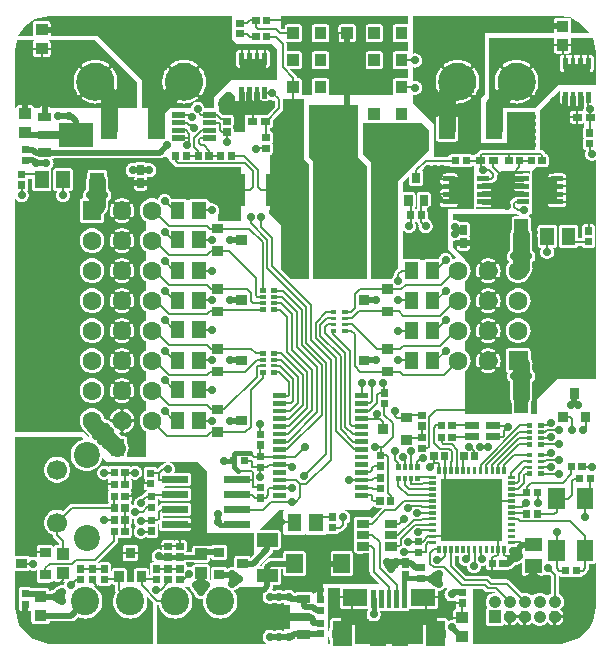
<source format=gbr>
G04 start of page 2 for group 0 idx 0 *
G04 Title: (unknown), top *
G04 Creator: pcb 1.99z *
G04 CreationDate: Fri 15 Aug 2014 08:23:01 GMT UTC *
G04 For: rbarlow *
G04 Format: Gerber/RS-274X *
G04 PCB-Dimensions (mm): 152.40 127.00 *
G04 PCB-Coordinate-Origin: lower left *
%MOMM*%
%FSLAX43Y43*%
%LNTOP*%
%ADD47C,0.650*%
%ADD46C,0.800*%
%ADD45C,1.000*%
%ADD44C,1.300*%
%ADD43C,0.300*%
%ADD42C,0.700*%
%ADD41R,5.200X5.200*%
%ADD40R,0.450X0.450*%
%ADD39R,1.770X1.770*%
%ADD38R,1.725X1.725*%
%ADD37R,1.625X1.625*%
%ADD36R,1.375X1.375*%
%ADD35R,1.460X1.460*%
%ADD34R,1.350X1.350*%
%ADD33R,0.300X0.300*%
%ADD32R,0.600X0.600*%
%ADD31R,1.400X1.400*%
%ADD30R,0.900X0.900*%
%ADD29R,2.000X2.000*%
%ADD28R,0.700X0.700*%
%ADD27R,0.950X0.950*%
%ADD26R,1.150X1.150*%
%ADD25R,0.800X0.800*%
%ADD24R,0.400X0.400*%
%ADD23R,0.620X0.620*%
%ADD22C,1.050*%
%ADD21C,1.200*%
%ADD20C,3.200*%
%ADD19C,2.400*%
%ADD18C,1.600*%
%ADD17C,1.700*%
%ADD16C,2.200*%
%ADD15C,1.400*%
%ADD14C,0.400*%
%ADD13C,0.500*%
%ADD12C,0.200*%
%ADD11C,0.002*%
G54D11*G36*
X70600Y74200D02*X72200D01*
X72600Y73800D01*
Y71100D01*
X70600D01*
Y72223D01*
X70611Y72217D01*
X70648Y72202D01*
X70686Y72192D01*
X70725Y72190D01*
X71164Y72192D01*
X71202Y72202D01*
X71239Y72217D01*
X71250Y72223D01*
X71261Y72217D01*
X71298Y72202D01*
X71336Y72192D01*
X71375Y72190D01*
X71814Y72192D01*
X71852Y72202D01*
X71889Y72217D01*
X71922Y72237D01*
X71952Y72263D01*
X71978Y72293D01*
X71998Y72326D01*
X72013Y72363D01*
X72023Y72401D01*
X72025Y72440D01*
X72023Y73469D01*
X72013Y73507D01*
X71998Y73544D01*
X71978Y73577D01*
X71952Y73607D01*
X71922Y73633D01*
X71889Y73653D01*
X71852Y73668D01*
X71814Y73678D01*
X71775Y73680D01*
X71336Y73678D01*
X71298Y73668D01*
X71261Y73653D01*
X71250Y73647D01*
X71239Y73653D01*
X71202Y73668D01*
X71164Y73678D01*
X71125Y73680D01*
X70686Y73678D01*
X70648Y73668D01*
X70611Y73653D01*
X70600Y73647D01*
Y74200D01*
G37*
G36*
X66304Y71374D02*X66323Y71291D01*
X66343Y71146D01*
X66350Y71000D01*
X66343Y70854D01*
X66323Y70709D01*
X66304Y70626D01*
Y71374D01*
G37*
G36*
Y76600D02*X68800D01*
Y74600D01*
X69200Y74200D01*
X70600D01*
Y73647D01*
X70589Y73653D01*
X70552Y73668D01*
X70514Y73678D01*
X70475Y73680D01*
X70036Y73678D01*
X69998Y73668D01*
X69961Y73653D01*
X69950Y73647D01*
X69939Y73653D01*
X69902Y73668D01*
X69864Y73678D01*
X69825Y73680D01*
X69386Y73678D01*
X69348Y73668D01*
X69311Y73653D01*
X69278Y73633D01*
X69248Y73607D01*
X69222Y73577D01*
X69202Y73544D01*
X69187Y73507D01*
X69177Y73469D01*
X69175Y73430D01*
X69177Y72401D01*
X69187Y72363D01*
X69202Y72326D01*
X69222Y72293D01*
X69248Y72263D01*
X69278Y72237D01*
X69311Y72217D01*
X69348Y72202D01*
X69386Y72192D01*
X69425Y72190D01*
X69864Y72192D01*
X69902Y72202D01*
X69939Y72217D01*
X69950Y72223D01*
X69961Y72217D01*
X69998Y72202D01*
X70036Y72192D01*
X70075Y72190D01*
X70514Y72192D01*
X70552Y72202D01*
X70589Y72217D01*
X70600Y72223D01*
X70600Y72223D01*
Y71100D01*
X68700D01*
X67300Y69700D01*
Y68800D01*
X66493D01*
X66472Y68886D01*
X66436Y68973D01*
X66387Y69054D01*
X66326Y69126D01*
X66304Y69144D01*
Y69996D01*
X66330Y70034D01*
X66411Y70182D01*
X66479Y70337D01*
X66533Y70498D01*
X66571Y70663D01*
X66594Y70831D01*
X66602Y71000D01*
X66594Y71169D01*
X66571Y71337D01*
X66533Y71502D01*
X66479Y71663D01*
X66411Y71818D01*
X66330Y71966D01*
X66304Y72005D01*
Y76600D01*
G37*
G36*
X64751D02*X66304D01*
Y72005D01*
X66235Y72107D01*
X66222Y72122D01*
X66207Y72135D01*
X66189Y72145D01*
X66171Y72152D01*
X66151Y72157D01*
X66132Y72158D01*
X66112Y72156D01*
X66092Y72151D01*
X66074Y72143D01*
X66057Y72133D01*
X66042Y72120D01*
X66029Y72104D01*
X66019Y72087D01*
X66012Y72069D01*
X66007Y72049D01*
X66006Y72029D01*
X66008Y72009D01*
X66013Y71990D01*
X66021Y71972D01*
X66032Y71955D01*
X66115Y71835D01*
X66185Y71707D01*
X66244Y71573D01*
X66290Y71434D01*
X66304Y71374D01*
Y70626D01*
X66290Y70566D01*
X66244Y70427D01*
X66185Y70293D01*
X66115Y70165D01*
X66033Y70044D01*
X66022Y70027D01*
X66014Y70009D01*
X66010Y69990D01*
X66008Y69971D01*
X66009Y69951D01*
X66013Y69932D01*
X66021Y69914D01*
X66031Y69897D01*
X66043Y69882D01*
X66058Y69869D01*
X66075Y69858D01*
X66093Y69850D01*
X66112Y69846D01*
X66132Y69844D01*
X66151Y69845D01*
X66170Y69849D01*
X66189Y69857D01*
X66206Y69867D01*
X66221Y69879D01*
X66233Y69894D01*
X66304Y69996D01*
Y69144D01*
X66254Y69187D01*
X66173Y69236D01*
X66086Y69272D01*
X65994Y69294D01*
X65900Y69302D01*
X65806Y69294D01*
X65714Y69272D01*
X65627Y69236D01*
X65546Y69187D01*
X65474Y69126D01*
X65413Y69054D01*
X65364Y68973D01*
X65328Y68886D01*
X65307Y68800D01*
X64751D01*
Y69148D01*
X64919Y69156D01*
X65087Y69179D01*
X65252Y69217D01*
X65413Y69271D01*
X65568Y69339D01*
X65716Y69420D01*
X65857Y69515D01*
X65872Y69528D01*
X65885Y69543D01*
X65895Y69561D01*
X65902Y69579D01*
X65907Y69599D01*
X65908Y69618D01*
X65906Y69638D01*
X65901Y69658D01*
X65893Y69676D01*
X65883Y69693D01*
X65870Y69708D01*
X65854Y69721D01*
X65837Y69731D01*
X65819Y69738D01*
X65799Y69743D01*
X65779Y69744D01*
X65759Y69742D01*
X65740Y69737D01*
X65722Y69729D01*
X65705Y69718D01*
X65585Y69635D01*
X65457Y69565D01*
X65323Y69506D01*
X65184Y69460D01*
X65041Y69427D01*
X64896Y69407D01*
X64751Y69400D01*
Y72600D01*
X64896Y72593D01*
X65041Y72573D01*
X65184Y72540D01*
X65323Y72494D01*
X65457Y72435D01*
X65585Y72365D01*
X65706Y72283D01*
X65723Y72272D01*
X65741Y72264D01*
X65760Y72260D01*
X65779Y72258D01*
X65799Y72259D01*
X65818Y72263D01*
X65836Y72271D01*
X65853Y72281D01*
X65868Y72293D01*
X65881Y72308D01*
X65892Y72325D01*
X65900Y72343D01*
X65904Y72362D01*
X65906Y72382D01*
X65905Y72401D01*
X65901Y72420D01*
X65893Y72439D01*
X65883Y72456D01*
X65871Y72471D01*
X65856Y72483D01*
X65716Y72580D01*
X65568Y72662D01*
X65413Y72729D01*
X65252Y72783D01*
X65087Y72821D01*
X64919Y72844D01*
X64751Y72852D01*
Y76600D01*
G37*
G36*
X63196D02*X64751D01*
Y72852D01*
X64750Y72852D01*
X64581Y72844D01*
X64413Y72821D01*
X64248Y72783D01*
X64087Y72729D01*
X63932Y72662D01*
X63784Y72580D01*
X63643Y72485D01*
X63628Y72472D01*
X63615Y72457D01*
X63605Y72439D01*
X63598Y72421D01*
X63593Y72401D01*
X63592Y72382D01*
X63594Y72362D01*
X63599Y72342D01*
X63607Y72324D01*
X63617Y72307D01*
X63630Y72292D01*
X63646Y72279D01*
X63663Y72269D01*
X63681Y72262D01*
X63701Y72257D01*
X63721Y72256D01*
X63741Y72258D01*
X63760Y72263D01*
X63778Y72271D01*
X63795Y72282D01*
X63915Y72365D01*
X64043Y72435D01*
X64177Y72494D01*
X64316Y72540D01*
X64459Y72573D01*
X64604Y72593D01*
X64750Y72600D01*
X64751Y72600D01*
Y69400D01*
X64750Y69400D01*
X64604Y69407D01*
X64459Y69427D01*
X64316Y69460D01*
X64177Y69506D01*
X64043Y69565D01*
X63915Y69635D01*
X63794Y69717D01*
X63777Y69728D01*
X63759Y69736D01*
X63740Y69740D01*
X63721Y69742D01*
X63701Y69741D01*
X63682Y69737D01*
X63664Y69729D01*
X63647Y69719D01*
X63632Y69707D01*
X63619Y69692D01*
X63608Y69675D01*
X63600Y69657D01*
X63596Y69638D01*
X63594Y69618D01*
X63595Y69599D01*
X63599Y69580D01*
X63607Y69561D01*
X63617Y69544D01*
X63629Y69529D01*
X63644Y69517D01*
X63784Y69420D01*
X63932Y69339D01*
X64087Y69271D01*
X64248Y69217D01*
X64413Y69179D01*
X64581Y69156D01*
X64750Y69148D01*
X64751Y69148D01*
Y68800D01*
X63196D01*
Y69995D01*
X63265Y69893D01*
X63278Y69878D01*
X63293Y69865D01*
X63311Y69855D01*
X63329Y69848D01*
X63349Y69843D01*
X63368Y69842D01*
X63388Y69844D01*
X63408Y69849D01*
X63426Y69857D01*
X63443Y69867D01*
X63458Y69880D01*
X63471Y69896D01*
X63481Y69913D01*
X63488Y69931D01*
X63493Y69951D01*
X63494Y69971D01*
X63492Y69991D01*
X63487Y70010D01*
X63479Y70028D01*
X63468Y70045D01*
X63385Y70165D01*
X63315Y70293D01*
X63256Y70427D01*
X63210Y70566D01*
X63196Y70626D01*
Y71374D01*
X63210Y71434D01*
X63256Y71573D01*
X63315Y71707D01*
X63385Y71835D01*
X63467Y71956D01*
X63478Y71973D01*
X63486Y71991D01*
X63490Y72010D01*
X63492Y72029D01*
X63491Y72049D01*
X63487Y72068D01*
X63479Y72086D01*
X63469Y72103D01*
X63457Y72118D01*
X63442Y72131D01*
X63425Y72142D01*
X63407Y72150D01*
X63388Y72154D01*
X63368Y72156D01*
X63349Y72155D01*
X63330Y72151D01*
X63311Y72143D01*
X63294Y72133D01*
X63279Y72121D01*
X63267Y72106D01*
X63196Y72004D01*
Y76600D01*
G37*
G36*
Y70626D02*X63177Y70709D01*
X63157Y70854D01*
X63150Y71000D01*
X63157Y71146D01*
X63177Y71291D01*
X63196Y71374D01*
Y70626D01*
G37*
G36*
X50700Y74900D02*X51300Y75700D01*
X52100Y76300D01*
X53300Y76600D01*
X63196D01*
Y72004D01*
X63170Y71966D01*
X63088Y71818D01*
X63021Y71663D01*
X62967Y71502D01*
X62929Y71337D01*
X62906Y71169D01*
X62898Y71000D01*
X62906Y70831D01*
X62929Y70663D01*
X62967Y70498D01*
X63021Y70337D01*
X63088Y70182D01*
X63170Y70034D01*
X63196Y69995D01*
Y68800D01*
X61200D01*
Y71100D01*
X57400Y74900D01*
X53449D01*
X53450Y74925D01*
X53448Y75914D01*
X53438Y75952D01*
X53423Y75989D01*
X53403Y76022D01*
X53377Y76052D01*
X53347Y76078D01*
X53314Y76098D01*
X53277Y76113D01*
X53239Y76123D01*
X53200Y76125D01*
X52161Y76123D01*
X52123Y76113D01*
X52086Y76098D01*
X52053Y76078D01*
X52023Y76052D01*
X51997Y76022D01*
X51977Y75989D01*
X51962Y75952D01*
X51952Y75914D01*
X51950Y75875D01*
X51952Y74900D01*
X50700D01*
G37*
G36*
X58804Y71374D02*X58823Y71291D01*
X58843Y71146D01*
X58850Y71000D01*
X58843Y70854D01*
X58823Y70709D01*
X58804Y70626D01*
Y71374D01*
G37*
G36*
Y72896D02*X60800Y70900D01*
Y68800D01*
X58804D01*
Y69996D01*
X58830Y70034D01*
X58911Y70182D01*
X58979Y70337D01*
X59033Y70498D01*
X59071Y70663D01*
X59094Y70831D01*
X59102Y71000D01*
X59094Y71169D01*
X59071Y71337D01*
X59033Y71502D01*
X58979Y71663D01*
X58911Y71818D01*
X58830Y71966D01*
X58804Y72005D01*
Y72896D01*
G37*
G36*
X57251Y74449D02*X58804Y72896D01*
Y72005D01*
X58735Y72107D01*
X58722Y72122D01*
X58707Y72135D01*
X58689Y72145D01*
X58671Y72152D01*
X58651Y72157D01*
X58632Y72158D01*
X58612Y72156D01*
X58592Y72151D01*
X58574Y72143D01*
X58557Y72133D01*
X58542Y72120D01*
X58529Y72104D01*
X58519Y72087D01*
X58512Y72069D01*
X58507Y72049D01*
X58506Y72029D01*
X58508Y72009D01*
X58513Y71990D01*
X58521Y71972D01*
X58532Y71955D01*
X58615Y71835D01*
X58685Y71707D01*
X58744Y71573D01*
X58790Y71434D01*
X58804Y71374D01*
Y70626D01*
X58790Y70566D01*
X58744Y70427D01*
X58685Y70293D01*
X58615Y70165D01*
X58533Y70044D01*
X58522Y70027D01*
X58514Y70009D01*
X58510Y69990D01*
X58508Y69971D01*
X58509Y69951D01*
X58513Y69932D01*
X58521Y69914D01*
X58531Y69897D01*
X58543Y69882D01*
X58558Y69869D01*
X58575Y69858D01*
X58593Y69850D01*
X58612Y69846D01*
X58632Y69844D01*
X58651Y69845D01*
X58670Y69849D01*
X58689Y69857D01*
X58706Y69867D01*
X58721Y69879D01*
X58733Y69894D01*
X58804Y69996D01*
Y68800D01*
X57251D01*
Y69148D01*
X57419Y69156D01*
X57587Y69179D01*
X57752Y69217D01*
X57913Y69271D01*
X58068Y69339D01*
X58216Y69420D01*
X58357Y69515D01*
X58372Y69528D01*
X58385Y69543D01*
X58395Y69561D01*
X58402Y69579D01*
X58407Y69599D01*
X58408Y69618D01*
X58406Y69638D01*
X58401Y69658D01*
X58393Y69676D01*
X58383Y69693D01*
X58370Y69708D01*
X58354Y69721D01*
X58337Y69731D01*
X58319Y69738D01*
X58299Y69743D01*
X58279Y69744D01*
X58259Y69742D01*
X58240Y69737D01*
X58222Y69729D01*
X58205Y69718D01*
X58085Y69635D01*
X57957Y69565D01*
X57823Y69506D01*
X57684Y69460D01*
X57541Y69427D01*
X57396Y69407D01*
X57251Y69400D01*
Y72600D01*
X57396Y72593D01*
X57541Y72573D01*
X57684Y72540D01*
X57823Y72494D01*
X57957Y72435D01*
X58085Y72365D01*
X58206Y72283D01*
X58223Y72272D01*
X58241Y72264D01*
X58260Y72260D01*
X58279Y72258D01*
X58299Y72259D01*
X58318Y72263D01*
X58336Y72271D01*
X58353Y72281D01*
X58368Y72293D01*
X58381Y72308D01*
X58392Y72325D01*
X58400Y72343D01*
X58404Y72362D01*
X58406Y72382D01*
X58405Y72401D01*
X58401Y72420D01*
X58393Y72439D01*
X58383Y72456D01*
X58371Y72471D01*
X58356Y72483D01*
X58216Y72580D01*
X58068Y72662D01*
X57913Y72729D01*
X57752Y72783D01*
X57587Y72821D01*
X57419Y72844D01*
X57251Y72852D01*
Y74449D01*
G37*
G36*
X55696Y74500D02*X57200D01*
X57251Y74449D01*
Y72852D01*
X57250Y72852D01*
X57081Y72844D01*
X56913Y72821D01*
X56748Y72783D01*
X56587Y72729D01*
X56432Y72662D01*
X56284Y72580D01*
X56143Y72485D01*
X56128Y72472D01*
X56115Y72457D01*
X56105Y72439D01*
X56098Y72421D01*
X56093Y72401D01*
X56092Y72382D01*
X56094Y72362D01*
X56099Y72342D01*
X56107Y72324D01*
X56117Y72307D01*
X56130Y72292D01*
X56146Y72279D01*
X56163Y72269D01*
X56181Y72262D01*
X56201Y72257D01*
X56221Y72256D01*
X56241Y72258D01*
X56260Y72263D01*
X56278Y72271D01*
X56295Y72282D01*
X56415Y72365D01*
X56543Y72435D01*
X56677Y72494D01*
X56816Y72540D01*
X56959Y72573D01*
X57104Y72593D01*
X57250Y72600D01*
X57251Y72600D01*
Y69400D01*
X57250Y69400D01*
X57104Y69407D01*
X56959Y69427D01*
X56816Y69460D01*
X56677Y69506D01*
X56543Y69565D01*
X56415Y69635D01*
X56294Y69717D01*
X56277Y69728D01*
X56259Y69736D01*
X56240Y69740D01*
X56221Y69742D01*
X56201Y69741D01*
X56182Y69737D01*
X56164Y69729D01*
X56147Y69719D01*
X56132Y69707D01*
X56119Y69692D01*
X56108Y69675D01*
X56100Y69657D01*
X56096Y69638D01*
X56094Y69618D01*
X56095Y69599D01*
X56099Y69580D01*
X56107Y69561D01*
X56117Y69544D01*
X56129Y69529D01*
X56144Y69517D01*
X56284Y69420D01*
X56432Y69339D01*
X56587Y69271D01*
X56748Y69217D01*
X56913Y69179D01*
X57081Y69156D01*
X57250Y69148D01*
X57251Y69148D01*
Y68800D01*
X55696D01*
Y69995D01*
X55765Y69893D01*
X55778Y69878D01*
X55793Y69865D01*
X55811Y69855D01*
X55829Y69848D01*
X55849Y69843D01*
X55868Y69842D01*
X55888Y69844D01*
X55908Y69849D01*
X55926Y69857D01*
X55943Y69867D01*
X55958Y69880D01*
X55971Y69896D01*
X55981Y69913D01*
X55988Y69931D01*
X55993Y69951D01*
X55994Y69971D01*
X55992Y69991D01*
X55987Y70010D01*
X55979Y70028D01*
X55968Y70045D01*
X55885Y70165D01*
X55815Y70293D01*
X55756Y70427D01*
X55710Y70566D01*
X55696Y70626D01*
Y71374D01*
X55710Y71434D01*
X55756Y71573D01*
X55815Y71707D01*
X55885Y71835D01*
X55967Y71956D01*
X55978Y71973D01*
X55986Y71991D01*
X55990Y72010D01*
X55992Y72029D01*
X55991Y72049D01*
X55987Y72068D01*
X55979Y72086D01*
X55969Y72103D01*
X55957Y72118D01*
X55942Y72131D01*
X55925Y72142D01*
X55907Y72150D01*
X55888Y72154D01*
X55868Y72156D01*
X55849Y72155D01*
X55830Y72151D01*
X55811Y72143D01*
X55794Y72133D01*
X55779Y72121D01*
X55767Y72106D01*
X55696Y72004D01*
Y74500D01*
G37*
G36*
Y70626D02*X55677Y70709D01*
X55657Y70854D01*
X55650Y71000D01*
X55657Y71146D01*
X55677Y71291D01*
X55696Y71374D01*
Y70626D01*
G37*
G36*
X50600Y74500D02*X52090D01*
X52086Y74498D01*
X52053Y74478D01*
X52023Y74452D01*
X51997Y74422D01*
X51977Y74389D01*
X51962Y74352D01*
X51952Y74314D01*
X51950Y74275D01*
X51952Y73286D01*
X51962Y73248D01*
X51977Y73211D01*
X51997Y73178D01*
X52023Y73148D01*
X52053Y73122D01*
X52086Y73102D01*
X52123Y73087D01*
X52161Y73077D01*
X52200Y73075D01*
X53239Y73077D01*
X53277Y73087D01*
X53314Y73102D01*
X53347Y73122D01*
X53377Y73148D01*
X53403Y73178D01*
X53423Y73211D01*
X53438Y73248D01*
X53448Y73286D01*
X53450Y73325D01*
X53448Y74314D01*
X53438Y74352D01*
X53423Y74389D01*
X53403Y74422D01*
X53377Y74452D01*
X53347Y74478D01*
X53314Y74498D01*
X53310Y74500D01*
X55696D01*
Y72004D01*
X55670Y71966D01*
X55588Y71818D01*
X55521Y71663D01*
X55467Y71502D01*
X55429Y71337D01*
X55406Y71169D01*
X55398Y71000D01*
X55406Y70831D01*
X55429Y70663D01*
X55467Y70498D01*
X55521Y70337D01*
X55588Y70182D01*
X55670Y70034D01*
X55696Y69995D01*
Y68800D01*
X53393D01*
X53381Y68820D01*
X53330Y68880D01*
X53270Y68931D01*
X53203Y68972D01*
X53130Y69002D01*
X53053Y69020D01*
X52975Y69027D01*
X52897Y69020D01*
X52820Y69002D01*
X52747Y68972D01*
X52680Y68931D01*
X52620Y68880D01*
X52569Y68820D01*
X52557Y68800D01*
X52048D01*
X52048Y68814D01*
X52038Y68852D01*
X52023Y68889D01*
X52003Y68922D01*
X51977Y68952D01*
X51947Y68978D01*
X51914Y68998D01*
X51877Y69013D01*
X51839Y69023D01*
X51800Y69025D01*
X50761Y69023D01*
X50723Y69013D01*
X50686Y68998D01*
X50653Y68978D01*
X50623Y68952D01*
X50597Y68922D01*
X50577Y68889D01*
X50562Y68852D01*
X50552Y68814D01*
X50551Y68800D01*
X50400D01*
Y73600D01*
X50600Y74500D01*
G37*
G36*
X69900Y68200D02*Y66700D01*
X68959D01*
X68958Y67100D01*
X68948Y67138D01*
X68933Y67175D01*
X68918Y67200D01*
X68933Y67225D01*
X68948Y67262D01*
X68958Y67300D01*
X68960Y67339D01*
X68958Y68000D01*
X68948Y68038D01*
X68933Y68075D01*
X68913Y68108D01*
X68900Y68123D01*
Y68200D01*
X68785D01*
X68749Y68209D01*
X68710Y68211D01*
X68051Y68209D01*
X68015Y68200D01*
X67995D01*
X67782Y68413D01*
X67773Y68423D01*
X67731Y68459D01*
X67731Y68459D01*
X67700Y68478D01*
Y69500D01*
X68300Y70100D01*
X68700D01*
X69100Y69700D01*
Y69400D01*
X69241D01*
X69248Y69393D01*
X69278Y69367D01*
X69311Y69347D01*
X69348Y69332D01*
X69386Y69322D01*
X69425Y69320D01*
X69864Y69322D01*
X69902Y69332D01*
X69939Y69347D01*
X69950Y69353D01*
X69961Y69347D01*
X69998Y69332D01*
X70036Y69322D01*
X70075Y69320D01*
X70514Y69322D01*
X70552Y69332D01*
X70589Y69347D01*
X70600Y69353D01*
X70611Y69347D01*
X70648Y69332D01*
X70686Y69322D01*
X70725Y69320D01*
X71164Y69322D01*
X71202Y69332D01*
X71239Y69347D01*
X71250Y69353D01*
X71261Y69347D01*
X71298Y69332D01*
X71336Y69322D01*
X71375Y69320D01*
X71814Y69322D01*
X71852Y69332D01*
X71889Y69347D01*
X71922Y69367D01*
X71952Y69393D01*
X71959Y69400D01*
X72405D01*
X72450Y69355D01*
Y68895D01*
X71755Y68200D01*
X69900D01*
G37*
G36*
X61099Y41828D02*X61102Y41822D01*
X61188Y41681D01*
X61295Y41555D01*
X61421Y41448D01*
X61500Y41399D01*
Y39200D01*
X61099D01*
Y41828D01*
G37*
G36*
Y44368D02*X61102Y44362D01*
X61188Y44221D01*
X61295Y44095D01*
X61421Y43988D01*
X61500Y43939D01*
Y43201D01*
X61421Y43152D01*
X61295Y43045D01*
X61188Y42919D01*
X61102Y42778D01*
X61099Y42772D01*
Y44368D01*
G37*
G36*
Y46908D02*X61102Y46902D01*
X61188Y46761D01*
X61295Y46635D01*
X61421Y46528D01*
X61500Y46479D01*
Y45741D01*
X61421Y45692D01*
X61295Y45585D01*
X61188Y45459D01*
X61102Y45318D01*
X61099Y45312D01*
Y46908D01*
G37*
G36*
Y49448D02*X61102Y49442D01*
X61188Y49301D01*
X61295Y49175D01*
X61421Y49068D01*
X61500Y49019D01*
Y48281D01*
X61421Y48232D01*
X61295Y48125D01*
X61188Y47999D01*
X61102Y47858D01*
X61099Y47852D01*
Y49448D01*
G37*
G36*
Y51988D02*X61102Y51982D01*
X61188Y51841D01*
X61295Y51715D01*
X61421Y51608D01*
X61500Y51559D01*
Y50821D01*
X61421Y50772D01*
X61295Y50665D01*
X61188Y50539D01*
X61102Y50398D01*
X61099Y50392D01*
Y51988D01*
G37*
G36*
Y54528D02*X61102Y54522D01*
X61188Y54381D01*
X61295Y54255D01*
X61421Y54148D01*
X61500Y54099D01*
Y53361D01*
X61421Y53312D01*
X61295Y53205D01*
X61188Y53079D01*
X61102Y52938D01*
X61099Y52932D01*
Y54528D01*
G37*
G36*
Y57068D02*X61102Y57062D01*
X61188Y56921D01*
X61295Y56795D01*
X61421Y56688D01*
X61500Y56639D01*
Y55901D01*
X61421Y55852D01*
X61295Y55745D01*
X61188Y55619D01*
X61102Y55478D01*
X61099Y55472D01*
Y57068D01*
G37*
G36*
Y59608D02*X61102Y59602D01*
X61188Y59461D01*
X61295Y59335D01*
X61421Y59228D01*
X61500Y59179D01*
Y58441D01*
X61421Y58392D01*
X61295Y58285D01*
X61188Y58159D01*
X61102Y58018D01*
X61099Y58012D01*
Y59608D01*
G37*
G36*
Y64500D02*X62680D01*
X62700Y64498D01*
X62778Y64505D01*
X62778Y64505D01*
X62855Y64523D01*
X62928Y64553D01*
X62995Y64594D01*
X63002Y64600D01*
X63300D01*
X63491Y64409D01*
X63491Y64351D01*
X63501Y64313D01*
X63516Y64276D01*
X63536Y64243D01*
X63562Y64213D01*
X63592Y64187D01*
X63625Y64167D01*
X63662Y64152D01*
X63700Y64142D01*
X63716Y64141D01*
X63737Y64091D01*
X63766Y64044D01*
X63766Y64044D01*
X63802Y64002D01*
X63812Y63993D01*
X63943Y63862D01*
X63952Y63852D01*
X63994Y63816D01*
X63994Y63816D01*
X64041Y63787D01*
X64092Y63766D01*
X64132Y63756D01*
X64145Y63753D01*
X64145D01*
X64200Y63749D01*
X64214Y63750D01*
X69600D01*
Y62150D01*
X69300D01*
X69245Y62147D01*
X69192Y62134D01*
X69141Y62113D01*
X69094Y62084D01*
X69052Y62048D01*
X69016Y62006D01*
X68987Y61959D01*
X68966Y61908D01*
X68953Y61855D01*
X68949Y61800D01*
X68953Y61745D01*
X68966Y61692D01*
X68987Y61641D01*
X69016Y61594D01*
X69052Y61552D01*
X69094Y61516D01*
X69141Y61487D01*
X69192Y61466D01*
X69245Y61453D01*
X69300Y61450D01*
X69600D01*
Y59200D01*
X67600D01*
Y59768D01*
X67636Y59827D01*
X67672Y59914D01*
X67694Y60006D01*
X67700Y60100D01*
X67694Y60194D01*
X67672Y60286D01*
X67636Y60373D01*
X67587Y60454D01*
X67526Y60526D01*
X67454Y60587D01*
X67373Y60636D01*
X67286Y60672D01*
X67194Y60694D01*
X67100Y60702D01*
X67006Y60694D01*
X67006Y60694D01*
X66819Y60881D01*
X66813Y60902D01*
X66798Y60939D01*
X66778Y60972D01*
X66752Y61002D01*
X66722Y61028D01*
X66689Y61048D01*
X66652Y61063D01*
X66614Y61073D01*
X66575Y61075D01*
X65386Y61073D01*
X65348Y61063D01*
X65311Y61048D01*
X65278Y61028D01*
X65248Y61002D01*
X65246Y61000D01*
X64954D01*
X64952Y61002D01*
X64922Y61028D01*
X64889Y61048D01*
X64852Y61063D01*
X64814Y61073D01*
X64775Y61075D01*
X63676Y61073D01*
X63672Y61086D01*
X63636Y61173D01*
X63587Y61254D01*
X63526Y61326D01*
X63454Y61387D01*
X63373Y61436D01*
X63286Y61472D01*
X63194Y61494D01*
X63100Y61502D01*
X63006Y61494D01*
X62914Y61472D01*
X62827Y61436D01*
X62746Y61387D01*
X62674Y61326D01*
X62613Y61254D01*
X62564Y61173D01*
X62528Y61086D01*
X62512Y61021D01*
X62365Y61082D01*
X62205Y61120D01*
X62040Y61133D01*
X61875Y61120D01*
X61715Y61082D01*
X61562Y61018D01*
X61532Y61000D01*
X61500D01*
Y60981D01*
X61421Y60932D01*
X61295Y60825D01*
X61188Y60699D01*
X61102Y60558D01*
X61099Y60552D01*
Y61781D01*
X61439Y61782D01*
X61477Y61792D01*
X61514Y61807D01*
X61547Y61827D01*
X61577Y61853D01*
X61603Y61883D01*
X61623Y61916D01*
X61638Y61953D01*
X61648Y61991D01*
X61650Y62030D01*
X61648Y62869D01*
X61638Y62907D01*
X61632Y62923D01*
X61706Y62906D01*
X61800Y62898D01*
X61894Y62906D01*
X61986Y62928D01*
X62073Y62964D01*
X62154Y63013D01*
X62226Y63074D01*
X62287Y63146D01*
X62336Y63227D01*
X62372Y63314D01*
X62394Y63406D01*
X62400Y63500D01*
X62394Y63594D01*
X62372Y63686D01*
X62336Y63773D01*
X62287Y63854D01*
X62226Y63926D01*
X62154Y63987D01*
X62073Y64036D01*
X61986Y64072D01*
X61894Y64094D01*
X61800Y64102D01*
X61706Y64094D01*
X61614Y64072D01*
X61608Y64070D01*
X61603Y64077D01*
X61577Y64107D01*
X61547Y64133D01*
X61514Y64153D01*
X61477Y64168D01*
X61439Y64178D01*
X61400Y64180D01*
X61099Y64179D01*
Y64500D01*
G37*
G36*
X60364Y62901D02*X60400Y62898D01*
X60494Y62906D01*
X60568Y62923D01*
X60562Y62907D01*
X60552Y62869D01*
X60550Y62830D01*
X60552Y61991D01*
X60562Y61953D01*
X60577Y61916D01*
X60597Y61883D01*
X60623Y61853D01*
X60653Y61827D01*
X60686Y61807D01*
X60723Y61792D01*
X60761Y61782D01*
X60800Y61780D01*
X61099Y61781D01*
Y60552D01*
X61038Y60405D01*
X61000Y60245D01*
X60987Y60080D01*
X61000Y59915D01*
X61038Y59755D01*
X61099Y59608D01*
Y58012D01*
X61038Y57865D01*
X61000Y57705D01*
X60987Y57540D01*
X61000Y57375D01*
X61038Y57215D01*
X61099Y57068D01*
Y55472D01*
X61038Y55325D01*
X61000Y55165D01*
X60987Y55000D01*
X61000Y54835D01*
X61038Y54675D01*
X61099Y54528D01*
Y52932D01*
X61038Y52785D01*
X61000Y52625D01*
X60987Y52460D01*
X61000Y52295D01*
X61038Y52135D01*
X61099Y51988D01*
Y50392D01*
X61038Y50245D01*
X61000Y50085D01*
X60987Y49920D01*
X61000Y49755D01*
X61038Y49595D01*
X61099Y49448D01*
Y47852D01*
X61038Y47705D01*
X61000Y47545D01*
X60987Y47380D01*
X61000Y47215D01*
X61038Y47055D01*
X61099Y46908D01*
Y45312D01*
X61038Y45165D01*
X61000Y45005D01*
X60987Y44840D01*
X61000Y44675D01*
X61038Y44515D01*
X61099Y44368D01*
Y42772D01*
X61038Y42625D01*
X61000Y42465D01*
X60987Y42300D01*
X61000Y42135D01*
X61038Y41975D01*
X61099Y41828D01*
Y39200D01*
X60364D01*
Y41704D01*
X60395Y41749D01*
X60443Y41836D01*
X60482Y41926D01*
X60513Y42019D01*
X60517Y42039D01*
X60518Y42059D01*
X60515Y42078D01*
X60510Y42097D01*
X60501Y42115D01*
X60490Y42132D01*
X60477Y42146D01*
X60461Y42158D01*
X60444Y42168D01*
X60425Y42175D01*
X60406Y42178D01*
X60386Y42179D01*
X60366Y42177D01*
X60364Y42176D01*
Y42425D01*
X60366Y42424D01*
X60386Y42422D01*
X60406Y42422D01*
X60425Y42426D01*
X60443Y42433D01*
X60461Y42442D01*
X60476Y42455D01*
X60490Y42469D01*
X60501Y42485D01*
X60509Y42503D01*
X60514Y42522D01*
X60517Y42541D01*
X60516Y42561D01*
X60512Y42580D01*
X60482Y42674D01*
X60443Y42764D01*
X60395Y42851D01*
X60364Y42896D01*
Y44274D01*
X60374Y44280D01*
X60390Y44292D01*
X60403Y44306D01*
X60414Y44323D01*
X60459Y44410D01*
X60495Y44502D01*
X60522Y44596D01*
X60541Y44693D01*
X60550Y44791D01*
Y44889D01*
X60541Y44987D01*
X60522Y45084D01*
X60495Y45178D01*
X60459Y45270D01*
X60415Y45358D01*
X60404Y45374D01*
X60390Y45389D01*
X60375Y45401D01*
X60364Y45407D01*
Y46814D01*
X60374Y46820D01*
X60390Y46832D01*
X60403Y46846D01*
X60414Y46863D01*
X60459Y46950D01*
X60495Y47042D01*
X60522Y47136D01*
X60541Y47233D01*
X60550Y47331D01*
Y47429D01*
X60541Y47527D01*
X60522Y47624D01*
X60495Y47718D01*
X60459Y47810D01*
X60415Y47898D01*
X60404Y47914D01*
X60390Y47929D01*
X60375Y47941D01*
X60364Y47947D01*
Y49354D01*
X60374Y49360D01*
X60390Y49372D01*
X60403Y49386D01*
X60414Y49403D01*
X60459Y49490D01*
X60495Y49582D01*
X60522Y49676D01*
X60541Y49773D01*
X60550Y49871D01*
Y49969D01*
X60541Y50067D01*
X60522Y50164D01*
X60495Y50258D01*
X60459Y50350D01*
X60415Y50438D01*
X60404Y50454D01*
X60390Y50469D01*
X60375Y50481D01*
X60364Y50487D01*
Y51894D01*
X60374Y51900D01*
X60390Y51912D01*
X60403Y51926D01*
X60414Y51943D01*
X60459Y52030D01*
X60495Y52122D01*
X60522Y52216D01*
X60541Y52313D01*
X60550Y52411D01*
Y52509D01*
X60541Y52607D01*
X60522Y52704D01*
X60495Y52798D01*
X60459Y52890D01*
X60415Y52978D01*
X60404Y52994D01*
X60390Y53009D01*
X60375Y53021D01*
X60364Y53027D01*
Y54434D01*
X60374Y54440D01*
X60390Y54452D01*
X60403Y54466D01*
X60414Y54483D01*
X60459Y54570D01*
X60495Y54662D01*
X60522Y54756D01*
X60541Y54853D01*
X60550Y54951D01*
Y55049D01*
X60541Y55147D01*
X60522Y55244D01*
X60495Y55338D01*
X60459Y55430D01*
X60415Y55518D01*
X60404Y55534D01*
X60390Y55549D01*
X60375Y55561D01*
X60364Y55567D01*
Y56974D01*
X60374Y56980D01*
X60390Y56992D01*
X60403Y57006D01*
X60414Y57023D01*
X60459Y57110D01*
X60495Y57202D01*
X60522Y57296D01*
X60541Y57393D01*
X60550Y57491D01*
Y57589D01*
X60541Y57687D01*
X60522Y57784D01*
X60495Y57878D01*
X60459Y57970D01*
X60415Y58058D01*
X60404Y58074D01*
X60390Y58089D01*
X60375Y58101D01*
X60364Y58107D01*
Y59514D01*
X60374Y59520D01*
X60390Y59532D01*
X60403Y59546D01*
X60414Y59563D01*
X60459Y59650D01*
X60495Y59742D01*
X60522Y59836D01*
X60541Y59933D01*
X60550Y60031D01*
Y60129D01*
X60541Y60227D01*
X60522Y60324D01*
X60495Y60418D01*
X60459Y60510D01*
X60415Y60598D01*
X60404Y60614D01*
X60390Y60629D01*
X60375Y60641D01*
X60364Y60647D01*
Y62901D01*
G37*
G36*
Y64500D02*X61099D01*
Y64179D01*
X60761Y64178D01*
X60723Y64168D01*
X60686Y64153D01*
X60653Y64133D01*
X60623Y64107D01*
X60597Y64077D01*
X60592Y64070D01*
X60586Y64072D01*
X60494Y64094D01*
X60400Y64102D01*
X60364Y64099D01*
Y64500D01*
G37*
G36*
X59500D02*X60364D01*
Y64099D01*
X60306Y64094D01*
X60214Y64072D01*
X60127Y64036D01*
X60046Y63987D01*
X59974Y63926D01*
X59913Y63854D01*
X59864Y63773D01*
X59828Y63686D01*
X59806Y63594D01*
X59798Y63500D01*
X59806Y63406D01*
X59828Y63314D01*
X59864Y63227D01*
X59913Y63146D01*
X59974Y63074D01*
X60046Y63013D01*
X60127Y62964D01*
X60214Y62928D01*
X60306Y62906D01*
X60364Y62901D01*
Y60647D01*
X60357Y60651D01*
X60339Y60657D01*
X60319Y60661D01*
X60299Y60662D01*
X60280Y60659D01*
X60261Y60654D01*
X60243Y60646D01*
X60226Y60634D01*
X60212Y60621D01*
X60200Y60605D01*
X60190Y60588D01*
X60183Y60569D01*
X60180Y60550D01*
X60179Y60530D01*
X60181Y60510D01*
X60187Y60491D01*
X60195Y60474D01*
X60230Y60407D01*
X60257Y60338D01*
X60278Y60266D01*
X60292Y60192D01*
X60299Y60117D01*
Y60043D01*
X60292Y59968D01*
X60278Y59894D01*
X60257Y59822D01*
X60230Y59753D01*
X60196Y59686D01*
X60188Y59668D01*
X60182Y59649D01*
X60180Y59630D01*
X60180Y59610D01*
X60184Y59591D01*
X60191Y59572D01*
X60200Y59555D01*
X60212Y59540D01*
X60227Y59526D01*
X60243Y59515D01*
X60261Y59507D01*
X60280Y59501D01*
X60299Y59499D01*
X60319Y59500D01*
X60338Y59503D01*
X60357Y59510D01*
X60364Y59514D01*
Y58107D01*
X60357Y58111D01*
X60339Y58117D01*
X60319Y58121D01*
X60299Y58122D01*
X60280Y58119D01*
X60261Y58114D01*
X60243Y58106D01*
X60226Y58094D01*
X60212Y58081D01*
X60200Y58065D01*
X60190Y58048D01*
X60183Y58029D01*
X60180Y58010D01*
X60179Y57990D01*
X60181Y57970D01*
X60187Y57951D01*
X60195Y57934D01*
X60230Y57867D01*
X60257Y57798D01*
X60278Y57726D01*
X60292Y57652D01*
X60299Y57577D01*
Y57503D01*
X60292Y57428D01*
X60278Y57354D01*
X60257Y57282D01*
X60230Y57213D01*
X60196Y57146D01*
X60188Y57128D01*
X60182Y57109D01*
X60180Y57090D01*
X60180Y57070D01*
X60184Y57051D01*
X60191Y57032D01*
X60200Y57015D01*
X60212Y57000D01*
X60227Y56986D01*
X60243Y56975D01*
X60261Y56967D01*
X60280Y56961D01*
X60299Y56959D01*
X60319Y56960D01*
X60338Y56963D01*
X60357Y56970D01*
X60364Y56974D01*
Y55567D01*
X60357Y55571D01*
X60339Y55577D01*
X60319Y55581D01*
X60299Y55582D01*
X60280Y55579D01*
X60261Y55574D01*
X60243Y55566D01*
X60226Y55554D01*
X60212Y55541D01*
X60200Y55525D01*
X60190Y55508D01*
X60183Y55489D01*
X60180Y55470D01*
X60179Y55450D01*
X60181Y55430D01*
X60187Y55411D01*
X60195Y55394D01*
X60230Y55327D01*
X60257Y55258D01*
X60278Y55186D01*
X60292Y55112D01*
X60299Y55037D01*
Y54963D01*
X60292Y54888D01*
X60278Y54814D01*
X60257Y54742D01*
X60230Y54673D01*
X60196Y54606D01*
X60188Y54588D01*
X60182Y54569D01*
X60180Y54550D01*
X60180Y54530D01*
X60184Y54511D01*
X60191Y54492D01*
X60200Y54475D01*
X60212Y54460D01*
X60227Y54446D01*
X60243Y54435D01*
X60261Y54427D01*
X60280Y54421D01*
X60299Y54419D01*
X60319Y54420D01*
X60338Y54423D01*
X60357Y54430D01*
X60364Y54434D01*
Y53027D01*
X60357Y53031D01*
X60339Y53037D01*
X60319Y53041D01*
X60299Y53042D01*
X60280Y53039D01*
X60261Y53034D01*
X60243Y53026D01*
X60226Y53014D01*
X60212Y53001D01*
X60200Y52985D01*
X60190Y52968D01*
X60183Y52949D01*
X60180Y52930D01*
X60179Y52910D01*
X60181Y52890D01*
X60187Y52871D01*
X60195Y52854D01*
X60230Y52787D01*
X60257Y52718D01*
X60278Y52646D01*
X60292Y52572D01*
X60299Y52497D01*
Y52423D01*
X60292Y52348D01*
X60278Y52274D01*
X60257Y52202D01*
X60230Y52133D01*
X60196Y52066D01*
X60188Y52048D01*
X60182Y52029D01*
X60180Y52010D01*
X60180Y51990D01*
X60184Y51971D01*
X60191Y51952D01*
X60200Y51935D01*
X60212Y51920D01*
X60227Y51906D01*
X60243Y51895D01*
X60261Y51887D01*
X60280Y51881D01*
X60299Y51879D01*
X60319Y51880D01*
X60338Y51883D01*
X60357Y51890D01*
X60364Y51894D01*
Y50487D01*
X60357Y50491D01*
X60339Y50497D01*
X60319Y50501D01*
X60299Y50502D01*
X60280Y50499D01*
X60261Y50494D01*
X60243Y50486D01*
X60226Y50474D01*
X60212Y50461D01*
X60200Y50445D01*
X60190Y50428D01*
X60183Y50409D01*
X60180Y50390D01*
X60179Y50370D01*
X60181Y50350D01*
X60187Y50331D01*
X60195Y50314D01*
X60230Y50247D01*
X60257Y50178D01*
X60278Y50106D01*
X60292Y50032D01*
X60299Y49957D01*
Y49883D01*
X60292Y49808D01*
X60278Y49734D01*
X60257Y49662D01*
X60230Y49593D01*
X60196Y49526D01*
X60188Y49508D01*
X60182Y49489D01*
X60180Y49470D01*
X60180Y49450D01*
X60184Y49431D01*
X60191Y49412D01*
X60200Y49395D01*
X60212Y49380D01*
X60227Y49366D01*
X60243Y49355D01*
X60261Y49347D01*
X60280Y49341D01*
X60299Y49339D01*
X60319Y49340D01*
X60338Y49343D01*
X60357Y49350D01*
X60364Y49354D01*
Y47947D01*
X60357Y47951D01*
X60339Y47957D01*
X60319Y47961D01*
X60299Y47962D01*
X60280Y47959D01*
X60261Y47954D01*
X60243Y47946D01*
X60226Y47934D01*
X60212Y47921D01*
X60200Y47905D01*
X60190Y47888D01*
X60183Y47869D01*
X60180Y47850D01*
X60179Y47830D01*
X60181Y47810D01*
X60187Y47791D01*
X60195Y47774D01*
X60230Y47707D01*
X60257Y47638D01*
X60278Y47566D01*
X60292Y47492D01*
X60299Y47417D01*
Y47343D01*
X60292Y47268D01*
X60278Y47194D01*
X60257Y47122D01*
X60230Y47053D01*
X60196Y46986D01*
X60188Y46968D01*
X60182Y46949D01*
X60180Y46930D01*
X60180Y46910D01*
X60184Y46891D01*
X60191Y46872D01*
X60200Y46855D01*
X60212Y46840D01*
X60227Y46826D01*
X60243Y46815D01*
X60261Y46807D01*
X60280Y46801D01*
X60299Y46799D01*
X60319Y46800D01*
X60338Y46803D01*
X60357Y46810D01*
X60364Y46814D01*
Y45407D01*
X60357Y45411D01*
X60339Y45417D01*
X60319Y45421D01*
X60299Y45422D01*
X60280Y45419D01*
X60261Y45414D01*
X60243Y45406D01*
X60226Y45394D01*
X60212Y45381D01*
X60200Y45365D01*
X60190Y45348D01*
X60183Y45329D01*
X60180Y45310D01*
X60179Y45290D01*
X60181Y45270D01*
X60187Y45251D01*
X60195Y45234D01*
X60230Y45167D01*
X60257Y45098D01*
X60278Y45026D01*
X60292Y44952D01*
X60299Y44877D01*
Y44803D01*
X60292Y44728D01*
X60278Y44654D01*
X60257Y44582D01*
X60230Y44513D01*
X60196Y44446D01*
X60188Y44428D01*
X60182Y44409D01*
X60180Y44390D01*
X60180Y44370D01*
X60184Y44351D01*
X60191Y44332D01*
X60200Y44315D01*
X60212Y44300D01*
X60227Y44286D01*
X60243Y44275D01*
X60261Y44267D01*
X60280Y44261D01*
X60299Y44259D01*
X60319Y44260D01*
X60338Y44263D01*
X60357Y44270D01*
X60364Y44274D01*
Y42896D01*
X60340Y42932D01*
X60277Y43008D01*
X60208Y43077D01*
X60132Y43140D01*
X60051Y43195D01*
X59964Y43243D01*
X59874Y43282D01*
X59781Y43313D01*
X59761Y43317D01*
X59741Y43318D01*
X59722Y43315D01*
X59703Y43310D01*
X59685Y43301D01*
X59668Y43290D01*
X59654Y43277D01*
X59642Y43261D01*
X59632Y43244D01*
X59625Y43225D01*
X59622Y43206D01*
X59621Y43186D01*
X59623Y43166D01*
X59629Y43147D01*
X59637Y43129D01*
X59648Y43113D01*
X59662Y43098D01*
X59677Y43086D01*
X59695Y43077D01*
X59713Y43070D01*
X59785Y43048D01*
X59853Y43018D01*
X59919Y42981D01*
X59981Y42939D01*
X60039Y42892D01*
X60092Y42839D01*
X60139Y42781D01*
X60181Y42719D01*
X60218Y42653D01*
X60248Y42585D01*
X60271Y42514D01*
X60277Y42495D01*
X60287Y42478D01*
X60299Y42462D01*
X60313Y42449D01*
X60330Y42438D01*
X60347Y42430D01*
X60364Y42425D01*
Y42176D01*
X60347Y42171D01*
X60329Y42163D01*
X60313Y42152D01*
X60298Y42138D01*
X60286Y42123D01*
X60277Y42105D01*
X60270Y42087D01*
X60248Y42015D01*
X60218Y41947D01*
X60181Y41881D01*
X60139Y41819D01*
X60092Y41761D01*
X60039Y41708D01*
X59981Y41661D01*
X59919Y41619D01*
X59853Y41582D01*
X59785Y41552D01*
X59714Y41529D01*
X59695Y41523D01*
X59678Y41513D01*
X59662Y41501D01*
X59649Y41487D01*
X59638Y41470D01*
X59630Y41453D01*
X59624Y41434D01*
X59622Y41414D01*
X59622Y41394D01*
X59626Y41375D01*
X59633Y41357D01*
X59642Y41339D01*
X59655Y41324D01*
X59669Y41310D01*
X59685Y41299D01*
X59703Y41291D01*
X59722Y41286D01*
X59741Y41283D01*
X59761Y41284D01*
X59780Y41288D01*
X59874Y41318D01*
X59964Y41357D01*
X60051Y41405D01*
X60132Y41460D01*
X60208Y41523D01*
X60277Y41592D01*
X60340Y41668D01*
X60364Y41704D01*
Y39200D01*
X59914D01*
X59923Y39236D01*
X59925Y39275D01*
X59925Y39527D01*
X59949Y39567D01*
X60006Y39706D01*
X60041Y39851D01*
X60053Y40000D01*
X60041Y40149D01*
X60006Y40294D01*
X59949Y40433D01*
X59923Y40475D01*
X59923Y40764D01*
X59913Y40802D01*
X59898Y40839D01*
X59878Y40872D01*
X59852Y40902D01*
X59822Y40928D01*
X59789Y40948D01*
X59752Y40963D01*
X59714Y40973D01*
X59675Y40975D01*
X59500Y40975D01*
Y43790D01*
X59549D01*
X59647Y43799D01*
X59744Y43818D01*
X59838Y43845D01*
X59930Y43881D01*
X60018Y43925D01*
X60034Y43936D01*
X60049Y43950D01*
X60061Y43965D01*
X60071Y43983D01*
X60077Y44001D01*
X60081Y44021D01*
X60082Y44041D01*
X60079Y44060D01*
X60074Y44079D01*
X60066Y44097D01*
X60054Y44114D01*
X60041Y44128D01*
X60025Y44140D01*
X60008Y44150D01*
X59989Y44157D01*
X59970Y44160D01*
X59950Y44161D01*
X59930Y44159D01*
X59911Y44153D01*
X59894Y44145D01*
X59827Y44110D01*
X59758Y44083D01*
X59686Y44062D01*
X59612Y44048D01*
X59537Y44041D01*
X59500D01*
Y45639D01*
X59537D01*
X59612Y45632D01*
X59686Y45618D01*
X59758Y45597D01*
X59827Y45570D01*
X59894Y45536D01*
X59912Y45528D01*
X59931Y45522D01*
X59950Y45520D01*
X59970Y45520D01*
X59989Y45524D01*
X60008Y45531D01*
X60025Y45540D01*
X60040Y45552D01*
X60054Y45567D01*
X60065Y45583D01*
X60073Y45601D01*
X60079Y45620D01*
X60081Y45639D01*
X60080Y45659D01*
X60077Y45678D01*
X60070Y45697D01*
X60060Y45714D01*
X60048Y45730D01*
X60034Y45743D01*
X60017Y45754D01*
X59930Y45799D01*
X59838Y45835D01*
X59744Y45862D01*
X59647Y45881D01*
X59549Y45890D01*
X59500D01*
Y46330D01*
X59549D01*
X59647Y46339D01*
X59744Y46358D01*
X59838Y46385D01*
X59930Y46421D01*
X60018Y46465D01*
X60034Y46476D01*
X60049Y46490D01*
X60061Y46505D01*
X60071Y46523D01*
X60077Y46541D01*
X60081Y46561D01*
X60082Y46581D01*
X60079Y46600D01*
X60074Y46619D01*
X60066Y46637D01*
X60054Y46654D01*
X60041Y46668D01*
X60025Y46680D01*
X60008Y46690D01*
X59989Y46697D01*
X59970Y46700D01*
X59950Y46701D01*
X59930Y46699D01*
X59911Y46693D01*
X59894Y46685D01*
X59827Y46650D01*
X59758Y46623D01*
X59686Y46602D01*
X59612Y46588D01*
X59537Y46581D01*
X59500D01*
Y48179D01*
X59537D01*
X59612Y48172D01*
X59686Y48158D01*
X59758Y48137D01*
X59827Y48110D01*
X59894Y48076D01*
X59912Y48068D01*
X59931Y48062D01*
X59950Y48060D01*
X59970Y48060D01*
X59989Y48064D01*
X60008Y48071D01*
X60025Y48080D01*
X60040Y48092D01*
X60054Y48107D01*
X60065Y48123D01*
X60073Y48141D01*
X60079Y48160D01*
X60081Y48179D01*
X60080Y48199D01*
X60077Y48218D01*
X60070Y48237D01*
X60060Y48254D01*
X60048Y48270D01*
X60034Y48283D01*
X60017Y48294D01*
X59930Y48339D01*
X59838Y48375D01*
X59744Y48402D01*
X59647Y48421D01*
X59549Y48430D01*
X59500D01*
Y48870D01*
X59549D01*
X59647Y48879D01*
X59744Y48898D01*
X59838Y48925D01*
X59930Y48961D01*
X60018Y49005D01*
X60034Y49016D01*
X60049Y49030D01*
X60061Y49045D01*
X60071Y49063D01*
X60077Y49081D01*
X60081Y49101D01*
X60082Y49121D01*
X60079Y49140D01*
X60074Y49159D01*
X60066Y49177D01*
X60054Y49194D01*
X60041Y49208D01*
X60025Y49220D01*
X60008Y49230D01*
X59989Y49237D01*
X59970Y49240D01*
X59950Y49241D01*
X59930Y49239D01*
X59911Y49233D01*
X59894Y49225D01*
X59827Y49190D01*
X59758Y49163D01*
X59686Y49142D01*
X59612Y49128D01*
X59537Y49121D01*
X59500D01*
Y50719D01*
X59537D01*
X59612Y50712D01*
X59686Y50698D01*
X59758Y50677D01*
X59827Y50650D01*
X59894Y50616D01*
X59912Y50608D01*
X59931Y50602D01*
X59950Y50600D01*
X59970Y50600D01*
X59989Y50604D01*
X60008Y50611D01*
X60025Y50620D01*
X60040Y50632D01*
X60054Y50647D01*
X60065Y50663D01*
X60073Y50681D01*
X60079Y50700D01*
X60081Y50719D01*
X60080Y50739D01*
X60077Y50758D01*
X60070Y50777D01*
X60060Y50794D01*
X60048Y50810D01*
X60034Y50823D01*
X60017Y50834D01*
X59930Y50879D01*
X59838Y50915D01*
X59744Y50942D01*
X59647Y50961D01*
X59549Y50970D01*
X59500D01*
Y51410D01*
X59549D01*
X59647Y51419D01*
X59744Y51438D01*
X59838Y51465D01*
X59930Y51501D01*
X60018Y51545D01*
X60034Y51556D01*
X60049Y51570D01*
X60061Y51585D01*
X60071Y51603D01*
X60077Y51621D01*
X60081Y51641D01*
X60082Y51661D01*
X60079Y51680D01*
X60074Y51699D01*
X60066Y51717D01*
X60054Y51734D01*
X60041Y51748D01*
X60025Y51760D01*
X60008Y51770D01*
X59989Y51777D01*
X59970Y51780D01*
X59950Y51781D01*
X59930Y51779D01*
X59911Y51773D01*
X59894Y51765D01*
X59827Y51730D01*
X59758Y51703D01*
X59686Y51682D01*
X59612Y51668D01*
X59537Y51661D01*
X59500D01*
Y53259D01*
X59537D01*
X59612Y53252D01*
X59686Y53238D01*
X59758Y53217D01*
X59827Y53190D01*
X59894Y53156D01*
X59912Y53148D01*
X59931Y53142D01*
X59950Y53140D01*
X59970Y53140D01*
X59989Y53144D01*
X60008Y53151D01*
X60025Y53160D01*
X60040Y53172D01*
X60054Y53187D01*
X60065Y53203D01*
X60073Y53221D01*
X60079Y53240D01*
X60081Y53259D01*
X60080Y53279D01*
X60077Y53298D01*
X60070Y53317D01*
X60060Y53334D01*
X60048Y53350D01*
X60034Y53363D01*
X60017Y53374D01*
X59930Y53419D01*
X59838Y53455D01*
X59744Y53482D01*
X59647Y53501D01*
X59549Y53510D01*
X59500D01*
Y53950D01*
X59549D01*
X59647Y53959D01*
X59744Y53978D01*
X59838Y54005D01*
X59930Y54041D01*
X60018Y54085D01*
X60034Y54096D01*
X60049Y54110D01*
X60061Y54125D01*
X60071Y54143D01*
X60077Y54161D01*
X60081Y54181D01*
X60082Y54201D01*
X60079Y54220D01*
X60074Y54239D01*
X60066Y54257D01*
X60054Y54274D01*
X60041Y54288D01*
X60025Y54300D01*
X60008Y54310D01*
X59989Y54317D01*
X59970Y54320D01*
X59950Y54321D01*
X59930Y54319D01*
X59911Y54313D01*
X59894Y54305D01*
X59827Y54270D01*
X59758Y54243D01*
X59686Y54222D01*
X59612Y54208D01*
X59537Y54201D01*
X59500D01*
Y55799D01*
X59537D01*
X59612Y55792D01*
X59686Y55778D01*
X59758Y55757D01*
X59827Y55730D01*
X59894Y55696D01*
X59912Y55688D01*
X59931Y55682D01*
X59950Y55680D01*
X59970Y55680D01*
X59989Y55684D01*
X60008Y55691D01*
X60025Y55700D01*
X60040Y55712D01*
X60054Y55727D01*
X60065Y55743D01*
X60073Y55761D01*
X60079Y55780D01*
X60081Y55799D01*
X60080Y55819D01*
X60077Y55838D01*
X60070Y55857D01*
X60060Y55874D01*
X60048Y55890D01*
X60034Y55903D01*
X60017Y55914D01*
X59930Y55959D01*
X59838Y55995D01*
X59744Y56022D01*
X59647Y56041D01*
X59549Y56050D01*
X59500D01*
Y56490D01*
X59549D01*
X59647Y56499D01*
X59744Y56518D01*
X59838Y56545D01*
X59930Y56581D01*
X60018Y56625D01*
X60034Y56636D01*
X60049Y56650D01*
X60061Y56665D01*
X60071Y56683D01*
X60077Y56701D01*
X60081Y56721D01*
X60082Y56741D01*
X60079Y56760D01*
X60074Y56779D01*
X60066Y56797D01*
X60054Y56814D01*
X60041Y56828D01*
X60025Y56840D01*
X60008Y56850D01*
X59989Y56857D01*
X59970Y56860D01*
X59950Y56861D01*
X59930Y56859D01*
X59911Y56853D01*
X59894Y56845D01*
X59827Y56810D01*
X59758Y56783D01*
X59686Y56762D01*
X59612Y56748D01*
X59537Y56741D01*
X59500D01*
Y58339D01*
X59537D01*
X59612Y58332D01*
X59686Y58318D01*
X59758Y58297D01*
X59827Y58270D01*
X59894Y58236D01*
X59912Y58228D01*
X59931Y58222D01*
X59950Y58220D01*
X59970Y58220D01*
X59989Y58224D01*
X60008Y58231D01*
X60025Y58240D01*
X60040Y58252D01*
X60054Y58267D01*
X60065Y58283D01*
X60073Y58301D01*
X60079Y58320D01*
X60081Y58339D01*
X60080Y58359D01*
X60077Y58378D01*
X60070Y58397D01*
X60060Y58414D01*
X60048Y58430D01*
X60034Y58443D01*
X60017Y58454D01*
X59930Y58499D01*
X59838Y58535D01*
X59744Y58562D01*
X59647Y58581D01*
X59549Y58590D01*
X59500D01*
Y59030D01*
X59549D01*
X59647Y59039D01*
X59744Y59058D01*
X59838Y59085D01*
X59930Y59121D01*
X60018Y59165D01*
X60034Y59176D01*
X60049Y59190D01*
X60061Y59205D01*
X60071Y59223D01*
X60077Y59241D01*
X60081Y59261D01*
X60082Y59281D01*
X60079Y59300D01*
X60074Y59319D01*
X60066Y59337D01*
X60054Y59354D01*
X60041Y59368D01*
X60025Y59380D01*
X60008Y59390D01*
X59989Y59397D01*
X59970Y59400D01*
X59950Y59401D01*
X59930Y59399D01*
X59911Y59393D01*
X59894Y59385D01*
X59827Y59350D01*
X59758Y59323D01*
X59686Y59302D01*
X59612Y59288D01*
X59537Y59281D01*
X59500D01*
Y60879D01*
X59537D01*
X59612Y60872D01*
X59686Y60858D01*
X59758Y60837D01*
X59827Y60810D01*
X59894Y60776D01*
X59912Y60768D01*
X59931Y60762D01*
X59950Y60760D01*
X59970Y60760D01*
X59989Y60764D01*
X60008Y60771D01*
X60025Y60780D01*
X60040Y60792D01*
X60054Y60807D01*
X60065Y60823D01*
X60073Y60841D01*
X60079Y60860D01*
X60081Y60879D01*
X60080Y60899D01*
X60077Y60918D01*
X60070Y60937D01*
X60060Y60954D01*
X60048Y60970D01*
X60034Y60983D01*
X60017Y60994D01*
X59930Y61039D01*
X59838Y61075D01*
X59744Y61102D01*
X59647Y61121D01*
X59549Y61130D01*
X59500D01*
Y64500D01*
G37*
G36*
X58636D02*X59500D01*
Y61130D01*
X59451D01*
X59353Y61121D01*
X59256Y61102D01*
X59162Y61075D01*
X59070Y61039D01*
X58982Y60995D01*
X58966Y60984D01*
X58951Y60970D01*
X58939Y60955D01*
X58929Y60937D01*
X58923Y60919D01*
X58919Y60899D01*
X58918Y60879D01*
X58921Y60860D01*
X58926Y60841D01*
X58934Y60823D01*
X58946Y60806D01*
X58959Y60792D01*
X58975Y60780D01*
X58992Y60770D01*
X59011Y60763D01*
X59030Y60760D01*
X59050Y60759D01*
X59070Y60761D01*
X59089Y60767D01*
X59106Y60775D01*
X59173Y60810D01*
X59242Y60837D01*
X59314Y60858D01*
X59388Y60872D01*
X59463Y60879D01*
X59500D01*
Y59281D01*
X59463D01*
X59388Y59288D01*
X59314Y59302D01*
X59242Y59323D01*
X59173Y59350D01*
X59106Y59384D01*
X59088Y59392D01*
X59069Y59398D01*
X59050Y59400D01*
X59030Y59400D01*
X59011Y59396D01*
X58992Y59389D01*
X58975Y59380D01*
X58960Y59368D01*
X58946Y59353D01*
X58935Y59337D01*
X58927Y59319D01*
X58921Y59300D01*
X58919Y59281D01*
X58920Y59261D01*
X58923Y59242D01*
X58930Y59223D01*
X58940Y59206D01*
X58952Y59190D01*
X58966Y59177D01*
X58983Y59166D01*
X59070Y59121D01*
X59162Y59085D01*
X59256Y59058D01*
X59353Y59039D01*
X59451Y59030D01*
X59500D01*
Y58590D01*
X59451D01*
X59353Y58581D01*
X59256Y58562D01*
X59162Y58535D01*
X59070Y58499D01*
X58982Y58455D01*
X58966Y58444D01*
X58951Y58430D01*
X58939Y58415D01*
X58929Y58397D01*
X58923Y58379D01*
X58919Y58359D01*
X58918Y58339D01*
X58921Y58320D01*
X58926Y58301D01*
X58934Y58283D01*
X58946Y58266D01*
X58959Y58252D01*
X58975Y58240D01*
X58992Y58230D01*
X59011Y58223D01*
X59030Y58220D01*
X59050Y58219D01*
X59070Y58221D01*
X59089Y58227D01*
X59106Y58235D01*
X59173Y58270D01*
X59242Y58297D01*
X59314Y58318D01*
X59388Y58332D01*
X59463Y58339D01*
X59500D01*
Y56741D01*
X59463D01*
X59388Y56748D01*
X59314Y56762D01*
X59242Y56783D01*
X59173Y56810D01*
X59106Y56844D01*
X59088Y56852D01*
X59069Y56858D01*
X59050Y56860D01*
X59030Y56860D01*
X59011Y56856D01*
X58992Y56849D01*
X58975Y56840D01*
X58960Y56828D01*
X58946Y56813D01*
X58935Y56797D01*
X58927Y56779D01*
X58921Y56760D01*
X58919Y56741D01*
X58920Y56721D01*
X58923Y56702D01*
X58930Y56683D01*
X58940Y56666D01*
X58952Y56650D01*
X58966Y56637D01*
X58983Y56626D01*
X59070Y56581D01*
X59162Y56545D01*
X59256Y56518D01*
X59353Y56499D01*
X59451Y56490D01*
X59500D01*
Y56050D01*
X59451D01*
X59353Y56041D01*
X59256Y56022D01*
X59162Y55995D01*
X59070Y55959D01*
X58982Y55915D01*
X58966Y55904D01*
X58951Y55890D01*
X58939Y55875D01*
X58929Y55857D01*
X58923Y55839D01*
X58919Y55819D01*
X58918Y55799D01*
X58921Y55780D01*
X58926Y55761D01*
X58934Y55743D01*
X58946Y55726D01*
X58959Y55712D01*
X58975Y55700D01*
X58992Y55690D01*
X59011Y55683D01*
X59030Y55680D01*
X59050Y55679D01*
X59070Y55681D01*
X59089Y55687D01*
X59106Y55695D01*
X59173Y55730D01*
X59242Y55757D01*
X59314Y55778D01*
X59388Y55792D01*
X59463Y55799D01*
X59500D01*
Y54201D01*
X59463D01*
X59388Y54208D01*
X59314Y54222D01*
X59242Y54243D01*
X59173Y54270D01*
X59106Y54304D01*
X59088Y54312D01*
X59069Y54318D01*
X59050Y54320D01*
X59030Y54320D01*
X59011Y54316D01*
X58992Y54309D01*
X58975Y54300D01*
X58960Y54288D01*
X58946Y54273D01*
X58935Y54257D01*
X58927Y54239D01*
X58921Y54220D01*
X58919Y54201D01*
X58920Y54181D01*
X58923Y54162D01*
X58930Y54143D01*
X58940Y54126D01*
X58952Y54110D01*
X58966Y54097D01*
X58983Y54086D01*
X59070Y54041D01*
X59162Y54005D01*
X59256Y53978D01*
X59353Y53959D01*
X59451Y53950D01*
X59500D01*
Y53510D01*
X59451D01*
X59353Y53501D01*
X59256Y53482D01*
X59162Y53455D01*
X59070Y53419D01*
X58982Y53375D01*
X58966Y53364D01*
X58951Y53350D01*
X58939Y53335D01*
X58929Y53317D01*
X58923Y53299D01*
X58919Y53279D01*
X58918Y53259D01*
X58921Y53240D01*
X58926Y53221D01*
X58934Y53203D01*
X58946Y53186D01*
X58959Y53172D01*
X58975Y53160D01*
X58992Y53150D01*
X59011Y53143D01*
X59030Y53140D01*
X59050Y53139D01*
X59070Y53141D01*
X59089Y53147D01*
X59106Y53155D01*
X59173Y53190D01*
X59242Y53217D01*
X59314Y53238D01*
X59388Y53252D01*
X59463Y53259D01*
X59500D01*
Y51661D01*
X59463D01*
X59388Y51668D01*
X59314Y51682D01*
X59242Y51703D01*
X59173Y51730D01*
X59106Y51764D01*
X59088Y51772D01*
X59069Y51778D01*
X59050Y51780D01*
X59030Y51780D01*
X59011Y51776D01*
X58992Y51769D01*
X58975Y51760D01*
X58960Y51748D01*
X58946Y51733D01*
X58935Y51717D01*
X58927Y51699D01*
X58921Y51680D01*
X58919Y51661D01*
X58920Y51641D01*
X58923Y51622D01*
X58930Y51603D01*
X58940Y51586D01*
X58952Y51570D01*
X58966Y51557D01*
X58983Y51546D01*
X59070Y51501D01*
X59162Y51465D01*
X59256Y51438D01*
X59353Y51419D01*
X59451Y51410D01*
X59500D01*
Y50970D01*
X59451D01*
X59353Y50961D01*
X59256Y50942D01*
X59162Y50915D01*
X59070Y50879D01*
X58982Y50835D01*
X58966Y50824D01*
X58951Y50810D01*
X58939Y50795D01*
X58929Y50777D01*
X58923Y50759D01*
X58919Y50739D01*
X58918Y50719D01*
X58921Y50700D01*
X58926Y50681D01*
X58934Y50663D01*
X58946Y50646D01*
X58959Y50632D01*
X58975Y50620D01*
X58992Y50610D01*
X59011Y50603D01*
X59030Y50600D01*
X59050Y50599D01*
X59070Y50601D01*
X59089Y50607D01*
X59106Y50615D01*
X59173Y50650D01*
X59242Y50677D01*
X59314Y50698D01*
X59388Y50712D01*
X59463Y50719D01*
X59500D01*
Y49121D01*
X59463D01*
X59388Y49128D01*
X59314Y49142D01*
X59242Y49163D01*
X59173Y49190D01*
X59106Y49224D01*
X59088Y49232D01*
X59069Y49238D01*
X59050Y49240D01*
X59030Y49240D01*
X59011Y49236D01*
X58992Y49229D01*
X58975Y49220D01*
X58960Y49208D01*
X58946Y49193D01*
X58935Y49177D01*
X58927Y49159D01*
X58921Y49140D01*
X58919Y49121D01*
X58920Y49101D01*
X58923Y49082D01*
X58930Y49063D01*
X58940Y49046D01*
X58952Y49030D01*
X58966Y49017D01*
X58983Y49006D01*
X59070Y48961D01*
X59162Y48925D01*
X59256Y48898D01*
X59353Y48879D01*
X59451Y48870D01*
X59500D01*
Y48430D01*
X59451D01*
X59353Y48421D01*
X59256Y48402D01*
X59162Y48375D01*
X59070Y48339D01*
X58982Y48295D01*
X58966Y48284D01*
X58951Y48270D01*
X58939Y48255D01*
X58929Y48237D01*
X58923Y48219D01*
X58919Y48199D01*
X58918Y48179D01*
X58921Y48160D01*
X58926Y48141D01*
X58934Y48123D01*
X58946Y48106D01*
X58959Y48092D01*
X58975Y48080D01*
X58992Y48070D01*
X59011Y48063D01*
X59030Y48060D01*
X59050Y48059D01*
X59070Y48061D01*
X59089Y48067D01*
X59106Y48075D01*
X59173Y48110D01*
X59242Y48137D01*
X59314Y48158D01*
X59388Y48172D01*
X59463Y48179D01*
X59500D01*
Y46581D01*
X59463D01*
X59388Y46588D01*
X59314Y46602D01*
X59242Y46623D01*
X59173Y46650D01*
X59106Y46684D01*
X59088Y46692D01*
X59069Y46698D01*
X59050Y46700D01*
X59030Y46700D01*
X59011Y46696D01*
X58992Y46689D01*
X58975Y46680D01*
X58960Y46668D01*
X58946Y46653D01*
X58935Y46637D01*
X58927Y46619D01*
X58921Y46600D01*
X58919Y46581D01*
X58920Y46561D01*
X58923Y46542D01*
X58930Y46523D01*
X58940Y46506D01*
X58952Y46490D01*
X58966Y46477D01*
X58983Y46466D01*
X59070Y46421D01*
X59162Y46385D01*
X59256Y46358D01*
X59353Y46339D01*
X59451Y46330D01*
X59500D01*
Y45890D01*
X59451D01*
X59353Y45881D01*
X59256Y45862D01*
X59162Y45835D01*
X59070Y45799D01*
X58982Y45755D01*
X58966Y45744D01*
X58951Y45730D01*
X58939Y45715D01*
X58929Y45697D01*
X58923Y45679D01*
X58919Y45659D01*
X58918Y45639D01*
X58921Y45620D01*
X58926Y45601D01*
X58934Y45583D01*
X58946Y45566D01*
X58959Y45552D01*
X58975Y45540D01*
X58992Y45530D01*
X59011Y45523D01*
X59030Y45520D01*
X59050Y45519D01*
X59070Y45521D01*
X59089Y45527D01*
X59106Y45535D01*
X59173Y45570D01*
X59242Y45597D01*
X59314Y45618D01*
X59388Y45632D01*
X59463Y45639D01*
X59500D01*
Y44041D01*
X59463D01*
X59388Y44048D01*
X59314Y44062D01*
X59242Y44083D01*
X59173Y44110D01*
X59106Y44144D01*
X59088Y44152D01*
X59069Y44158D01*
X59050Y44160D01*
X59030Y44160D01*
X59011Y44156D01*
X58992Y44149D01*
X58975Y44140D01*
X58960Y44128D01*
X58946Y44113D01*
X58935Y44097D01*
X58927Y44079D01*
X58921Y44060D01*
X58919Y44041D01*
X58920Y44021D01*
X58923Y44002D01*
X58930Y43983D01*
X58940Y43966D01*
X58952Y43950D01*
X58966Y43937D01*
X58983Y43926D01*
X59070Y43881D01*
X59162Y43845D01*
X59256Y43818D01*
X59353Y43799D01*
X59451Y43790D01*
X59500D01*
Y40975D01*
X59469Y40975D01*
X59126Y41318D01*
X59126Y41318D01*
X59219Y41287D01*
X59239Y41283D01*
X59259Y41282D01*
X59278Y41285D01*
X59297Y41290D01*
X59315Y41299D01*
X59332Y41310D01*
X59346Y41323D01*
X59358Y41339D01*
X59368Y41356D01*
X59375Y41375D01*
X59378Y41394D01*
X59379Y41414D01*
X59377Y41434D01*
X59371Y41453D01*
X59363Y41471D01*
X59352Y41487D01*
X59338Y41502D01*
X59323Y41514D01*
X59305Y41523D01*
X59287Y41530D01*
X59215Y41552D01*
X59147Y41582D01*
X59081Y41619D01*
X59050Y41639D01*
X59036Y41673D01*
X58987Y41754D01*
X58926Y41826D01*
X58854Y41887D01*
X58796Y41923D01*
X58782Y41947D01*
X58752Y42015D01*
X58729Y42086D01*
X58723Y42105D01*
X58713Y42122D01*
X58701Y42138D01*
X58687Y42151D01*
X58670Y42162D01*
X58653Y42170D01*
X58636Y42175D01*
Y42424D01*
X58653Y42429D01*
X58671Y42437D01*
X58687Y42448D01*
X58702Y42462D01*
X58714Y42477D01*
X58723Y42495D01*
X58730Y42513D01*
X58752Y42585D01*
X58782Y42653D01*
X58819Y42719D01*
X58861Y42781D01*
X58908Y42839D01*
X58961Y42892D01*
X59019Y42939D01*
X59081Y42981D01*
X59147Y43018D01*
X59215Y43048D01*
X59286Y43071D01*
X59305Y43077D01*
X59322Y43087D01*
X59338Y43099D01*
X59351Y43113D01*
X59362Y43130D01*
X59370Y43147D01*
X59376Y43166D01*
X59378Y43186D01*
X59378Y43206D01*
X59374Y43225D01*
X59367Y43243D01*
X59358Y43261D01*
X59345Y43276D01*
X59331Y43290D01*
X59315Y43301D01*
X59297Y43309D01*
X59278Y43314D01*
X59259Y43317D01*
X59239Y43316D01*
X59220Y43312D01*
X59126Y43282D01*
X59036Y43243D01*
X58949Y43195D01*
X58868Y43140D01*
X58792Y43077D01*
X58723Y43008D01*
X58660Y42932D01*
X58636Y42896D01*
Y44273D01*
X58643Y44269D01*
X58661Y44263D01*
X58681Y44259D01*
X58701Y44258D01*
X58720Y44261D01*
X58739Y44266D01*
X58757Y44274D01*
X58774Y44286D01*
X58788Y44299D01*
X58800Y44315D01*
X58810Y44332D01*
X58817Y44351D01*
X58820Y44370D01*
X58821Y44390D01*
X58819Y44410D01*
X58813Y44429D01*
X58805Y44446D01*
X58770Y44513D01*
X58743Y44582D01*
X58722Y44654D01*
X58708Y44728D01*
X58701Y44803D01*
Y44877D01*
X58708Y44952D01*
X58722Y45026D01*
X58743Y45098D01*
X58770Y45167D01*
X58804Y45234D01*
X58812Y45252D01*
X58818Y45271D01*
X58820Y45290D01*
X58820Y45310D01*
X58816Y45329D01*
X58809Y45348D01*
X58800Y45365D01*
X58788Y45380D01*
X58773Y45394D01*
X58757Y45405D01*
X58739Y45413D01*
X58720Y45419D01*
X58701Y45421D01*
X58681Y45420D01*
X58662Y45417D01*
X58643Y45410D01*
X58636Y45406D01*
Y46813D01*
X58643Y46809D01*
X58661Y46803D01*
X58681Y46799D01*
X58701Y46798D01*
X58720Y46801D01*
X58739Y46806D01*
X58757Y46814D01*
X58774Y46826D01*
X58788Y46839D01*
X58800Y46855D01*
X58810Y46872D01*
X58817Y46891D01*
X58820Y46910D01*
X58821Y46930D01*
X58819Y46950D01*
X58813Y46969D01*
X58805Y46986D01*
X58770Y47053D01*
X58743Y47122D01*
X58722Y47194D01*
X58708Y47268D01*
X58701Y47343D01*
Y47417D01*
X58708Y47492D01*
X58722Y47566D01*
X58743Y47638D01*
X58770Y47707D01*
X58804Y47774D01*
X58812Y47792D01*
X58818Y47811D01*
X58820Y47830D01*
X58820Y47850D01*
X58816Y47869D01*
X58809Y47888D01*
X58800Y47905D01*
X58788Y47920D01*
X58773Y47934D01*
X58757Y47945D01*
X58739Y47953D01*
X58720Y47959D01*
X58701Y47961D01*
X58681Y47960D01*
X58662Y47957D01*
X58643Y47950D01*
X58636Y47946D01*
Y49353D01*
X58643Y49349D01*
X58661Y49343D01*
X58681Y49339D01*
X58701Y49338D01*
X58720Y49341D01*
X58739Y49346D01*
X58757Y49354D01*
X58774Y49366D01*
X58788Y49379D01*
X58800Y49395D01*
X58810Y49412D01*
X58817Y49431D01*
X58820Y49450D01*
X58821Y49470D01*
X58819Y49490D01*
X58813Y49509D01*
X58805Y49526D01*
X58770Y49593D01*
X58743Y49662D01*
X58722Y49734D01*
X58708Y49808D01*
X58701Y49883D01*
Y49957D01*
X58708Y50032D01*
X58722Y50106D01*
X58743Y50178D01*
X58770Y50247D01*
X58804Y50314D01*
X58812Y50332D01*
X58818Y50351D01*
X58820Y50370D01*
X58820Y50390D01*
X58816Y50409D01*
X58809Y50428D01*
X58800Y50445D01*
X58788Y50460D01*
X58773Y50474D01*
X58757Y50485D01*
X58739Y50493D01*
X58720Y50499D01*
X58701Y50501D01*
X58681Y50500D01*
X58662Y50497D01*
X58643Y50490D01*
X58636Y50486D01*
Y51893D01*
X58643Y51889D01*
X58661Y51883D01*
X58681Y51879D01*
X58701Y51878D01*
X58720Y51881D01*
X58739Y51886D01*
X58757Y51894D01*
X58774Y51906D01*
X58788Y51919D01*
X58800Y51935D01*
X58810Y51952D01*
X58817Y51971D01*
X58820Y51990D01*
X58821Y52010D01*
X58819Y52030D01*
X58813Y52049D01*
X58805Y52066D01*
X58770Y52133D01*
X58743Y52202D01*
X58722Y52274D01*
X58708Y52348D01*
X58701Y52423D01*
Y52497D01*
X58708Y52572D01*
X58722Y52646D01*
X58743Y52718D01*
X58770Y52787D01*
X58804Y52854D01*
X58812Y52872D01*
X58818Y52891D01*
X58820Y52910D01*
X58820Y52930D01*
X58816Y52949D01*
X58809Y52968D01*
X58800Y52985D01*
X58788Y53000D01*
X58773Y53014D01*
X58757Y53025D01*
X58739Y53033D01*
X58720Y53039D01*
X58701Y53041D01*
X58681Y53040D01*
X58662Y53037D01*
X58643Y53030D01*
X58636Y53026D01*
Y54433D01*
X58643Y54429D01*
X58661Y54423D01*
X58681Y54419D01*
X58701Y54418D01*
X58720Y54421D01*
X58739Y54426D01*
X58757Y54434D01*
X58774Y54446D01*
X58788Y54459D01*
X58800Y54475D01*
X58810Y54492D01*
X58817Y54511D01*
X58820Y54530D01*
X58821Y54550D01*
X58819Y54570D01*
X58813Y54589D01*
X58805Y54606D01*
X58770Y54673D01*
X58743Y54742D01*
X58722Y54814D01*
X58708Y54888D01*
X58701Y54963D01*
Y55037D01*
X58708Y55112D01*
X58722Y55186D01*
X58743Y55258D01*
X58770Y55327D01*
X58804Y55394D01*
X58812Y55412D01*
X58818Y55431D01*
X58820Y55450D01*
X58820Y55470D01*
X58816Y55489D01*
X58809Y55508D01*
X58800Y55525D01*
X58788Y55540D01*
X58773Y55554D01*
X58757Y55565D01*
X58739Y55573D01*
X58720Y55579D01*
X58701Y55581D01*
X58681Y55580D01*
X58662Y55577D01*
X58643Y55570D01*
X58636Y55566D01*
Y56973D01*
X58643Y56969D01*
X58661Y56963D01*
X58681Y56959D01*
X58701Y56958D01*
X58720Y56961D01*
X58739Y56966D01*
X58757Y56974D01*
X58774Y56986D01*
X58788Y56999D01*
X58800Y57015D01*
X58810Y57032D01*
X58817Y57051D01*
X58820Y57070D01*
X58821Y57090D01*
X58819Y57110D01*
X58813Y57129D01*
X58805Y57146D01*
X58770Y57213D01*
X58743Y57282D01*
X58722Y57354D01*
X58708Y57428D01*
X58701Y57503D01*
Y57577D01*
X58708Y57652D01*
X58722Y57726D01*
X58743Y57798D01*
X58770Y57867D01*
X58804Y57934D01*
X58812Y57952D01*
X58818Y57971D01*
X58820Y57990D01*
X58820Y58010D01*
X58816Y58029D01*
X58809Y58048D01*
X58800Y58065D01*
X58788Y58080D01*
X58773Y58094D01*
X58757Y58105D01*
X58739Y58113D01*
X58720Y58119D01*
X58701Y58121D01*
X58681Y58120D01*
X58662Y58117D01*
X58643Y58110D01*
X58636Y58106D01*
Y59513D01*
X58643Y59509D01*
X58661Y59503D01*
X58681Y59499D01*
X58701Y59498D01*
X58720Y59501D01*
X58739Y59506D01*
X58757Y59514D01*
X58774Y59526D01*
X58788Y59539D01*
X58800Y59555D01*
X58810Y59572D01*
X58817Y59591D01*
X58820Y59610D01*
X58821Y59630D01*
X58819Y59650D01*
X58813Y59669D01*
X58805Y59686D01*
X58770Y59753D01*
X58743Y59822D01*
X58722Y59894D01*
X58708Y59968D01*
X58701Y60043D01*
Y60117D01*
X58708Y60192D01*
X58722Y60266D01*
X58743Y60338D01*
X58770Y60407D01*
X58804Y60474D01*
X58812Y60492D01*
X58818Y60511D01*
X58820Y60530D01*
X58820Y60550D01*
X58816Y60569D01*
X58809Y60588D01*
X58800Y60605D01*
X58788Y60620D01*
X58773Y60634D01*
X58757Y60645D01*
X58739Y60653D01*
X58720Y60659D01*
X58701Y60661D01*
X58681Y60660D01*
X58662Y60657D01*
X58643Y60650D01*
X58636Y60646D01*
Y64500D01*
G37*
G36*
X57255D02*X58636D01*
Y60646D01*
X58626Y60640D01*
X58610Y60628D01*
X58597Y60614D01*
X58586Y60597D01*
X58541Y60510D01*
X58505Y60418D01*
X58478Y60324D01*
X58459Y60227D01*
X58450Y60129D01*
Y60031D01*
X58459Y59933D01*
X58478Y59836D01*
X58505Y59742D01*
X58541Y59650D01*
X58585Y59562D01*
X58596Y59546D01*
X58610Y59531D01*
X58625Y59519D01*
X58636Y59513D01*
Y58106D01*
X58626Y58100D01*
X58610Y58088D01*
X58597Y58074D01*
X58586Y58057D01*
X58541Y57970D01*
X58505Y57878D01*
X58478Y57784D01*
X58459Y57687D01*
X58450Y57589D01*
Y57491D01*
X58459Y57393D01*
X58478Y57296D01*
X58505Y57202D01*
X58541Y57110D01*
X58585Y57022D01*
X58596Y57006D01*
X58610Y56991D01*
X58625Y56979D01*
X58636Y56973D01*
Y55566D01*
X58626Y55560D01*
X58610Y55548D01*
X58597Y55534D01*
X58586Y55517D01*
X58541Y55430D01*
X58505Y55338D01*
X58478Y55244D01*
X58459Y55147D01*
X58450Y55049D01*
Y54951D01*
X58459Y54853D01*
X58478Y54756D01*
X58505Y54662D01*
X58541Y54570D01*
X58585Y54482D01*
X58596Y54466D01*
X58610Y54451D01*
X58625Y54439D01*
X58636Y54433D01*
Y53026D01*
X58626Y53020D01*
X58610Y53008D01*
X58597Y52994D01*
X58586Y52977D01*
X58541Y52890D01*
X58505Y52798D01*
X58478Y52704D01*
X58459Y52607D01*
X58450Y52509D01*
Y52411D01*
X58459Y52313D01*
X58478Y52216D01*
X58505Y52122D01*
X58541Y52030D01*
X58585Y51942D01*
X58596Y51926D01*
X58610Y51911D01*
X58625Y51899D01*
X58636Y51893D01*
Y50486D01*
X58626Y50480D01*
X58610Y50468D01*
X58597Y50454D01*
X58586Y50437D01*
X58541Y50350D01*
X58505Y50258D01*
X58478Y50164D01*
X58459Y50067D01*
X58450Y49969D01*
Y49871D01*
X58459Y49773D01*
X58478Y49676D01*
X58505Y49582D01*
X58541Y49490D01*
X58585Y49402D01*
X58596Y49386D01*
X58610Y49371D01*
X58625Y49359D01*
X58636Y49353D01*
Y47946D01*
X58626Y47940D01*
X58610Y47928D01*
X58597Y47914D01*
X58586Y47897D01*
X58541Y47810D01*
X58505Y47718D01*
X58478Y47624D01*
X58459Y47527D01*
X58450Y47429D01*
Y47331D01*
X58459Y47233D01*
X58478Y47136D01*
X58505Y47042D01*
X58541Y46950D01*
X58585Y46862D01*
X58596Y46846D01*
X58610Y46831D01*
X58625Y46819D01*
X58636Y46813D01*
Y45406D01*
X58626Y45400D01*
X58610Y45388D01*
X58597Y45374D01*
X58586Y45357D01*
X58541Y45270D01*
X58505Y45178D01*
X58478Y45084D01*
X58459Y44987D01*
X58450Y44889D01*
Y44791D01*
X58459Y44693D01*
X58478Y44596D01*
X58505Y44502D01*
X58541Y44410D01*
X58585Y44322D01*
X58596Y44306D01*
X58610Y44291D01*
X58625Y44279D01*
X58636Y44273D01*
Y42896D01*
X58605Y42851D01*
X58557Y42764D01*
X58518Y42674D01*
X58487Y42581D01*
X58483Y42561D01*
X58482Y42541D01*
X58485Y42522D01*
X58490Y42503D01*
X58499Y42485D01*
X58510Y42468D01*
X58523Y42454D01*
X58539Y42442D01*
X58556Y42432D01*
X58575Y42425D01*
X58594Y42422D01*
X58614Y42421D01*
X58634Y42423D01*
X58636Y42424D01*
Y42175D01*
X58634Y42176D01*
X58614Y42178D01*
X58594Y42178D01*
X58575Y42174D01*
X58571Y42172D01*
X58526Y42226D01*
X58454Y42287D01*
X58373Y42336D01*
X58286Y42372D01*
X58194Y42394D01*
X58100Y42402D01*
X58046Y42398D01*
X58002Y42442D01*
X58000Y42465D01*
X57962Y42625D01*
X57898Y42778D01*
X57812Y42919D01*
X57705Y43045D01*
X57579Y43152D01*
X57438Y43238D01*
X57285Y43302D01*
X57255Y43309D01*
Y43831D01*
X57285Y43838D01*
X57438Y43902D01*
X57579Y43988D01*
X57705Y44095D01*
X57812Y44221D01*
X57898Y44362D01*
X57962Y44515D01*
X58000Y44675D01*
X58010Y44840D01*
X58000Y45005D01*
X57962Y45165D01*
X57898Y45318D01*
X57812Y45459D01*
X57705Y45585D01*
X57579Y45692D01*
X57438Y45778D01*
X57285Y45842D01*
X57255Y45849D01*
Y46371D01*
X57285Y46378D01*
X57438Y46442D01*
X57579Y46528D01*
X57705Y46635D01*
X57812Y46761D01*
X57898Y46902D01*
X57962Y47055D01*
X58000Y47215D01*
X58010Y47380D01*
X58000Y47545D01*
X57962Y47705D01*
X57898Y47858D01*
X57812Y47999D01*
X57705Y48125D01*
X57579Y48232D01*
X57438Y48318D01*
X57285Y48382D01*
X57255Y48389D01*
Y48911D01*
X57285Y48918D01*
X57438Y48982D01*
X57579Y49068D01*
X57705Y49175D01*
X57812Y49301D01*
X57898Y49442D01*
X57962Y49595D01*
X58000Y49755D01*
X58010Y49920D01*
X58000Y50085D01*
X57962Y50245D01*
X57898Y50398D01*
X57812Y50539D01*
X57705Y50665D01*
X57579Y50772D01*
X57438Y50858D01*
X57285Y50922D01*
X57255Y50929D01*
Y51451D01*
X57285Y51458D01*
X57438Y51522D01*
X57579Y51608D01*
X57705Y51715D01*
X57812Y51841D01*
X57898Y51982D01*
X57962Y52135D01*
X58000Y52295D01*
X58010Y52460D01*
X58000Y52625D01*
X57962Y52785D01*
X57898Y52938D01*
X57812Y53079D01*
X57705Y53205D01*
X57579Y53312D01*
X57438Y53398D01*
X57285Y53462D01*
X57255Y53469D01*
Y53991D01*
X57285Y53998D01*
X57438Y54062D01*
X57579Y54148D01*
X57705Y54255D01*
X57812Y54381D01*
X57898Y54522D01*
X57962Y54675D01*
X58000Y54835D01*
X58010Y55000D01*
X58000Y55165D01*
X57962Y55325D01*
X57898Y55478D01*
X57812Y55619D01*
X57705Y55745D01*
X57579Y55852D01*
X57438Y55938D01*
X57285Y56002D01*
X57255Y56009D01*
Y56531D01*
X57285Y56538D01*
X57438Y56602D01*
X57579Y56688D01*
X57705Y56795D01*
X57812Y56921D01*
X57898Y57062D01*
X57962Y57215D01*
X58000Y57375D01*
X58010Y57540D01*
X58000Y57705D01*
X57962Y57865D01*
X57898Y58018D01*
X57812Y58159D01*
X57705Y58285D01*
X57579Y58392D01*
X57438Y58478D01*
X57285Y58542D01*
X57255Y58549D01*
Y59032D01*
X57799Y59032D01*
X57837Y59042D01*
X57874Y59057D01*
X57907Y59077D01*
X57937Y59103D01*
X57963Y59133D01*
X57983Y59166D01*
X57998Y59203D01*
X58008Y59241D01*
X58010Y59280D01*
X58009Y59786D01*
X58045Y59822D01*
X58074Y59846D01*
X58171Y59960D01*
X58171Y59960D01*
X58249Y60087D01*
X58306Y60226D01*
X58341Y60371D01*
X58353Y60520D01*
X58350Y60557D01*
Y60911D01*
X58354Y60913D01*
X58426Y60974D01*
X58487Y61046D01*
X58536Y61127D01*
X58572Y61214D01*
X58594Y61306D01*
X58600Y61400D01*
X58594Y61494D01*
X58572Y61586D01*
X58536Y61673D01*
X58487Y61754D01*
X58426Y61826D01*
X58354Y61887D01*
X58350Y61889D01*
Y62580D01*
X58341Y62729D01*
X58306Y62874D01*
X58249Y63013D01*
X58223Y63055D01*
X58223Y63344D01*
X58213Y63382D01*
X58198Y63419D01*
X58178Y63452D01*
X58152Y63482D01*
X58122Y63508D01*
X58089Y63528D01*
X58052Y63543D01*
X58014Y63553D01*
X57975Y63555D01*
X57255Y63554D01*
Y64500D01*
G37*
G36*
X54500D02*X57255D01*
Y63554D01*
X56786Y63553D01*
X56748Y63543D01*
X56711Y63528D01*
X56678Y63508D01*
X56648Y63482D01*
X56622Y63452D01*
X56602Y63419D01*
X56587Y63382D01*
X56577Y63344D01*
X56575Y63305D01*
X56575Y63053D01*
X56551Y63013D01*
X56494Y62874D01*
X56459Y62729D01*
X56450Y62580D01*
Y61889D01*
X56446Y61887D01*
X56374Y61826D01*
X56313Y61754D01*
X56264Y61673D01*
X56228Y61586D01*
X56206Y61494D01*
X56198Y61400D01*
X56206Y61306D01*
X56228Y61214D01*
X56263Y61128D01*
X56121Y61128D01*
X56083Y61118D01*
X56046Y61103D01*
X56013Y61083D01*
X55983Y61057D01*
X55957Y61027D01*
X55937Y60994D01*
X55922Y60957D01*
X55912Y60919D01*
X55910Y60880D01*
X55912Y59241D01*
X55922Y59203D01*
X55937Y59166D01*
X55957Y59133D01*
X55983Y59103D01*
X56013Y59077D01*
X56046Y59057D01*
X56083Y59042D01*
X56121Y59032D01*
X56160Y59030D01*
X57255Y59032D01*
Y58549D01*
X57125Y58580D01*
X56960Y58593D01*
X56795Y58580D01*
X56635Y58542D01*
X56482Y58478D01*
X56341Y58392D01*
X56215Y58285D01*
X56108Y58159D01*
X56022Y58018D01*
X55958Y57865D01*
X55920Y57705D01*
X55907Y57540D01*
X55920Y57375D01*
X55958Y57215D01*
X56022Y57062D01*
X56108Y56921D01*
X56215Y56795D01*
X56341Y56688D01*
X56482Y56602D01*
X56635Y56538D01*
X56795Y56500D01*
X56960Y56487D01*
X57125Y56500D01*
X57255Y56531D01*
Y56009D01*
X57125Y56040D01*
X56960Y56053D01*
X56795Y56040D01*
X56635Y56002D01*
X56482Y55938D01*
X56341Y55852D01*
X56215Y55745D01*
X56108Y55619D01*
X56022Y55478D01*
X55958Y55325D01*
X55920Y55165D01*
X55907Y55000D01*
X55920Y54835D01*
X55958Y54675D01*
X56022Y54522D01*
X56108Y54381D01*
X56215Y54255D01*
X56341Y54148D01*
X56482Y54062D01*
X56635Y53998D01*
X56795Y53960D01*
X56960Y53947D01*
X57125Y53960D01*
X57255Y53991D01*
Y53469D01*
X57125Y53500D01*
X56960Y53513D01*
X56795Y53500D01*
X56635Y53462D01*
X56482Y53398D01*
X56341Y53312D01*
X56215Y53205D01*
X56108Y53079D01*
X56022Y52938D01*
X55958Y52785D01*
X55920Y52625D01*
X55907Y52460D01*
X55920Y52295D01*
X55958Y52135D01*
X56022Y51982D01*
X56108Y51841D01*
X56215Y51715D01*
X56341Y51608D01*
X56482Y51522D01*
X56635Y51458D01*
X56795Y51420D01*
X56960Y51407D01*
X57125Y51420D01*
X57255Y51451D01*
Y50929D01*
X57125Y50960D01*
X56960Y50973D01*
X56795Y50960D01*
X56635Y50922D01*
X56482Y50858D01*
X56341Y50772D01*
X56215Y50665D01*
X56108Y50539D01*
X56022Y50398D01*
X55958Y50245D01*
X55920Y50085D01*
X55907Y49920D01*
X55920Y49755D01*
X55958Y49595D01*
X56022Y49442D01*
X56108Y49301D01*
X56215Y49175D01*
X56341Y49068D01*
X56482Y48982D01*
X56635Y48918D01*
X56795Y48880D01*
X56960Y48867D01*
X57125Y48880D01*
X57255Y48911D01*
Y48389D01*
X57125Y48420D01*
X56960Y48433D01*
X56795Y48420D01*
X56635Y48382D01*
X56482Y48318D01*
X56341Y48232D01*
X56215Y48125D01*
X56108Y47999D01*
X56022Y47858D01*
X55958Y47705D01*
X55920Y47545D01*
X55907Y47380D01*
X55920Y47215D01*
X55958Y47055D01*
X56022Y46902D01*
X56108Y46761D01*
X56215Y46635D01*
X56341Y46528D01*
X56482Y46442D01*
X56635Y46378D01*
X56795Y46340D01*
X56960Y46327D01*
X57125Y46340D01*
X57255Y46371D01*
Y45849D01*
X57125Y45880D01*
X56960Y45893D01*
X56795Y45880D01*
X56635Y45842D01*
X56482Y45778D01*
X56341Y45692D01*
X56215Y45585D01*
X56108Y45459D01*
X56022Y45318D01*
X55958Y45165D01*
X55920Y45005D01*
X55907Y44840D01*
X55920Y44675D01*
X55958Y44515D01*
X56022Y44362D01*
X56108Y44221D01*
X56215Y44095D01*
X56341Y43988D01*
X56482Y43902D01*
X56635Y43838D01*
X56795Y43800D01*
X56960Y43787D01*
X57125Y43800D01*
X57255Y43831D01*
Y43309D01*
X57125Y43340D01*
X56960Y43353D01*
X56795Y43340D01*
X56635Y43302D01*
X56482Y43238D01*
X56341Y43152D01*
X56215Y43045D01*
X56108Y42919D01*
X56022Y42778D01*
X55958Y42625D01*
X55920Y42465D01*
X55907Y42300D01*
X55920Y42135D01*
X55958Y41975D01*
X56022Y41822D01*
X56108Y41681D01*
X56176Y41601D01*
X56189Y41580D01*
X56286Y41466D01*
X56315Y41442D01*
X56702Y41054D01*
X56698Y41000D01*
X56706Y40906D01*
X56709Y40891D01*
X56300Y41300D01*
X54500D01*
Y60798D01*
X54594Y60806D01*
X54686Y60828D01*
X54773Y60864D01*
X54854Y60913D01*
X54926Y60974D01*
X54987Y61046D01*
X55036Y61127D01*
X55072Y61214D01*
X55094Y61306D01*
X55100Y61400D01*
X55094Y61494D01*
X55072Y61586D01*
X55036Y61673D01*
X55003Y61727D01*
X55114Y61727D01*
X55152Y61737D01*
X55189Y61752D01*
X55222Y61772D01*
X55252Y61798D01*
X55278Y61828D01*
X55298Y61861D01*
X55313Y61898D01*
X55323Y61936D01*
X55325Y61975D01*
X55323Y63464D01*
X55313Y63502D01*
X55298Y63539D01*
X55278Y63572D01*
X55252Y63602D01*
X55222Y63628D01*
X55189Y63648D01*
X55152Y63663D01*
X55114Y63673D01*
X55075Y63675D01*
X54500Y63674D01*
Y64500D01*
G37*
G36*
X51483Y61758D02*X51487Y61762D01*
X51513Y61792D01*
X51533Y61825D01*
X51548Y61862D01*
X51558Y61900D01*
X51560Y61939D01*
X51558Y62600D01*
X51548Y62638D01*
X51533Y62675D01*
X51518Y62700D01*
X51533Y62725D01*
X51548Y62762D01*
X51558Y62800D01*
X51558Y62800D01*
X51876D01*
X51877Y61936D01*
X51887Y61898D01*
X51902Y61861D01*
X51922Y61828D01*
X51948Y61798D01*
X51978Y61772D01*
X52011Y61752D01*
X52048Y61737D01*
X52086Y61727D01*
X52125Y61725D01*
X53314Y61727D01*
X53352Y61737D01*
X53389Y61752D01*
X53422Y61772D01*
X53452Y61798D01*
X53478Y61828D01*
X53498Y61861D01*
X53513Y61898D01*
X53523Y61936D01*
X53525Y61975D01*
X53523Y63464D01*
X53513Y63502D01*
X53498Y63539D01*
X53478Y63572D01*
X53452Y63602D01*
X53446Y63608D01*
X53454Y63613D01*
X53526Y63674D01*
X53587Y63746D01*
X53636Y63827D01*
X53672Y63914D01*
X53694Y64006D01*
X53700Y64100D01*
X53694Y64194D01*
X53672Y64286D01*
X53636Y64373D01*
X53611Y64415D01*
X53639Y64427D01*
X53672Y64447D01*
X53702Y64473D01*
X53726Y64500D01*
X54500D01*
Y63674D01*
X53886Y63673D01*
X53848Y63663D01*
X53811Y63648D01*
X53778Y63628D01*
X53748Y63602D01*
X53722Y63572D01*
X53702Y63539D01*
X53687Y63502D01*
X53677Y63464D01*
X53675Y63425D01*
X53677Y61936D01*
X53687Y61898D01*
X53702Y61861D01*
X53722Y61828D01*
X53748Y61798D01*
X53778Y61772D01*
X53811Y61752D01*
X53848Y61737D01*
X53886Y61727D01*
X53925Y61725D01*
X53996Y61725D01*
X53964Y61673D01*
X53928Y61586D01*
X53906Y61494D01*
X53898Y61400D01*
X53906Y61306D01*
X53928Y61214D01*
X53964Y61127D01*
X54013Y61046D01*
X54074Y60974D01*
X54146Y60913D01*
X54227Y60864D01*
X54314Y60828D01*
X54406Y60806D01*
X54500Y60798D01*
Y41300D01*
X50400D01*
Y61376D01*
X50406Y61306D01*
X50428Y61214D01*
X50464Y61127D01*
X50513Y61046D01*
X50574Y60974D01*
X50646Y60913D01*
X50727Y60864D01*
X50814Y60828D01*
X50906Y60806D01*
X51000Y60798D01*
X51094Y60806D01*
X51186Y60828D01*
X51273Y60864D01*
X51354Y60913D01*
X51426Y60974D01*
X51487Y61046D01*
X51536Y61127D01*
X51572Y61214D01*
X51594Y61306D01*
X51600Y61400D01*
X51594Y61494D01*
X51572Y61586D01*
X51536Y61673D01*
X51487Y61754D01*
X51483Y61758D01*
G37*
G36*
X53998Y32107D02*X54150Y31955D01*
Y31798D01*
X53998Y31797D01*
Y32107D01*
G37*
G36*
X62457Y38202D02*X62448Y38238D01*
X62433Y38275D01*
X62413Y38308D01*
X62387Y38338D01*
X62357Y38364D01*
X62324Y38384D01*
X62287Y38399D01*
X62249Y38409D01*
X62210Y38411D01*
X61551Y38409D01*
X61513Y38399D01*
X61476Y38384D01*
X61443Y38364D01*
X61413Y38338D01*
X61387Y38308D01*
X61367Y38275D01*
X61352Y38238D01*
X61342Y38200D01*
X61340Y38161D01*
X61342Y37500D01*
X61352Y37462D01*
X61367Y37425D01*
X61382Y37400D01*
X61367Y37375D01*
X61352Y37338D01*
X61342Y37300D01*
X61340Y37261D01*
X61342Y36600D01*
X61352Y36562D01*
X61367Y36525D01*
X61387Y36492D01*
X61413Y36462D01*
X61443Y36436D01*
X61476Y36416D01*
X61513Y36401D01*
X61551Y36391D01*
X61588Y36389D01*
X61576Y36384D01*
X61543Y36364D01*
X61513Y36338D01*
X61487Y36308D01*
X61467Y36275D01*
X61452Y36238D01*
X61442Y36200D01*
X61441Y36184D01*
X61391Y36163D01*
X61344Y36134D01*
X61344Y36134D01*
X61302Y36098D01*
X61293Y36088D01*
X61106Y35901D01*
X61100Y35902D01*
X61006Y35894D01*
X60914Y35872D01*
X60827Y35836D01*
X60746Y35787D01*
X60674Y35726D01*
X60613Y35654D01*
X60564Y35573D01*
X60528Y35486D01*
X60506Y35394D01*
X60498Y35300D01*
X60506Y35206D01*
X60508Y35195D01*
X60506Y35194D01*
X60414Y35172D01*
X60327Y35136D01*
X60309Y35125D01*
X60309Y35249D01*
X60299Y35287D01*
X60284Y35324D01*
X60264Y35357D01*
X60238Y35387D01*
X60223Y35400D01*
X60238Y35413D01*
X60264Y35443D01*
X60284Y35476D01*
X60299Y35513D01*
X60309Y35551D01*
X60311Y35590D01*
X60309Y36249D01*
X60299Y36287D01*
X60284Y36324D01*
X60264Y36357D01*
X60238Y36387D01*
X60223Y36400D01*
X60238Y36413D01*
X60264Y36443D01*
X60284Y36476D01*
X60299Y36513D01*
X60309Y36551D01*
X60311Y36590D01*
X60309Y37249D01*
X60299Y37287D01*
X60284Y37324D01*
X60264Y37357D01*
X60238Y37387D01*
X60223Y37400D01*
X60238Y37413D01*
X60242Y37417D01*
X60246Y37413D01*
X60327Y37364D01*
X60414Y37328D01*
X60506Y37306D01*
X60600Y37298D01*
X60694Y37306D01*
X60786Y37328D01*
X60873Y37364D01*
X60954Y37413D01*
X61026Y37474D01*
X61087Y37546D01*
X61136Y37627D01*
X61172Y37714D01*
X61194Y37806D01*
X61200Y37900D01*
X61194Y37994D01*
X61172Y38086D01*
X61136Y38173D01*
X61087Y38254D01*
X61026Y38326D01*
X60954Y38387D01*
X60873Y38436D01*
X60786Y38472D01*
X60694Y38494D01*
X60600Y38502D01*
X60506Y38494D01*
X60414Y38472D01*
X60327Y38436D01*
X60246Y38387D01*
X60242Y38383D01*
X60238Y38387D01*
X60208Y38413D01*
X60175Y38433D01*
X60138Y38448D01*
X60100Y38458D01*
X60061Y38460D01*
X59400Y38458D01*
X59362Y38448D01*
X59325Y38433D01*
X59300Y38418D01*
X59275Y38433D01*
X59238Y38448D01*
X59200Y38458D01*
X59161Y38460D01*
X58500Y38458D01*
X58462Y38448D01*
X58425Y38433D01*
X58392Y38413D01*
X58362Y38387D01*
X58358Y38383D01*
X58354Y38387D01*
X58273Y38436D01*
X58186Y38472D01*
X58094Y38494D01*
X58000Y38502D01*
X57906Y38494D01*
X57814Y38472D01*
X57727Y38436D01*
X57646Y38387D01*
X57574Y38326D01*
X57513Y38254D01*
X57464Y38173D01*
X57428Y38086D01*
X57406Y37994D01*
X57398Y37900D01*
X57406Y37806D01*
X57428Y37714D01*
X57464Y37627D01*
X57513Y37546D01*
X57574Y37474D01*
X57646Y37413D01*
X57727Y37364D01*
X57814Y37328D01*
X57906Y37306D01*
X58000Y37298D01*
X58094Y37306D01*
X58186Y37328D01*
X58273Y37364D01*
X58354Y37413D01*
X58358Y37417D01*
X58362Y37413D01*
X58377Y37400D01*
X58362Y37387D01*
X58336Y37357D01*
X58316Y37324D01*
X58301Y37287D01*
X58291Y37249D01*
X58289Y37210D01*
X58291Y36551D01*
X58301Y36513D01*
X58316Y36476D01*
X58336Y36443D01*
X58362Y36413D01*
X58377Y36400D01*
X58362Y36387D01*
X58336Y36357D01*
X58316Y36324D01*
X58301Y36287D01*
X58291Y36249D01*
X58289Y36210D01*
X58291Y35551D01*
X58301Y35513D01*
X58316Y35476D01*
X58336Y35443D01*
X58362Y35413D01*
X58377Y35400D01*
X58362Y35387D01*
X58336Y35357D01*
X58316Y35324D01*
X58301Y35287D01*
X58292Y35250D01*
X55264D01*
X55250Y35251D01*
X55195Y35247D01*
X55142Y35234D01*
X55091Y35213D01*
X55044Y35184D01*
X55044Y35184D01*
X55002Y35148D01*
X54993Y35138D01*
X54492Y34637D01*
X54341Y34699D01*
X54173Y34740D01*
X54000Y34753D01*
X53998Y34753D01*
Y37047D01*
X54000Y37047D01*
X54173Y37060D01*
X54341Y37101D01*
X54501Y37167D01*
X54649Y37257D01*
X54780Y37370D01*
X54893Y37501D01*
X54983Y37649D01*
X55049Y37809D01*
X55090Y37977D01*
X55100Y38150D01*
X55090Y38323D01*
X55049Y38491D01*
X54983Y38651D01*
X54893Y38799D01*
X54780Y38930D01*
X54649Y39043D01*
X54501Y39133D01*
X54341Y39199D01*
X54173Y39240D01*
X54000Y39253D01*
X53998Y39253D01*
Y40900D01*
X56100D01*
X56267Y40733D01*
X56082Y40688D01*
X55885Y40607D01*
X55704Y40496D01*
X55542Y40358D01*
X55404Y40196D01*
X55293Y40015D01*
X55212Y39818D01*
X55163Y39612D01*
X55146Y39400D01*
X55163Y39188D01*
X55212Y38982D01*
X55293Y38785D01*
X55404Y38604D01*
X55542Y38442D01*
X55704Y38304D01*
X55885Y38193D01*
X56082Y38112D01*
X56288Y38063D01*
X56500Y38046D01*
X56712Y38063D01*
X56918Y38112D01*
X57115Y38193D01*
X57296Y38304D01*
X57458Y38442D01*
X57596Y38604D01*
X57707Y38785D01*
X57788Y38982D01*
X57833Y39167D01*
X58200Y38800D01*
X63376D01*
X63306Y38794D01*
X63214Y38772D01*
X63127Y38736D01*
X63046Y38687D01*
X62974Y38626D01*
X62913Y38554D01*
X62909Y38548D01*
X62895Y38547D01*
X62842Y38534D01*
X62791Y38513D01*
X62744Y38484D01*
X62744Y38484D01*
X62702Y38448D01*
X62693Y38438D01*
X62457Y38202D01*
G37*
G36*
X53998Y34753D02*X53827Y34740D01*
X53659Y34699D01*
X53499Y34633D01*
X53351Y34543D01*
X53220Y34430D01*
X53107Y34299D01*
X53017Y34151D01*
X52951Y33991D01*
X52910Y33823D01*
X52897Y33650D01*
X52910Y33477D01*
X52951Y33309D01*
X53017Y33149D01*
X53107Y33001D01*
X53220Y32870D01*
X53351Y32757D01*
X53499Y32667D01*
X53649Y32605D01*
X53649Y32600D01*
X53653Y32545D01*
Y32545D01*
X53656Y32532D01*
X53666Y32492D01*
X53687Y32441D01*
X53716Y32394D01*
X53716Y32394D01*
X53752Y32352D01*
X53762Y32343D01*
X53998Y32107D01*
Y31797D01*
X53949Y31797D01*
X53899Y31785D01*
X53852Y31765D01*
X53808Y31739D01*
X53769Y31706D01*
X53736Y31667D01*
X53710Y31623D01*
X53697Y31593D01*
X53688Y31627D01*
X53673Y31664D01*
X53653Y31697D01*
X53627Y31727D01*
X53597Y31753D01*
X53564Y31773D01*
X53527Y31788D01*
X53489Y31798D01*
X53450Y31800D01*
X52511Y31798D01*
X52473Y31788D01*
X52436Y31773D01*
X52403Y31753D01*
X52373Y31727D01*
X52347Y31697D01*
X52327Y31664D01*
X52312Y31627D01*
X52302Y31589D01*
X52300Y31550D01*
X52302Y30718D01*
X52273Y30736D01*
X52186Y30772D01*
X52094Y30794D01*
X52000Y30802D01*
X51906Y30794D01*
X51814Y30772D01*
X51727Y30736D01*
X51677Y30706D01*
X51673Y30714D01*
X51653Y30747D01*
X51627Y30777D01*
X51597Y30803D01*
X51564Y30823D01*
X51527Y30838D01*
X51489Y30848D01*
X51450Y30850D01*
X50511Y30848D01*
X50473Y30838D01*
X50436Y30823D01*
X50403Y30803D01*
X50400Y30801D01*
Y40900D01*
X53998D01*
Y39253D01*
X53827Y39240D01*
X53659Y39199D01*
X53499Y39133D01*
X53351Y39043D01*
X53220Y38930D01*
X53107Y38799D01*
X53017Y38651D01*
X52951Y38491D01*
X52910Y38323D01*
X52897Y38150D01*
X52910Y37977D01*
X52951Y37809D01*
X53017Y37649D01*
X53107Y37501D01*
X53220Y37370D01*
X53351Y37257D01*
X53499Y37167D01*
X53659Y37101D01*
X53827Y37060D01*
X53998Y37047D01*
Y34753D01*
G37*
G36*
X62950Y34215D02*X65139Y34217D01*
X65177Y34227D01*
X65214Y34242D01*
X65247Y34262D01*
X65277Y34288D01*
X65303Y34318D01*
X65323Y34351D01*
X65338Y34388D01*
X65348Y34426D01*
X65350Y34465D01*
X65348Y35104D01*
X65338Y35142D01*
X65323Y35179D01*
X65303Y35212D01*
X65277Y35242D01*
X65247Y35268D01*
X65214Y35288D01*
X65177Y35303D01*
X65139Y35313D01*
X65100Y35315D01*
X62861Y35313D01*
X62823Y35303D01*
X62786Y35288D01*
X62753Y35268D01*
X62723Y35242D01*
X62697Y35212D01*
X62677Y35179D01*
X62662Y35142D01*
X62652Y35104D01*
X62652Y35097D01*
X62606Y35078D01*
X62559Y35049D01*
X62559Y35049D01*
X62559Y35049D01*
X62558Y35300D01*
X62548Y35338D01*
X62533Y35375D01*
X62518Y35400D01*
X62533Y35425D01*
X62548Y35462D01*
X62558Y35500D01*
X62560Y35539D01*
X62559Y35685D01*
X62655D01*
X62662Y35658D01*
X62677Y35621D01*
X62697Y35588D01*
X62723Y35558D01*
X62753Y35532D01*
X62786Y35512D01*
X62823Y35497D01*
X62861Y35487D01*
X62900Y35485D01*
X65139Y35487D01*
X65177Y35497D01*
X65214Y35512D01*
X65247Y35532D01*
X65277Y35558D01*
X65303Y35588D01*
X65323Y35621D01*
X65338Y35658D01*
X65348Y35696D01*
X65350Y35735D01*
X65348Y36374D01*
X65338Y36412D01*
X65323Y36449D01*
X65303Y36482D01*
X65277Y36512D01*
X65247Y36538D01*
X65214Y36558D01*
X65177Y36573D01*
X65139Y36583D01*
X65100Y36585D01*
X62983Y36583D01*
X63100Y36700D01*
Y36755D01*
X65139Y36757D01*
X65177Y36767D01*
X65214Y36782D01*
X65247Y36802D01*
X65277Y36828D01*
X65303Y36858D01*
X65323Y36891D01*
X65338Y36928D01*
X65348Y36966D01*
X65350Y37005D01*
X65348Y37644D01*
X65338Y37682D01*
X65323Y37719D01*
X65303Y37752D01*
X65277Y37782D01*
X65247Y37808D01*
X65214Y37828D01*
X65177Y37843D01*
X65139Y37853D01*
X65100Y37855D01*
X63892Y37854D01*
X63936Y37927D01*
X63972Y38014D01*
X63994Y38106D01*
X64000Y38200D01*
X63994Y38294D01*
X63972Y38386D01*
X63936Y38473D01*
X63887Y38554D01*
X63826Y38626D01*
X63754Y38687D01*
X63673Y38736D01*
X63586Y38772D01*
X63494Y38794D01*
X63424Y38800D01*
X65900D01*
X66700Y38000D01*
Y32800D01*
X70651D01*
X70650Y32775D01*
X70652Y31586D01*
X70662Y31548D01*
X70677Y31511D01*
X70697Y31478D01*
X70700Y31474D01*
Y31007D01*
X70393Y30700D01*
X70379D01*
X70373Y30714D01*
X70353Y30747D01*
X70327Y30777D01*
X70297Y30803D01*
X70264Y30823D01*
X70227Y30838D01*
X70189Y30848D01*
X70150Y30850D01*
X69211Y30848D01*
X69173Y30838D01*
X69136Y30823D01*
X69103Y30803D01*
X69073Y30777D01*
X69047Y30747D01*
X69027Y30714D01*
X69012Y30677D01*
X69002Y30639D01*
X69000Y30600D01*
X69002Y29866D01*
X68986Y29872D01*
X68894Y29894D01*
X68800Y29902D01*
X68706Y29894D01*
X68614Y29872D01*
X68527Y29836D01*
X68446Y29787D01*
X68403Y29750D01*
X68379D01*
X68373Y29764D01*
X68353Y29797D01*
X68327Y29827D01*
X68297Y29853D01*
X68264Y29873D01*
X68227Y29888D01*
X68189Y29898D01*
X68150Y29900D01*
X67211Y29898D01*
X67173Y29888D01*
X67136Y29873D01*
X67103Y29853D01*
X67073Y29827D01*
X67047Y29797D01*
X67027Y29764D01*
X67012Y29727D01*
X67002Y29689D01*
X67000Y29650D01*
X67002Y28846D01*
X66954Y28887D01*
X66948Y28890D01*
X66950Y28925D01*
X66948Y29914D01*
X66938Y29952D01*
X66923Y29989D01*
X66903Y30022D01*
X66877Y30052D01*
X66847Y30078D01*
X66814Y30098D01*
X66777Y30113D01*
X66739Y30123D01*
X66700Y30125D01*
X65661Y30123D01*
X65623Y30113D01*
X65586Y30098D01*
X65553Y30078D01*
X65523Y30052D01*
X65497Y30022D01*
X65477Y29989D01*
X65462Y29952D01*
X65452Y29914D01*
X65450Y29875D01*
X65450Y29846D01*
X65386Y29872D01*
X65294Y29894D01*
X65200Y29902D01*
X65106Y29894D01*
X65014Y29872D01*
X64959Y29849D01*
X64958Y30100D01*
X64948Y30138D01*
X64933Y30175D01*
X64913Y30208D01*
X64887Y30238D01*
X64874Y30250D01*
X64887Y30262D01*
X64913Y30292D01*
X64918Y30300D01*
X65590D01*
X65623Y30287D01*
X65661Y30277D01*
X65700Y30275D01*
X66739Y30277D01*
X66777Y30287D01*
X66814Y30302D01*
X66847Y30322D01*
X66877Y30348D01*
X66903Y30378D01*
X66923Y30411D01*
X66938Y30448D01*
X66948Y30486D01*
X66950Y30525D01*
X66950Y30650D01*
X67021D01*
X67027Y30636D01*
X67047Y30603D01*
X67073Y30573D01*
X67103Y30547D01*
X67136Y30527D01*
X67173Y30512D01*
X67211Y30502D01*
X67250Y30500D01*
X68189Y30502D01*
X68227Y30512D01*
X68264Y30527D01*
X68297Y30547D01*
X68327Y30573D01*
X68353Y30603D01*
X68373Y30636D01*
X68388Y30673D01*
X68398Y30711D01*
X68400Y30750D01*
X68398Y31589D01*
X68388Y31627D01*
X68373Y31664D01*
X68353Y31697D01*
X68327Y31727D01*
X68297Y31753D01*
X68264Y31773D01*
X68227Y31788D01*
X68189Y31798D01*
X68150Y31800D01*
X67211Y31798D01*
X67173Y31788D01*
X67136Y31773D01*
X67103Y31753D01*
X67073Y31727D01*
X67047Y31697D01*
X67027Y31664D01*
X67021Y31650D01*
X66879D01*
X66877Y31652D01*
X66847Y31678D01*
X66814Y31698D01*
X66777Y31713D01*
X66739Y31723D01*
X66700Y31725D01*
X65661Y31723D01*
X65623Y31713D01*
X65586Y31698D01*
X65553Y31678D01*
X65523Y31652D01*
X65497Y31622D01*
X65477Y31589D01*
X65462Y31552D01*
X65452Y31514D01*
X65450Y31475D01*
X65451Y31200D01*
X64918D01*
X64933Y31225D01*
X64948Y31262D01*
X64958Y31300D01*
X64960Y31339D01*
X64958Y32000D01*
X64948Y32038D01*
X64933Y32075D01*
X64913Y32108D01*
X64887Y32138D01*
X64857Y32164D01*
X64824Y32184D01*
X64787Y32199D01*
X64749Y32209D01*
X64710Y32211D01*
X64051Y32209D01*
X64013Y32199D01*
X63976Y32184D01*
X63943Y32164D01*
X63913Y32138D01*
X63900Y32123D01*
X63887Y32138D01*
X63857Y32164D01*
X63824Y32184D01*
X63787Y32199D01*
X63749Y32209D01*
X63710Y32211D01*
X63051Y32209D01*
X63013Y32199D01*
X62976Y32184D01*
X62943Y32164D01*
X62913Y32138D01*
X62887Y32108D01*
X62867Y32075D01*
X62852Y32038D01*
X62842Y32000D01*
X62840Y31961D01*
X62842Y31349D01*
X62786Y31372D01*
X62694Y31394D01*
X62600Y31402D01*
X62506Y31394D01*
X62414Y31372D01*
X62327Y31336D01*
X62246Y31287D01*
X62174Y31226D01*
X62113Y31154D01*
X62064Y31073D01*
X62028Y30986D01*
X62006Y30894D01*
X61998Y30800D01*
X62006Y30706D01*
X62028Y30614D01*
X62064Y30527D01*
X62113Y30446D01*
X62174Y30374D01*
X62246Y30313D01*
X62252Y30309D01*
X62051Y30309D01*
X62013Y30299D01*
X61976Y30284D01*
X61943Y30264D01*
X61913Y30238D01*
X61887Y30208D01*
X61867Y30175D01*
X61852Y30138D01*
X61842Y30100D01*
X61840Y30061D01*
X61842Y29400D01*
X61852Y29362D01*
X61867Y29325D01*
X61882Y29300D01*
X61867Y29275D01*
X61852Y29238D01*
X61842Y29200D01*
X61842Y29200D01*
X61799D01*
X61798Y29589D01*
X61788Y29627D01*
X61773Y29664D01*
X61753Y29697D01*
X61727Y29727D01*
X61697Y29753D01*
X61664Y29773D01*
X61627Y29788D01*
X61589Y29798D01*
X61550Y29800D01*
X60711Y29798D01*
X60673Y29788D01*
X60636Y29773D01*
X60603Y29753D01*
X60573Y29727D01*
X60547Y29697D01*
X60527Y29664D01*
X60512Y29627D01*
X60502Y29589D01*
X60500Y29550D01*
X60502Y28611D01*
X60505Y28600D01*
X60200D01*
Y30401D01*
X60639Y30402D01*
X60677Y30412D01*
X60714Y30427D01*
X60747Y30447D01*
X60777Y30473D01*
X60803Y30503D01*
X60823Y30536D01*
X60838Y30573D01*
X60848Y30611D01*
X60850Y30650D01*
X60848Y31589D01*
X60838Y31627D01*
X60823Y31664D01*
X60803Y31697D01*
X60777Y31727D01*
X60747Y31753D01*
X60714Y31773D01*
X60677Y31788D01*
X60639Y31798D01*
X60600Y31800D01*
X60200Y31799D01*
Y32382D01*
X60208Y32387D01*
X60238Y32413D01*
X60264Y32443D01*
X60284Y32476D01*
X60299Y32513D01*
X60309Y32551D01*
X60311Y32590D01*
X60309Y33249D01*
X60299Y33287D01*
X60284Y33324D01*
X60264Y33357D01*
X60238Y33387D01*
X60223Y33400D01*
X60238Y33413D01*
X60264Y33443D01*
X60284Y33476D01*
X60299Y33513D01*
X60309Y33551D01*
X60311Y33590D01*
X60310Y33910D01*
X60425Y34025D01*
X60506Y34006D01*
X60535Y34003D01*
X60528Y33986D01*
X60506Y33894D01*
X60498Y33800D01*
X60506Y33706D01*
X60528Y33614D01*
X60564Y33527D01*
X60613Y33446D01*
X60674Y33374D01*
X60703Y33350D01*
X60674Y33326D01*
X60613Y33254D01*
X60564Y33173D01*
X60528Y33086D01*
X60506Y32994D01*
X60498Y32900D01*
X60506Y32806D01*
X60528Y32714D01*
X60564Y32627D01*
X60613Y32546D01*
X60674Y32474D01*
X60746Y32413D01*
X60827Y32364D01*
X60914Y32328D01*
X61006Y32306D01*
X61100Y32298D01*
X61194Y32306D01*
X61286Y32328D01*
X61373Y32364D01*
X61454Y32413D01*
X61512Y32463D01*
X61513Y32462D01*
X61543Y32436D01*
X61576Y32416D01*
X61613Y32401D01*
X61651Y32391D01*
X61690Y32389D01*
X62349Y32391D01*
X62387Y32401D01*
X62424Y32416D01*
X62457Y32436D01*
X62487Y32462D01*
X62513Y32492D01*
X62533Y32525D01*
X62548Y32562D01*
X62558Y32600D01*
X62560Y32639D01*
X62558Y33300D01*
X62548Y33338D01*
X62533Y33375D01*
X62518Y33400D01*
X62533Y33425D01*
X62548Y33462D01*
X62558Y33500D01*
X62559Y33516D01*
X62609Y33537D01*
X62651Y33563D01*
X62652Y33156D01*
X62662Y33118D01*
X62677Y33081D01*
X62697Y33048D01*
X62723Y33018D01*
X62753Y32992D01*
X62786Y32972D01*
X62823Y32957D01*
X62861Y32947D01*
X62900Y32945D01*
X65139Y32947D01*
X65177Y32957D01*
X65214Y32972D01*
X65247Y32992D01*
X65277Y33018D01*
X65303Y33048D01*
X65323Y33081D01*
X65338Y33118D01*
X65348Y33156D01*
X65350Y33195D01*
X65348Y33834D01*
X65338Y33872D01*
X65323Y33909D01*
X65303Y33942D01*
X65277Y33972D01*
X65247Y33998D01*
X65214Y34018D01*
X65177Y34033D01*
X65139Y34043D01*
X65100Y34045D01*
X62950Y34043D01*
Y34215D01*
G37*
G36*
X60200Y28600D02*X59895D01*
X59898Y28611D01*
X59900Y28650D01*
X59898Y29589D01*
X59888Y29627D01*
X59873Y29664D01*
X59853Y29697D01*
X59827Y29727D01*
X59797Y29753D01*
X59764Y29773D01*
X59727Y29788D01*
X59689Y29798D01*
X59650Y29800D01*
X58811Y29798D01*
X58773Y29788D01*
X58736Y29773D01*
X58703Y29753D01*
X58673Y29727D01*
X58647Y29697D01*
X58627Y29664D01*
X58612Y29627D01*
X58602Y29589D01*
X58600Y29550D01*
X58601Y29200D01*
X58558D01*
X58558Y29200D01*
X58548Y29238D01*
X58533Y29275D01*
X58518Y29300D01*
X58533Y29325D01*
X58548Y29362D01*
X58558Y29400D01*
X58560Y29439D01*
X58558Y30100D01*
X58548Y30138D01*
X58533Y30175D01*
X58513Y30208D01*
X58487Y30238D01*
X58457Y30264D01*
X58424Y30284D01*
X58387Y30299D01*
X58349Y30309D01*
X58310Y30311D01*
X57651Y30309D01*
X57613Y30299D01*
X57576Y30284D01*
X57543Y30264D01*
X57513Y30238D01*
X57500Y30223D01*
Y30305D01*
X59088Y31893D01*
X59098Y31902D01*
X59134Y31944D01*
X59134Y31944D01*
X59163Y31991D01*
X59184Y32042D01*
X59197Y32095D01*
X59201Y32150D01*
X59200Y32164D01*
Y32342D01*
X59200Y32342D01*
X59238Y32352D01*
X59275Y32367D01*
X59300Y32382D01*
X59325Y32367D01*
X59362Y32352D01*
X59400Y32342D01*
X59439Y32340D01*
X60100Y32342D01*
X60138Y32352D01*
X60175Y32367D01*
X60200Y32382D01*
Y31799D01*
X59761Y31798D01*
X59723Y31788D01*
X59686Y31773D01*
X59653Y31753D01*
X59623Y31727D01*
X59597Y31697D01*
X59577Y31664D01*
X59562Y31627D01*
X59552Y31589D01*
X59550Y31550D01*
X59552Y30611D01*
X59562Y30573D01*
X59577Y30536D01*
X59597Y30503D01*
X59623Y30473D01*
X59653Y30447D01*
X59686Y30427D01*
X59723Y30412D01*
X59761Y30402D01*
X59800Y30400D01*
X60200Y30401D01*
Y28600D01*
G37*
G36*
X94454Y71374D02*X94473Y71291D01*
X94493Y71146D01*
X94500Y71000D01*
X94493Y70854D01*
X94473Y70709D01*
X94454Y70626D01*
Y71374D01*
G37*
G36*
X98000Y74700D02*X99400D01*
X99600Y73500D01*
Y70700D01*
X98000D01*
Y71823D01*
X98011Y71817D01*
X98048Y71802D01*
X98086Y71792D01*
X98125Y71790D01*
X98564Y71792D01*
X98602Y71802D01*
X98639Y71817D01*
X98650Y71823D01*
X98661Y71817D01*
X98698Y71802D01*
X98736Y71792D01*
X98775Y71790D01*
X99214Y71792D01*
X99252Y71802D01*
X99289Y71817D01*
X99322Y71837D01*
X99352Y71863D01*
X99378Y71893D01*
X99398Y71926D01*
X99413Y71963D01*
X99423Y72001D01*
X99425Y72040D01*
X99423Y73069D01*
X99413Y73107D01*
X99398Y73144D01*
X99378Y73177D01*
X99352Y73207D01*
X99322Y73233D01*
X99289Y73253D01*
X99252Y73268D01*
X99214Y73278D01*
X99175Y73280D01*
X98736Y73278D01*
X98698Y73268D01*
X98661Y73253D01*
X98650Y73247D01*
X98639Y73253D01*
X98602Y73268D01*
X98564Y73278D01*
X98525Y73280D01*
X98086Y73278D01*
X98048Y73268D01*
X98011Y73253D01*
X98000Y73247D01*
Y74700D01*
G37*
G36*
X94454D02*X96083D01*
X96077Y74689D01*
X96062Y74652D01*
X96052Y74614D01*
X96050Y74575D01*
X96052Y73586D01*
X96062Y73548D01*
X96077Y73511D01*
X96097Y73478D01*
X96123Y73448D01*
X96153Y73422D01*
X96186Y73402D01*
X96223Y73387D01*
X96261Y73377D01*
X96300Y73375D01*
X97339Y73377D01*
X97377Y73387D01*
X97414Y73402D01*
X97447Y73422D01*
X97477Y73448D01*
X97503Y73478D01*
X97523Y73511D01*
X97538Y73548D01*
X97548Y73586D01*
X97550Y73625D01*
X97548Y74614D01*
X97538Y74652D01*
X97523Y74689D01*
X97517Y74700D01*
X98000D01*
Y73247D01*
X97989Y73253D01*
X97952Y73268D01*
X97914Y73278D01*
X97875Y73280D01*
X97436Y73278D01*
X97398Y73268D01*
X97361Y73253D01*
X97350Y73247D01*
X97339Y73253D01*
X97302Y73268D01*
X97264Y73278D01*
X97225Y73280D01*
X96786Y73278D01*
X96748Y73268D01*
X96711Y73253D01*
X96678Y73233D01*
X96648Y73207D01*
X96622Y73177D01*
X96602Y73144D01*
X96587Y73107D01*
X96577Y73069D01*
X96575Y73030D01*
X96577Y72001D01*
X96587Y71963D01*
X96602Y71926D01*
X96622Y71893D01*
X96648Y71863D01*
X96678Y71837D01*
X96711Y71817D01*
X96748Y71802D01*
X96786Y71792D01*
X96825Y71790D01*
X97264Y71792D01*
X97302Y71802D01*
X97339Y71817D01*
X97350Y71823D01*
X97361Y71817D01*
X97398Y71802D01*
X97436Y71792D01*
X97475Y71790D01*
X97914Y71792D01*
X97952Y71802D01*
X97989Y71817D01*
X98000Y71823D01*
X98000Y71823D01*
Y70700D01*
X96400D01*
X94500Y68800D01*
X94454D01*
Y69996D01*
X94480Y70034D01*
X94561Y70182D01*
X94629Y70337D01*
X94683Y70498D01*
X94721Y70663D01*
X94744Y70831D01*
X94752Y71000D01*
X94744Y71169D01*
X94721Y71337D01*
X94683Y71502D01*
X94629Y71663D01*
X94561Y71818D01*
X94480Y71966D01*
X94454Y72005D01*
Y74700D01*
G37*
G36*
X92901D02*X94454D01*
Y72005D01*
X94385Y72107D01*
X94372Y72122D01*
X94357Y72135D01*
X94339Y72145D01*
X94321Y72152D01*
X94301Y72157D01*
X94282Y72158D01*
X94262Y72156D01*
X94242Y72151D01*
X94224Y72143D01*
X94207Y72133D01*
X94192Y72120D01*
X94179Y72104D01*
X94169Y72087D01*
X94162Y72069D01*
X94157Y72049D01*
X94156Y72029D01*
X94158Y72009D01*
X94163Y71990D01*
X94171Y71972D01*
X94182Y71955D01*
X94265Y71835D01*
X94335Y71707D01*
X94394Y71573D01*
X94440Y71434D01*
X94454Y71374D01*
Y70626D01*
X94440Y70566D01*
X94394Y70427D01*
X94335Y70293D01*
X94265Y70165D01*
X94183Y70044D01*
X94172Y70027D01*
X94164Y70009D01*
X94160Y69990D01*
X94158Y69971D01*
X94159Y69951D01*
X94163Y69932D01*
X94171Y69914D01*
X94181Y69897D01*
X94193Y69882D01*
X94208Y69869D01*
X94225Y69858D01*
X94243Y69850D01*
X94262Y69846D01*
X94282Y69844D01*
X94301Y69845D01*
X94320Y69849D01*
X94339Y69857D01*
X94356Y69867D01*
X94371Y69879D01*
X94383Y69894D01*
X94454Y69996D01*
Y68800D01*
X92901D01*
Y69148D01*
X93069Y69156D01*
X93237Y69179D01*
X93402Y69217D01*
X93563Y69271D01*
X93718Y69339D01*
X93866Y69420D01*
X94007Y69515D01*
X94022Y69528D01*
X94035Y69543D01*
X94045Y69561D01*
X94052Y69579D01*
X94057Y69599D01*
X94058Y69618D01*
X94056Y69638D01*
X94051Y69658D01*
X94043Y69676D01*
X94033Y69693D01*
X94020Y69708D01*
X94004Y69721D01*
X93987Y69731D01*
X93969Y69738D01*
X93949Y69743D01*
X93929Y69744D01*
X93909Y69742D01*
X93890Y69737D01*
X93872Y69729D01*
X93855Y69718D01*
X93735Y69635D01*
X93607Y69565D01*
X93473Y69506D01*
X93334Y69460D01*
X93191Y69427D01*
X93046Y69407D01*
X92901Y69400D01*
Y72600D01*
X93046Y72593D01*
X93191Y72573D01*
X93334Y72540D01*
X93473Y72494D01*
X93607Y72435D01*
X93735Y72365D01*
X93856Y72283D01*
X93873Y72272D01*
X93891Y72264D01*
X93910Y72260D01*
X93929Y72258D01*
X93949Y72259D01*
X93968Y72263D01*
X93986Y72271D01*
X94003Y72281D01*
X94018Y72293D01*
X94031Y72308D01*
X94042Y72325D01*
X94050Y72343D01*
X94054Y72362D01*
X94056Y72382D01*
X94055Y72401D01*
X94051Y72420D01*
X94043Y72439D01*
X94033Y72456D01*
X94021Y72471D01*
X94006Y72483D01*
X93866Y72580D01*
X93718Y72662D01*
X93563Y72729D01*
X93402Y72783D01*
X93237Y72821D01*
X93069Y72844D01*
X92901Y72852D01*
Y74700D01*
G37*
G36*
X91346D02*X92901D01*
Y72852D01*
X92900Y72852D01*
X92731Y72844D01*
X92563Y72821D01*
X92398Y72783D01*
X92237Y72729D01*
X92082Y72662D01*
X91934Y72580D01*
X91793Y72485D01*
X91778Y72472D01*
X91765Y72457D01*
X91755Y72439D01*
X91748Y72421D01*
X91743Y72401D01*
X91742Y72382D01*
X91744Y72362D01*
X91749Y72342D01*
X91757Y72324D01*
X91767Y72307D01*
X91780Y72292D01*
X91796Y72279D01*
X91813Y72269D01*
X91831Y72262D01*
X91851Y72257D01*
X91871Y72256D01*
X91891Y72258D01*
X91910Y72263D01*
X91928Y72271D01*
X91945Y72282D01*
X92065Y72365D01*
X92193Y72435D01*
X92327Y72494D01*
X92466Y72540D01*
X92609Y72573D01*
X92754Y72593D01*
X92900Y72600D01*
X92901Y72600D01*
Y69400D01*
X92900Y69400D01*
X92754Y69407D01*
X92609Y69427D01*
X92466Y69460D01*
X92327Y69506D01*
X92193Y69565D01*
X92065Y69635D01*
X91944Y69717D01*
X91927Y69728D01*
X91909Y69736D01*
X91890Y69740D01*
X91871Y69742D01*
X91851Y69741D01*
X91832Y69737D01*
X91814Y69729D01*
X91797Y69719D01*
X91782Y69707D01*
X91769Y69692D01*
X91758Y69675D01*
X91750Y69657D01*
X91746Y69638D01*
X91744Y69618D01*
X91745Y69599D01*
X91749Y69580D01*
X91757Y69561D01*
X91767Y69544D01*
X91779Y69529D01*
X91794Y69517D01*
X91934Y69420D01*
X92082Y69339D01*
X92237Y69271D01*
X92398Y69217D01*
X92563Y69179D01*
X92731Y69156D01*
X92900Y69148D01*
X92901Y69148D01*
Y68800D01*
X91346D01*
Y69995D01*
X91415Y69893D01*
X91428Y69878D01*
X91443Y69865D01*
X91461Y69855D01*
X91479Y69848D01*
X91499Y69843D01*
X91518Y69842D01*
X91538Y69844D01*
X91558Y69849D01*
X91576Y69857D01*
X91593Y69867D01*
X91608Y69880D01*
X91621Y69896D01*
X91631Y69913D01*
X91638Y69931D01*
X91643Y69951D01*
X91644Y69971D01*
X91642Y69991D01*
X91637Y70010D01*
X91629Y70028D01*
X91618Y70045D01*
X91535Y70165D01*
X91465Y70293D01*
X91406Y70427D01*
X91360Y70566D01*
X91346Y70626D01*
Y71374D01*
X91360Y71434D01*
X91406Y71573D01*
X91465Y71707D01*
X91535Y71835D01*
X91617Y71956D01*
X91628Y71973D01*
X91636Y71991D01*
X91640Y72010D01*
X91642Y72029D01*
X91641Y72049D01*
X91637Y72068D01*
X91629Y72086D01*
X91619Y72103D01*
X91607Y72118D01*
X91592Y72131D01*
X91575Y72142D01*
X91557Y72150D01*
X91538Y72154D01*
X91518Y72156D01*
X91499Y72155D01*
X91480Y72151D01*
X91461Y72143D01*
X91444Y72133D01*
X91429Y72121D01*
X91417Y72106D01*
X91346Y72004D01*
Y74700D01*
G37*
G36*
Y70626D02*X91327Y70709D01*
X91307Y70854D01*
X91300Y71000D01*
X91307Y71146D01*
X91327Y71291D01*
X91346Y71374D01*
Y70626D01*
G37*
G36*
X90600Y74700D02*X91346D01*
Y72004D01*
X91320Y71966D01*
X91238Y71818D01*
X91171Y71663D01*
X91117Y71502D01*
X91079Y71337D01*
X91056Y71169D01*
X91048Y71000D01*
X91056Y70831D01*
X91079Y70663D01*
X91117Y70498D01*
X91171Y70337D01*
X91238Y70182D01*
X91320Y70034D01*
X91346Y69995D01*
Y68800D01*
X90600D01*
Y74700D01*
G37*
G36*
X89454Y71374D02*X89473Y71291D01*
X89493Y71146D01*
X89500Y71000D01*
X89493Y70854D01*
X89473Y70709D01*
X89454Y70626D01*
Y71374D01*
G37*
G36*
X99100Y75100D02*X97517D01*
X97523Y75111D01*
X97538Y75148D01*
X97548Y75186D01*
X97550Y75225D01*
X97548Y76214D01*
X97538Y76252D01*
X97523Y76289D01*
X97503Y76322D01*
X97477Y76352D01*
X97447Y76378D01*
X97414Y76398D01*
X97377Y76413D01*
X97339Y76423D01*
X97300Y76425D01*
X96261Y76423D01*
X96223Y76413D01*
X96186Y76398D01*
X96153Y76378D01*
X96123Y76352D01*
X96097Y76322D01*
X96077Y76289D01*
X96062Y76252D01*
X96052Y76214D01*
X96050Y76175D01*
X96052Y75186D01*
X96062Y75148D01*
X96077Y75111D01*
X96083Y75100D01*
X90200D01*
Y69900D01*
X89900Y69600D01*
Y65800D01*
X92100D01*
Y68400D01*
X94500D01*
Y65250D01*
X92264D01*
X92250Y65251D01*
X92236Y65250D01*
X90014D01*
X90000Y65251D01*
X89945Y65247D01*
X89892Y65234D01*
X89841Y65213D01*
X89794Y65184D01*
X89794Y65184D01*
X89752Y65148D01*
X89743Y65138D01*
X89612Y65007D01*
X89602Y64998D01*
X89566Y64956D01*
X89537Y64909D01*
X89516Y64858D01*
X89514Y64848D01*
X89454Y64848D01*
Y69996D01*
X89480Y70034D01*
X89561Y70182D01*
X89629Y70337D01*
X89683Y70498D01*
X89721Y70663D01*
X89744Y70831D01*
X89752Y71000D01*
X89744Y71169D01*
X89721Y71337D01*
X89683Y71502D01*
X89629Y71663D01*
X89561Y71818D01*
X89480Y71966D01*
X89454Y72005D01*
Y76600D01*
X96500D01*
X97400Y76500D01*
X98400Y75900D01*
X99100Y75100D01*
G37*
G36*
X89454Y64848D02*X89411Y64848D01*
X89373Y64838D01*
X89336Y64823D01*
X89303Y64803D01*
X89299Y64800D01*
X89123D01*
X89108Y64813D01*
X89075Y64833D01*
X89038Y64848D01*
X89000Y64858D01*
X88961Y64860D01*
X88300Y64858D01*
X88262Y64848D01*
X88225Y64833D01*
X88200Y64818D01*
X88175Y64833D01*
X88138Y64848D01*
X88100Y64858D01*
X88061Y64860D01*
X87400Y64858D01*
X87362Y64848D01*
X87325Y64833D01*
X87292Y64813D01*
X87277Y64800D01*
X87200D01*
X87050Y64650D01*
X87000D01*
Y65931D01*
X87739Y65932D01*
X87777Y65942D01*
X87814Y65957D01*
X87847Y65977D01*
X87877Y66003D01*
X87903Y66033D01*
X87923Y66066D01*
X87938Y66103D01*
X87948Y66141D01*
X87950Y66180D01*
X87948Y67859D01*
X87938Y67897D01*
X87923Y67934D01*
X87903Y67967D01*
X87877Y67997D01*
X87847Y68023D01*
X87814Y68043D01*
X87777Y68058D01*
X87739Y68068D01*
X87700Y68070D01*
X87000Y68069D01*
Y69384D01*
X87082Y69339D01*
X87237Y69271D01*
X87398Y69217D01*
X87563Y69179D01*
X87731Y69156D01*
X87900Y69148D01*
X88069Y69156D01*
X88237Y69179D01*
X88402Y69217D01*
X88563Y69271D01*
X88718Y69339D01*
X88866Y69420D01*
X89007Y69515D01*
X89022Y69528D01*
X89035Y69543D01*
X89045Y69561D01*
X89052Y69579D01*
X89057Y69599D01*
X89058Y69618D01*
X89056Y69638D01*
X89051Y69658D01*
X89043Y69676D01*
X89033Y69693D01*
X89020Y69708D01*
X89004Y69721D01*
X88987Y69731D01*
X88969Y69738D01*
X88949Y69743D01*
X88929Y69744D01*
X88909Y69742D01*
X88890Y69737D01*
X88872Y69729D01*
X88855Y69718D01*
X88735Y69635D01*
X88607Y69565D01*
X88473Y69506D01*
X88334Y69460D01*
X88191Y69427D01*
X88046Y69407D01*
X87900Y69400D01*
X87754Y69407D01*
X87609Y69427D01*
X87466Y69460D01*
X87327Y69506D01*
X87193Y69565D01*
X87065Y69635D01*
X87000Y69679D01*
Y72320D01*
X87065Y72365D01*
X87193Y72435D01*
X87327Y72494D01*
X87466Y72540D01*
X87609Y72573D01*
X87754Y72593D01*
X87900Y72600D01*
X88046Y72593D01*
X88191Y72573D01*
X88334Y72540D01*
X88473Y72494D01*
X88607Y72435D01*
X88735Y72365D01*
X88856Y72283D01*
X88873Y72272D01*
X88891Y72264D01*
X88910Y72260D01*
X88929Y72258D01*
X88949Y72259D01*
X88968Y72263D01*
X88986Y72271D01*
X89003Y72281D01*
X89018Y72293D01*
X89031Y72308D01*
X89042Y72325D01*
X89050Y72343D01*
X89054Y72362D01*
X89056Y72382D01*
X89055Y72401D01*
X89051Y72420D01*
X89043Y72439D01*
X89033Y72456D01*
X89021Y72471D01*
X89006Y72483D01*
X88866Y72580D01*
X88718Y72662D01*
X88563Y72729D01*
X88402Y72783D01*
X88237Y72821D01*
X88069Y72844D01*
X87900Y72852D01*
X87731Y72844D01*
X87563Y72821D01*
X87398Y72783D01*
X87237Y72729D01*
X87082Y72662D01*
X87000Y72616D01*
Y76600D01*
X89454D01*
Y72005D01*
X89385Y72107D01*
X89372Y72122D01*
X89357Y72135D01*
X89339Y72145D01*
X89321Y72152D01*
X89301Y72157D01*
X89282Y72158D01*
X89262Y72156D01*
X89242Y72151D01*
X89224Y72143D01*
X89207Y72133D01*
X89192Y72120D01*
X89179Y72104D01*
X89169Y72087D01*
X89162Y72069D01*
X89157Y72049D01*
X89156Y72029D01*
X89158Y72009D01*
X89163Y71990D01*
X89171Y71972D01*
X89182Y71955D01*
X89265Y71835D01*
X89335Y71707D01*
X89394Y71573D01*
X89440Y71434D01*
X89454Y71374D01*
Y70626D01*
X89440Y70566D01*
X89394Y70427D01*
X89335Y70293D01*
X89265Y70165D01*
X89183Y70044D01*
X89172Y70027D01*
X89164Y70009D01*
X89160Y69990D01*
X89158Y69971D01*
X89159Y69951D01*
X89163Y69932D01*
X89171Y69914D01*
X89181Y69897D01*
X89193Y69882D01*
X89208Y69869D01*
X89225Y69858D01*
X89243Y69850D01*
X89262Y69846D01*
X89282Y69844D01*
X89301Y69845D01*
X89320Y69849D01*
X89339Y69857D01*
X89356Y69867D01*
X89371Y69879D01*
X89383Y69894D01*
X89454Y69996D01*
Y64848D01*
G37*
G36*
X86346Y76600D02*X87000D01*
Y72616D01*
X86934Y72580D01*
X86793Y72485D01*
X86778Y72472D01*
X86765Y72457D01*
X86755Y72439D01*
X86748Y72421D01*
X86743Y72401D01*
X86742Y72382D01*
X86744Y72362D01*
X86749Y72342D01*
X86757Y72324D01*
X86767Y72307D01*
X86780Y72292D01*
X86796Y72279D01*
X86813Y72269D01*
X86831Y72262D01*
X86851Y72257D01*
X86871Y72256D01*
X86891Y72258D01*
X86910Y72263D01*
X86928Y72271D01*
X86945Y72282D01*
X87000Y72320D01*
Y69679D01*
X86944Y69717D01*
X86927Y69728D01*
X86909Y69736D01*
X86890Y69740D01*
X86871Y69742D01*
X86851Y69741D01*
X86832Y69737D01*
X86814Y69729D01*
X86797Y69719D01*
X86782Y69707D01*
X86769Y69692D01*
X86758Y69675D01*
X86750Y69657D01*
X86746Y69638D01*
X86744Y69618D01*
X86745Y69599D01*
X86749Y69580D01*
X86757Y69561D01*
X86767Y69544D01*
X86779Y69529D01*
X86794Y69517D01*
X86934Y69420D01*
X87000Y69384D01*
Y68069D01*
X86346Y68068D01*
Y69995D01*
X86415Y69893D01*
X86428Y69878D01*
X86443Y69865D01*
X86461Y69855D01*
X86479Y69848D01*
X86499Y69843D01*
X86518Y69842D01*
X86538Y69844D01*
X86558Y69849D01*
X86576Y69857D01*
X86593Y69867D01*
X86608Y69880D01*
X86621Y69896D01*
X86631Y69913D01*
X86638Y69931D01*
X86643Y69951D01*
X86644Y69971D01*
X86642Y69991D01*
X86637Y70010D01*
X86629Y70028D01*
X86618Y70045D01*
X86535Y70165D01*
X86465Y70293D01*
X86406Y70427D01*
X86360Y70566D01*
X86346Y70626D01*
Y71374D01*
X86360Y71434D01*
X86406Y71573D01*
X86465Y71707D01*
X86535Y71835D01*
X86617Y71956D01*
X86628Y71973D01*
X86636Y71991D01*
X86640Y72010D01*
X86642Y72029D01*
X86641Y72049D01*
X86637Y72068D01*
X86629Y72086D01*
X86619Y72103D01*
X86607Y72118D01*
X86592Y72131D01*
X86575Y72142D01*
X86557Y72150D01*
X86538Y72154D01*
X86518Y72156D01*
X86499Y72155D01*
X86480Y72151D01*
X86461Y72143D01*
X86444Y72133D01*
X86429Y72121D01*
X86417Y72106D01*
X86346Y72004D01*
Y76600D01*
G37*
G36*
X87000Y64650D02*X86346D01*
Y65930D01*
X87000Y65931D01*
Y64650D01*
G37*
G36*
X86346Y70626D02*X86327Y70709D01*
X86307Y70854D01*
X86300Y71000D01*
X86307Y71146D01*
X86327Y71291D01*
X86346Y71374D01*
Y70626D01*
G37*
G36*
Y64650D02*X85900D01*
Y67400D01*
X84100Y69200D01*
Y69933D01*
X84114Y69928D01*
X84206Y69906D01*
X84300Y69898D01*
X84394Y69906D01*
X84486Y69928D01*
X84573Y69964D01*
X84654Y70013D01*
X84726Y70074D01*
X84787Y70146D01*
X84836Y70227D01*
X84872Y70314D01*
X84894Y70406D01*
X84900Y70500D01*
X84894Y70594D01*
X84872Y70686D01*
X84836Y70773D01*
X84787Y70854D01*
X84726Y70926D01*
X84654Y70987D01*
X84573Y71036D01*
X84486Y71072D01*
X84394Y71094D01*
X84300Y71102D01*
X84206Y71094D01*
X84114Y71072D01*
X84100Y71067D01*
Y72233D01*
X84114Y72228D01*
X84206Y72206D01*
X84300Y72198D01*
X84394Y72206D01*
X84486Y72228D01*
X84573Y72264D01*
X84654Y72313D01*
X84726Y72374D01*
X84787Y72446D01*
X84836Y72527D01*
X84872Y72614D01*
X84894Y72706D01*
X84900Y72800D01*
X84894Y72894D01*
X84872Y72986D01*
X84836Y73073D01*
X84787Y73154D01*
X84726Y73226D01*
X84654Y73287D01*
X84573Y73336D01*
X84486Y73372D01*
X84394Y73394D01*
X84300Y73402D01*
X84206Y73394D01*
X84114Y73372D01*
X84100Y73367D01*
Y76600D01*
X86346D01*
Y72004D01*
X86320Y71966D01*
X86238Y71818D01*
X86171Y71663D01*
X86117Y71502D01*
X86079Y71337D01*
X86056Y71169D01*
X86048Y71000D01*
X86056Y70831D01*
X86079Y70663D01*
X86117Y70498D01*
X86171Y70337D01*
X86238Y70182D01*
X86320Y70034D01*
X86346Y69995D01*
Y68068D01*
X86261Y68068D01*
X86223Y68058D01*
X86186Y68043D01*
X86153Y68023D01*
X86123Y67997D01*
X86097Y67967D01*
X86077Y67934D01*
X86062Y67897D01*
X86052Y67859D01*
X86050Y67820D01*
X86052Y66141D01*
X86062Y66103D01*
X86077Y66066D01*
X86097Y66033D01*
X86123Y66003D01*
X86153Y65977D01*
X86186Y65957D01*
X86223Y65942D01*
X86261Y65932D01*
X86300Y65930D01*
X86346Y65930D01*
Y64650D01*
G37*
G36*
X96500Y70200D02*X96578D01*
X96577Y70199D01*
X96575Y70160D01*
X96577Y69131D01*
X96587Y69093D01*
X96602Y69056D01*
X96622Y69023D01*
X96648Y68993D01*
X96678Y68967D01*
X96711Y68947D01*
X96748Y68932D01*
X96786Y68922D01*
X96825Y68920D01*
X97264Y68922D01*
X97302Y68932D01*
X97339Y68947D01*
X97350Y68953D01*
X97361Y68947D01*
X97398Y68932D01*
X97436Y68922D01*
X97475Y68920D01*
X97914Y68922D01*
X97952Y68932D01*
X97989Y68947D01*
X98000Y68953D01*
X98011Y68947D01*
X98048Y68932D01*
X98086Y68922D01*
X98125Y68920D01*
X98543Y68922D01*
X98528Y68886D01*
X98506Y68794D01*
X98498Y68700D01*
X98506Y68606D01*
X98521Y68540D01*
X98489Y68548D01*
X98450Y68550D01*
X97611Y68548D01*
X97573Y68538D01*
X97536Y68523D01*
X97503Y68503D01*
X97473Y68477D01*
X97447Y68447D01*
X97427Y68414D01*
X97412Y68377D01*
X97402Y68339D01*
X97400Y68300D01*
X97402Y67661D01*
X97412Y67623D01*
X97427Y67586D01*
X97447Y67553D01*
X97473Y67523D01*
X97503Y67497D01*
X97536Y67477D01*
X97573Y67462D01*
X97611Y67452D01*
X97650Y67450D01*
X98489Y67452D01*
X98527Y67462D01*
X98564Y67477D01*
X98597Y67497D01*
X98600Y67499D01*
Y67123D01*
X98587Y67108D01*
X98567Y67075D01*
X98552Y67038D01*
X98542Y67000D01*
X98540Y66961D01*
X98542Y66300D01*
X98552Y66262D01*
X98567Y66225D01*
X98582Y66200D01*
X98567Y66175D01*
X98552Y66138D01*
X98542Y66100D01*
X98540Y66061D01*
X98542Y65400D01*
X98552Y65362D01*
X98567Y65325D01*
X98587Y65292D01*
X98613Y65262D01*
X98643Y65236D01*
X98676Y65216D01*
X98713Y65201D01*
X98750Y65192D01*
Y65140D01*
X98728Y65086D01*
X98706Y64994D01*
X98698Y64900D01*
X98706Y64806D01*
X98728Y64714D01*
X98764Y64627D01*
X98813Y64546D01*
X98874Y64474D01*
X98946Y64413D01*
X99027Y64364D01*
X99114Y64328D01*
X99206Y64306D01*
X99300Y64298D01*
X99394Y64306D01*
X99486Y64328D01*
X99573Y64364D01*
X99600Y64380D01*
Y58100D01*
X99560D01*
X99558Y58700D01*
X99548Y58738D01*
X99533Y58775D01*
X99513Y58808D01*
X99487Y58838D01*
X99457Y58864D01*
X99424Y58884D01*
X99387Y58899D01*
X99349Y58909D01*
X99310Y58911D01*
X98651Y58909D01*
X98613Y58899D01*
X98576Y58884D01*
X98543Y58864D01*
X98513Y58838D01*
X98487Y58808D01*
X98467Y58775D01*
X98452Y58738D01*
X98442Y58700D01*
X98440Y58661D01*
X98442Y58100D01*
X98124D01*
X98123Y58664D01*
X98113Y58702D01*
X98098Y58739D01*
X98078Y58772D01*
X98052Y58802D01*
X98022Y58828D01*
X97989Y58848D01*
X97952Y58863D01*
X97914Y58873D01*
X97875Y58875D01*
X96686Y58873D01*
X96648Y58863D01*
X96611Y58848D01*
X96578Y58828D01*
X96548Y58802D01*
X96522Y58772D01*
X96502Y58739D01*
X96487Y58702D01*
X96477Y58664D01*
X96475Y58625D01*
X96476Y58100D01*
X96335D01*
Y60376D01*
X96869Y60377D01*
X96907Y60387D01*
X96944Y60402D01*
X96977Y60422D01*
X97007Y60448D01*
X97033Y60478D01*
X97053Y60511D01*
X97068Y60548D01*
X97078Y60586D01*
X97080Y60625D01*
X97078Y61064D01*
X97068Y61102D01*
X97053Y61139D01*
X97047Y61150D01*
X97053Y61161D01*
X97068Y61198D01*
X97078Y61236D01*
X97080Y61275D01*
X97078Y61714D01*
X97068Y61752D01*
X97053Y61789D01*
X97047Y61800D01*
X97053Y61811D01*
X97068Y61848D01*
X97078Y61886D01*
X97080Y61925D01*
X97078Y62364D01*
X97068Y62402D01*
X97053Y62439D01*
X97047Y62450D01*
X97053Y62461D01*
X97068Y62498D01*
X97078Y62536D01*
X97080Y62575D01*
X97078Y63014D01*
X97068Y63052D01*
X97053Y63089D01*
X97033Y63122D01*
X97007Y63152D01*
X96977Y63178D01*
X96944Y63198D01*
X96907Y63213D01*
X96869Y63223D01*
X96830Y63225D01*
X96335Y63224D01*
Y70035D01*
X96500Y70200D01*
G37*
G36*
X96335Y58100D02*X96324D01*
X96323Y58664D01*
X96313Y58702D01*
X96298Y58739D01*
X96278Y58772D01*
X96252Y58802D01*
X96222Y58828D01*
X96189Y58848D01*
X96152Y58863D01*
X96114Y58873D01*
X96075Y58875D01*
X94886Y58873D01*
X94848Y58863D01*
X94811Y58848D01*
X94778Y58828D01*
X94748Y58802D01*
X94722Y58772D01*
X94702Y58739D01*
X94687Y58702D01*
X94677Y58664D01*
X94675Y58625D01*
X94676Y58100D01*
X94244D01*
X94241Y58149D01*
X94206Y58294D01*
X94200Y58310D01*
Y60554D01*
X94208Y60586D01*
X94210Y60625D01*
X94208Y61064D01*
X94200Y61096D01*
Y61204D01*
X94208Y61236D01*
X94210Y61275D01*
X94208Y61714D01*
X94200Y61746D01*
Y61854D01*
X94208Y61886D01*
X94210Y61925D01*
X94208Y62364D01*
X94200Y62396D01*
Y62504D01*
X94208Y62536D01*
X94210Y62575D01*
X94208Y63014D01*
X94200Y63046D01*
Y63400D01*
X94561Y63761D01*
X94575Y63767D01*
X94600Y63782D01*
X94625Y63767D01*
X94662Y63752D01*
X94700Y63742D01*
X94739Y63740D01*
X95400Y63742D01*
X95438Y63752D01*
X95475Y63767D01*
X95508Y63787D01*
X95538Y63813D01*
X95564Y63843D01*
X95584Y63876D01*
X95599Y63913D01*
X95609Y63951D01*
X95611Y63990D01*
X95609Y64649D01*
X95599Y64687D01*
X95584Y64724D01*
X95564Y64757D01*
X95538Y64787D01*
X95508Y64813D01*
X95475Y64833D01*
X95438Y64848D01*
X95400Y64858D01*
X95384Y64859D01*
X95363Y64909D01*
X95334Y64956D01*
X95298Y64998D01*
X95288Y65007D01*
X95157Y65138D01*
X95148Y65148D01*
X95106Y65184D01*
X95059Y65213D01*
X95008Y65234D01*
X94955Y65247D01*
X94955Y65247D01*
X94900Y65251D01*
X94900D01*
Y68600D01*
X96335Y70035D01*
Y63224D01*
X95801Y63223D01*
X95763Y63213D01*
X95726Y63198D01*
X95693Y63178D01*
X95663Y63152D01*
X95637Y63122D01*
X95617Y63089D01*
X95602Y63052D01*
X95592Y63014D01*
X95590Y62975D01*
X95592Y62536D01*
X95602Y62498D01*
X95617Y62461D01*
X95623Y62450D01*
X95617Y62439D01*
X95602Y62402D01*
X95592Y62364D01*
X95590Y62325D01*
X95592Y61886D01*
X95602Y61848D01*
X95617Y61811D01*
X95623Y61800D01*
X95617Y61789D01*
X95602Y61752D01*
X95592Y61714D01*
X95590Y61675D01*
X95592Y61236D01*
X95602Y61198D01*
X95617Y61161D01*
X95623Y61150D01*
X95617Y61139D01*
X95602Y61102D01*
X95592Y61064D01*
X95590Y61025D01*
X95592Y60586D01*
X95602Y60548D01*
X95617Y60511D01*
X95637Y60478D01*
X95663Y60448D01*
X95693Y60422D01*
X95726Y60402D01*
X95763Y60387D01*
X95801Y60377D01*
X95840Y60375D01*
X96335Y60376D01*
Y58100D01*
G37*
G36*
X89500Y60200D02*Y60378D01*
X89501Y60377D01*
X89540Y60375D01*
X90569Y60377D01*
X90607Y60387D01*
X90644Y60402D01*
X90677Y60422D01*
X90707Y60448D01*
X90733Y60478D01*
X90753Y60511D01*
X90768Y60548D01*
X90778Y60586D01*
X90780Y60625D01*
X90778Y61064D01*
X90768Y61102D01*
X90753Y61139D01*
X90747Y61150D01*
X90753Y61161D01*
X90768Y61198D01*
X90778Y61236D01*
X90780Y61275D01*
X90778Y61714D01*
X90768Y61752D01*
X90753Y61789D01*
X90747Y61800D01*
X90753Y61811D01*
X90768Y61848D01*
X90778Y61886D01*
X90780Y61925D01*
X90778Y62364D01*
X90768Y62402D01*
X90759Y62425D01*
X90761D01*
X90775Y62424D01*
X90830Y62428D01*
X90883Y62441D01*
X90934Y62462D01*
X90981Y62491D01*
X91023Y62527D01*
X91032Y62537D01*
X91138Y62643D01*
X91148Y62652D01*
X91184Y62694D01*
X91184Y62694D01*
X91213Y62741D01*
X91234Y62792D01*
X91247Y62845D01*
X91251Y62900D01*
X91250Y62914D01*
Y63050D01*
X91600Y63400D01*
X94000D01*
Y63222D01*
X93999Y63223D01*
X93960Y63225D01*
X92931Y63223D01*
X92893Y63213D01*
X92856Y63198D01*
X92823Y63178D01*
X92793Y63152D01*
X92767Y63122D01*
X92747Y63089D01*
X92732Y63052D01*
X92722Y63014D01*
X92720Y62975D01*
X92722Y62536D01*
X92732Y62498D01*
X92747Y62461D01*
X92753Y62450D01*
X92747Y62439D01*
X92732Y62402D01*
X92722Y62364D01*
X92720Y62325D01*
X92722Y61886D01*
X92732Y61848D01*
X92747Y61811D01*
X92753Y61800D01*
X92747Y61789D01*
X92732Y61752D01*
X92722Y61714D01*
X92720Y61675D01*
X92722Y61236D01*
X92732Y61198D01*
X92745Y61166D01*
X92717Y61159D01*
X92666Y61138D01*
X92619Y61109D01*
X92619Y61109D01*
X92577Y61073D01*
X92568Y61063D01*
X92462Y60957D01*
X92452Y60948D01*
X92416Y60906D01*
X92387Y60859D01*
X92366Y60808D01*
X92353Y60755D01*
X92353Y60755D01*
X92349Y60700D01*
X92350Y60686D01*
Y60650D01*
X91900Y60200D01*
X89500D01*
G37*
G36*
X98018Y59800D02*X99600D01*
Y45800D01*
X98018D01*
Y56969D01*
X98022Y56972D01*
X98052Y56998D01*
X98078Y57028D01*
X98098Y57061D01*
X98113Y57098D01*
X98114Y57100D01*
X98442D01*
X98442Y57100D01*
X98452Y57062D01*
X98467Y57025D01*
X98487Y56992D01*
X98513Y56962D01*
X98543Y56936D01*
X98576Y56916D01*
X98613Y56901D01*
X98651Y56891D01*
X98690Y56889D01*
X99349Y56891D01*
X99387Y56901D01*
X99424Y56916D01*
X99457Y56936D01*
X99487Y56962D01*
X99513Y56992D01*
X99533Y57025D01*
X99548Y57062D01*
X99558Y57100D01*
X99560Y57139D01*
X99558Y57800D01*
X99548Y57838D01*
X99533Y57875D01*
X99518Y57900D01*
X99533Y57925D01*
X99548Y57962D01*
X99558Y58000D01*
X99560Y58039D01*
X99558Y58700D01*
X99548Y58738D01*
X99533Y58775D01*
X99513Y58808D01*
X99487Y58838D01*
X99457Y58864D01*
X99424Y58884D01*
X99387Y58899D01*
X99349Y58909D01*
X99310Y58911D01*
X98651Y58909D01*
X98613Y58899D01*
X98576Y58884D01*
X98543Y58864D01*
X98513Y58838D01*
X98487Y58808D01*
X98467Y58775D01*
X98452Y58738D01*
X98442Y58700D01*
X98440Y58661D01*
X98442Y58000D01*
X98452Y57962D01*
X98467Y57925D01*
X98482Y57900D01*
X98467Y57875D01*
X98452Y57838D01*
X98442Y57800D01*
X98442Y57800D01*
X98124D01*
X98123Y58664D01*
X98113Y58702D01*
X98098Y58739D01*
X98078Y58772D01*
X98052Y58802D01*
X98022Y58828D01*
X98018Y58831D01*
Y59800D01*
G37*
G36*
X95500D02*X98018D01*
Y58831D01*
X97989Y58848D01*
X97952Y58863D01*
X97914Y58873D01*
X97875Y58875D01*
X96686Y58873D01*
X96648Y58863D01*
X96611Y58848D01*
X96578Y58828D01*
X96548Y58802D01*
X96522Y58772D01*
X96502Y58739D01*
X96487Y58702D01*
X96477Y58664D01*
X96475Y58625D01*
X96477Y57136D01*
X96487Y57098D01*
X96502Y57061D01*
X96522Y57028D01*
X96548Y56998D01*
X96578Y56972D01*
X96611Y56952D01*
X96648Y56937D01*
X96686Y56927D01*
X96725Y56925D01*
X97914Y56927D01*
X97952Y56937D01*
X97989Y56952D01*
X98018Y56969D01*
Y45800D01*
X96300D01*
X95500Y45000D01*
Y55998D01*
X95594Y56006D01*
X95686Y56028D01*
X95773Y56064D01*
X95854Y56113D01*
X95926Y56174D01*
X95987Y56246D01*
X96036Y56327D01*
X96072Y56414D01*
X96094Y56506D01*
X96100Y56600D01*
X96094Y56694D01*
X96072Y56786D01*
X96036Y56873D01*
X96003Y56927D01*
X96114Y56927D01*
X96152Y56937D01*
X96189Y56952D01*
X96222Y56972D01*
X96252Y56998D01*
X96278Y57028D01*
X96298Y57061D01*
X96313Y57098D01*
X96323Y57136D01*
X96325Y57175D01*
X96323Y58664D01*
X96313Y58702D01*
X96298Y58739D01*
X96278Y58772D01*
X96252Y58802D01*
X96222Y58828D01*
X96189Y58848D01*
X96152Y58863D01*
X96114Y58873D01*
X96075Y58875D01*
X95500Y58874D01*
Y59800D01*
G37*
G36*
X93038Y59717D02*X93074Y59674D01*
X93146Y59613D01*
X93170Y59599D01*
X93038Y59598D01*
Y59717D01*
G37*
G36*
X93875Y59600D02*X93832Y59600D01*
X93854Y59613D01*
X93926Y59674D01*
X93987Y59746D01*
X94020Y59800D01*
X95500D01*
Y58874D01*
X94886Y58873D01*
X94848Y58863D01*
X94811Y58848D01*
X94778Y58828D01*
X94748Y58802D01*
X94722Y58772D01*
X94702Y58739D01*
X94687Y58702D01*
X94677Y58664D01*
X94675Y58625D01*
X94677Y57136D01*
X94687Y57098D01*
X94702Y57061D01*
X94722Y57028D01*
X94748Y56998D01*
X94778Y56972D01*
X94811Y56952D01*
X94848Y56937D01*
X94886Y56927D01*
X94925Y56925D01*
X94996Y56925D01*
X94964Y56873D01*
X94928Y56786D01*
X94906Y56694D01*
X94898Y56600D01*
X94906Y56506D01*
X94928Y56414D01*
X94964Y56327D01*
X95013Y56246D01*
X95074Y56174D01*
X95146Y56113D01*
X95227Y56064D01*
X95314Y56028D01*
X95406Y56006D01*
X95500Y55998D01*
Y45000D01*
X94600Y44100D01*
Y42900D01*
X94120D01*
X94123Y42911D01*
X94125Y42950D01*
X94124Y43827D01*
X94149Y43867D01*
X94206Y44006D01*
X94241Y44151D01*
X94250Y44300D01*
Y45611D01*
X94254Y45613D01*
X94326Y45674D01*
X94387Y45746D01*
X94436Y45827D01*
X94472Y45914D01*
X94494Y46006D01*
X94500Y46100D01*
X94494Y46194D01*
X94472Y46286D01*
X94436Y46373D01*
X94387Y46454D01*
X94326Y46526D01*
X94254Y46587D01*
X94250Y46589D01*
Y47083D01*
X94253Y47120D01*
X94241Y47269D01*
X94241Y47269D01*
X94206Y47414D01*
X94149Y47553D01*
X94088Y47651D01*
X94088Y48219D01*
X94078Y48257D01*
X94063Y48294D01*
X94043Y48327D01*
X94017Y48357D01*
X93987Y48383D01*
X93954Y48403D01*
X93917Y48418D01*
X93879Y48428D01*
X93840Y48430D01*
X93038Y48429D01*
Y48867D01*
X93040Y48867D01*
X93205Y48880D01*
X93365Y48918D01*
X93518Y48982D01*
X93659Y49068D01*
X93785Y49175D01*
X93892Y49301D01*
X93978Y49442D01*
X94042Y49595D01*
X94080Y49755D01*
X94090Y49920D01*
X94080Y50085D01*
X94042Y50245D01*
X93978Y50398D01*
X93892Y50539D01*
X93785Y50665D01*
X93659Y50772D01*
X93518Y50858D01*
X93365Y50922D01*
X93205Y50960D01*
X93040Y50973D01*
X93038Y50973D01*
Y51407D01*
X93040Y51407D01*
X93205Y51420D01*
X93365Y51458D01*
X93518Y51522D01*
X93659Y51608D01*
X93785Y51715D01*
X93892Y51841D01*
X93978Y51982D01*
X94042Y52135D01*
X94080Y52295D01*
X94090Y52460D01*
X94080Y52625D01*
X94042Y52785D01*
X93978Y52938D01*
X93892Y53079D01*
X93785Y53205D01*
X93659Y53312D01*
X93518Y53398D01*
X93365Y53462D01*
X93205Y53500D01*
X93040Y53513D01*
X93038Y53513D01*
Y53947D01*
X93040Y53947D01*
X93205Y53960D01*
X93365Y53998D01*
X93518Y54062D01*
X93659Y54148D01*
X93785Y54255D01*
X93892Y54381D01*
X93978Y54522D01*
X94035Y54657D01*
X94071Y54700D01*
X94071Y54700D01*
X94149Y54827D01*
X94206Y54966D01*
X94241Y55111D01*
X94253Y55260D01*
X94250Y55297D01*
Y55711D01*
X94254Y55713D01*
X94326Y55774D01*
X94387Y55846D01*
X94436Y55927D01*
X94472Y56014D01*
X94494Y56106D01*
X94500Y56200D01*
X94494Y56294D01*
X94472Y56386D01*
X94436Y56473D01*
X94387Y56554D01*
X94326Y56626D01*
X94254Y56687D01*
X94250Y56689D01*
Y58000D01*
X94241Y58149D01*
X94206Y58294D01*
X94149Y58433D01*
X94123Y58474D01*
X94123Y59389D01*
X94113Y59427D01*
X94098Y59464D01*
X94078Y59497D01*
X94052Y59527D01*
X94022Y59553D01*
X93989Y59573D01*
X93952Y59588D01*
X93914Y59598D01*
X93875Y59600D01*
G37*
G36*
X93038Y48429D02*X92201Y48428D01*
X92163Y48418D01*
X92126Y48403D01*
X92093Y48383D01*
X92063Y48357D01*
X92037Y48327D01*
X92017Y48294D01*
X92002Y48257D01*
X91992Y48219D01*
X91990Y48180D01*
X91992Y46541D01*
X92002Y46503D01*
X92017Y46466D01*
X92037Y46433D01*
X92063Y46403D01*
X92093Y46377D01*
X92126Y46357D01*
X92152Y46346D01*
X92128Y46286D01*
X92106Y46194D01*
X92098Y46100D01*
X92106Y46006D01*
X92128Y45914D01*
X92164Y45827D01*
X92213Y45746D01*
X92274Y45674D01*
X92346Y45613D01*
X92350Y45611D01*
Y44300D01*
X92359Y44151D01*
X92394Y44006D01*
X92451Y43867D01*
X92477Y43826D01*
X92477Y42911D01*
X92480Y42900D01*
X91364D01*
Y46814D01*
X91374Y46820D01*
X91390Y46832D01*
X91403Y46846D01*
X91414Y46863D01*
X91459Y46950D01*
X91495Y47042D01*
X91522Y47136D01*
X91541Y47233D01*
X91550Y47331D01*
Y47429D01*
X91541Y47527D01*
X91522Y47624D01*
X91495Y47718D01*
X91459Y47810D01*
X91415Y47898D01*
X91404Y47914D01*
X91390Y47929D01*
X91375Y47941D01*
X91364Y47947D01*
Y49354D01*
X91374Y49360D01*
X91390Y49372D01*
X91403Y49386D01*
X91414Y49403D01*
X91459Y49490D01*
X91495Y49582D01*
X91522Y49676D01*
X91541Y49773D01*
X91550Y49871D01*
Y49969D01*
X91541Y50067D01*
X91522Y50164D01*
X91495Y50258D01*
X91459Y50350D01*
X91415Y50438D01*
X91404Y50454D01*
X91390Y50469D01*
X91375Y50481D01*
X91364Y50487D01*
Y51894D01*
X91374Y51900D01*
X91390Y51912D01*
X91403Y51926D01*
X91414Y51943D01*
X91459Y52030D01*
X91495Y52122D01*
X91522Y52216D01*
X91541Y52313D01*
X91550Y52411D01*
Y52509D01*
X91541Y52607D01*
X91522Y52704D01*
X91495Y52798D01*
X91459Y52890D01*
X91415Y52978D01*
X91404Y52994D01*
X91390Y53009D01*
X91375Y53021D01*
X91364Y53027D01*
Y54434D01*
X91374Y54440D01*
X91390Y54452D01*
X91403Y54466D01*
X91414Y54483D01*
X91459Y54570D01*
X91495Y54662D01*
X91522Y54756D01*
X91541Y54853D01*
X91550Y54951D01*
Y55049D01*
X91541Y55147D01*
X91522Y55244D01*
X91495Y55338D01*
X91459Y55430D01*
X91415Y55518D01*
X91404Y55534D01*
X91390Y55549D01*
X91375Y55561D01*
X91364Y55567D01*
Y59800D01*
X92820D01*
X92841Y59787D01*
X92892Y59766D01*
X92932Y59756D01*
X92945Y59753D01*
X92945D01*
X93000Y59749D01*
X93011Y59750D01*
X93013Y59746D01*
X93038Y59717D01*
Y59598D01*
X92686Y59598D01*
X92648Y59588D01*
X92611Y59573D01*
X92578Y59553D01*
X92548Y59527D01*
X92522Y59497D01*
X92502Y59464D01*
X92487Y59427D01*
X92477Y59389D01*
X92475Y59350D01*
X92476Y58473D01*
X92451Y58433D01*
X92394Y58294D01*
X92359Y58149D01*
X92350Y58000D01*
Y56689D01*
X92346Y56687D01*
X92274Y56626D01*
X92213Y56554D01*
X92164Y56473D01*
X92128Y56386D01*
X92106Y56294D01*
X92098Y56200D01*
X92106Y56106D01*
X92128Y56014D01*
X92164Y55927D01*
X92213Y55846D01*
X92274Y55774D01*
X92302Y55751D01*
X92295Y55745D01*
X92188Y55619D01*
X92102Y55478D01*
X92038Y55325D01*
X92000Y55165D01*
X91987Y55000D01*
X92000Y54835D01*
X92038Y54675D01*
X92102Y54522D01*
X92188Y54381D01*
X92295Y54255D01*
X92421Y54148D01*
X92562Y54062D01*
X92715Y53998D01*
X92875Y53960D01*
X93038Y53947D01*
Y53513D01*
X92875Y53500D01*
X92715Y53462D01*
X92562Y53398D01*
X92421Y53312D01*
X92295Y53205D01*
X92188Y53079D01*
X92102Y52938D01*
X92038Y52785D01*
X92000Y52625D01*
X91987Y52460D01*
X92000Y52295D01*
X92038Y52135D01*
X92102Y51982D01*
X92188Y51841D01*
X92295Y51715D01*
X92421Y51608D01*
X92562Y51522D01*
X92715Y51458D01*
X92875Y51420D01*
X93038Y51407D01*
Y50973D01*
X92875Y50960D01*
X92715Y50922D01*
X92562Y50858D01*
X92421Y50772D01*
X92295Y50665D01*
X92188Y50539D01*
X92102Y50398D01*
X92038Y50245D01*
X92000Y50085D01*
X91987Y49920D01*
X92000Y49755D01*
X92038Y49595D01*
X92102Y49442D01*
X92188Y49301D01*
X92295Y49175D01*
X92421Y49068D01*
X92562Y48982D01*
X92715Y48918D01*
X92875Y48880D01*
X93038Y48867D01*
Y48429D01*
G37*
G36*
X91364Y42900D02*X90500D01*
Y46330D01*
X90549D01*
X90647Y46339D01*
X90744Y46358D01*
X90838Y46385D01*
X90930Y46421D01*
X91018Y46465D01*
X91034Y46476D01*
X91049Y46490D01*
X91061Y46505D01*
X91071Y46523D01*
X91077Y46541D01*
X91081Y46561D01*
X91082Y46581D01*
X91079Y46600D01*
X91074Y46619D01*
X91066Y46637D01*
X91054Y46654D01*
X91041Y46668D01*
X91025Y46680D01*
X91008Y46690D01*
X90989Y46697D01*
X90970Y46700D01*
X90950Y46701D01*
X90930Y46699D01*
X90911Y46693D01*
X90894Y46685D01*
X90827Y46650D01*
X90758Y46623D01*
X90686Y46602D01*
X90612Y46588D01*
X90537Y46581D01*
X90500D01*
Y48179D01*
X90537D01*
X90612Y48172D01*
X90686Y48158D01*
X90758Y48137D01*
X90827Y48110D01*
X90894Y48076D01*
X90912Y48068D01*
X90931Y48062D01*
X90950Y48060D01*
X90970Y48060D01*
X90989Y48064D01*
X91008Y48071D01*
X91025Y48080D01*
X91040Y48092D01*
X91054Y48107D01*
X91065Y48123D01*
X91073Y48141D01*
X91079Y48160D01*
X91081Y48179D01*
X91080Y48199D01*
X91077Y48218D01*
X91070Y48237D01*
X91060Y48254D01*
X91048Y48270D01*
X91034Y48283D01*
X91017Y48294D01*
X90930Y48339D01*
X90838Y48375D01*
X90744Y48402D01*
X90647Y48421D01*
X90549Y48430D01*
X90500D01*
Y48870D01*
X90549D01*
X90647Y48879D01*
X90744Y48898D01*
X90838Y48925D01*
X90930Y48961D01*
X91018Y49005D01*
X91034Y49016D01*
X91049Y49030D01*
X91061Y49045D01*
X91071Y49063D01*
X91077Y49081D01*
X91081Y49101D01*
X91082Y49121D01*
X91079Y49140D01*
X91074Y49159D01*
X91066Y49177D01*
X91054Y49194D01*
X91041Y49208D01*
X91025Y49220D01*
X91008Y49230D01*
X90989Y49237D01*
X90970Y49240D01*
X90950Y49241D01*
X90930Y49239D01*
X90911Y49233D01*
X90894Y49225D01*
X90827Y49190D01*
X90758Y49163D01*
X90686Y49142D01*
X90612Y49128D01*
X90537Y49121D01*
X90500D01*
Y50719D01*
X90537D01*
X90612Y50712D01*
X90686Y50698D01*
X90758Y50677D01*
X90827Y50650D01*
X90894Y50616D01*
X90912Y50608D01*
X90931Y50602D01*
X90950Y50600D01*
X90970Y50600D01*
X90989Y50604D01*
X91008Y50611D01*
X91025Y50620D01*
X91040Y50632D01*
X91054Y50647D01*
X91065Y50663D01*
X91073Y50681D01*
X91079Y50700D01*
X91081Y50719D01*
X91080Y50739D01*
X91077Y50758D01*
X91070Y50777D01*
X91060Y50794D01*
X91048Y50810D01*
X91034Y50823D01*
X91017Y50834D01*
X90930Y50879D01*
X90838Y50915D01*
X90744Y50942D01*
X90647Y50961D01*
X90549Y50970D01*
X90500D01*
Y51410D01*
X90549D01*
X90647Y51419D01*
X90744Y51438D01*
X90838Y51465D01*
X90930Y51501D01*
X91018Y51545D01*
X91034Y51556D01*
X91049Y51570D01*
X91061Y51585D01*
X91071Y51603D01*
X91077Y51621D01*
X91081Y51641D01*
X91082Y51661D01*
X91079Y51680D01*
X91074Y51699D01*
X91066Y51717D01*
X91054Y51734D01*
X91041Y51748D01*
X91025Y51760D01*
X91008Y51770D01*
X90989Y51777D01*
X90970Y51780D01*
X90950Y51781D01*
X90930Y51779D01*
X90911Y51773D01*
X90894Y51765D01*
X90827Y51730D01*
X90758Y51703D01*
X90686Y51682D01*
X90612Y51668D01*
X90537Y51661D01*
X90500D01*
Y53259D01*
X90537D01*
X90612Y53252D01*
X90686Y53238D01*
X90758Y53217D01*
X90827Y53190D01*
X90894Y53156D01*
X90912Y53148D01*
X90931Y53142D01*
X90950Y53140D01*
X90970Y53140D01*
X90989Y53144D01*
X91008Y53151D01*
X91025Y53160D01*
X91040Y53172D01*
X91054Y53187D01*
X91065Y53203D01*
X91073Y53221D01*
X91079Y53240D01*
X91081Y53259D01*
X91080Y53279D01*
X91077Y53298D01*
X91070Y53317D01*
X91060Y53334D01*
X91048Y53350D01*
X91034Y53363D01*
X91017Y53374D01*
X90930Y53419D01*
X90838Y53455D01*
X90744Y53482D01*
X90647Y53501D01*
X90549Y53510D01*
X90500D01*
Y53950D01*
X90549D01*
X90647Y53959D01*
X90744Y53978D01*
X90838Y54005D01*
X90930Y54041D01*
X91018Y54085D01*
X91034Y54096D01*
X91049Y54110D01*
X91061Y54125D01*
X91071Y54143D01*
X91077Y54161D01*
X91081Y54181D01*
X91082Y54201D01*
X91079Y54220D01*
X91074Y54239D01*
X91066Y54257D01*
X91054Y54274D01*
X91041Y54288D01*
X91025Y54300D01*
X91008Y54310D01*
X90989Y54317D01*
X90970Y54320D01*
X90950Y54321D01*
X90930Y54319D01*
X90911Y54313D01*
X90894Y54305D01*
X90827Y54270D01*
X90758Y54243D01*
X90686Y54222D01*
X90612Y54208D01*
X90537Y54201D01*
X90500D01*
Y55799D01*
X90537D01*
X90612Y55792D01*
X90686Y55778D01*
X90758Y55757D01*
X90827Y55730D01*
X90894Y55696D01*
X90912Y55688D01*
X90931Y55682D01*
X90950Y55680D01*
X90970Y55680D01*
X90989Y55684D01*
X91008Y55691D01*
X91025Y55700D01*
X91040Y55712D01*
X91054Y55727D01*
X91065Y55743D01*
X91073Y55761D01*
X91079Y55780D01*
X91081Y55799D01*
X91080Y55819D01*
X91077Y55838D01*
X91070Y55857D01*
X91060Y55874D01*
X91048Y55890D01*
X91034Y55903D01*
X91017Y55914D01*
X90930Y55959D01*
X90838Y55995D01*
X90744Y56022D01*
X90647Y56041D01*
X90549Y56050D01*
X90500D01*
Y59800D01*
X91364D01*
Y55567D01*
X91357Y55571D01*
X91339Y55577D01*
X91319Y55581D01*
X91299Y55582D01*
X91280Y55579D01*
X91261Y55574D01*
X91243Y55566D01*
X91226Y55554D01*
X91212Y55541D01*
X91200Y55525D01*
X91190Y55508D01*
X91183Y55489D01*
X91180Y55470D01*
X91179Y55450D01*
X91181Y55430D01*
X91187Y55411D01*
X91195Y55394D01*
X91230Y55327D01*
X91257Y55258D01*
X91278Y55186D01*
X91292Y55112D01*
X91299Y55037D01*
Y54963D01*
X91292Y54888D01*
X91278Y54814D01*
X91257Y54742D01*
X91230Y54673D01*
X91196Y54606D01*
X91188Y54588D01*
X91182Y54569D01*
X91180Y54550D01*
X91180Y54530D01*
X91184Y54511D01*
X91191Y54492D01*
X91200Y54475D01*
X91212Y54460D01*
X91227Y54446D01*
X91243Y54435D01*
X91261Y54427D01*
X91280Y54421D01*
X91299Y54419D01*
X91319Y54420D01*
X91338Y54423D01*
X91357Y54430D01*
X91364Y54434D01*
Y53027D01*
X91357Y53031D01*
X91339Y53037D01*
X91319Y53041D01*
X91299Y53042D01*
X91280Y53039D01*
X91261Y53034D01*
X91243Y53026D01*
X91226Y53014D01*
X91212Y53001D01*
X91200Y52985D01*
X91190Y52968D01*
X91183Y52949D01*
X91180Y52930D01*
X91179Y52910D01*
X91181Y52890D01*
X91187Y52871D01*
X91195Y52854D01*
X91230Y52787D01*
X91257Y52718D01*
X91278Y52646D01*
X91292Y52572D01*
X91299Y52497D01*
Y52423D01*
X91292Y52348D01*
X91278Y52274D01*
X91257Y52202D01*
X91230Y52133D01*
X91196Y52066D01*
X91188Y52048D01*
X91182Y52029D01*
X91180Y52010D01*
X91180Y51990D01*
X91184Y51971D01*
X91191Y51952D01*
X91200Y51935D01*
X91212Y51920D01*
X91227Y51906D01*
X91243Y51895D01*
X91261Y51887D01*
X91280Y51881D01*
X91299Y51879D01*
X91319Y51880D01*
X91338Y51883D01*
X91357Y51890D01*
X91364Y51894D01*
Y50487D01*
X91357Y50491D01*
X91339Y50497D01*
X91319Y50501D01*
X91299Y50502D01*
X91280Y50499D01*
X91261Y50494D01*
X91243Y50486D01*
X91226Y50474D01*
X91212Y50461D01*
X91200Y50445D01*
X91190Y50428D01*
X91183Y50409D01*
X91180Y50390D01*
X91179Y50370D01*
X91181Y50350D01*
X91187Y50331D01*
X91195Y50314D01*
X91230Y50247D01*
X91257Y50178D01*
X91278Y50106D01*
X91292Y50032D01*
X91299Y49957D01*
Y49883D01*
X91292Y49808D01*
X91278Y49734D01*
X91257Y49662D01*
X91230Y49593D01*
X91196Y49526D01*
X91188Y49508D01*
X91182Y49489D01*
X91180Y49470D01*
X91180Y49450D01*
X91184Y49431D01*
X91191Y49412D01*
X91200Y49395D01*
X91212Y49380D01*
X91227Y49366D01*
X91243Y49355D01*
X91261Y49347D01*
X91280Y49341D01*
X91299Y49339D01*
X91319Y49340D01*
X91338Y49343D01*
X91357Y49350D01*
X91364Y49354D01*
Y47947D01*
X91357Y47951D01*
X91339Y47957D01*
X91319Y47961D01*
X91299Y47962D01*
X91280Y47959D01*
X91261Y47954D01*
X91243Y47946D01*
X91226Y47934D01*
X91212Y47921D01*
X91200Y47905D01*
X91190Y47888D01*
X91183Y47869D01*
X91180Y47850D01*
X91179Y47830D01*
X91181Y47810D01*
X91187Y47791D01*
X91195Y47774D01*
X91230Y47707D01*
X91257Y47638D01*
X91278Y47566D01*
X91292Y47492D01*
X91299Y47417D01*
Y47343D01*
X91292Y47268D01*
X91278Y47194D01*
X91257Y47122D01*
X91230Y47053D01*
X91196Y46986D01*
X91188Y46968D01*
X91182Y46949D01*
X91180Y46930D01*
X91180Y46910D01*
X91184Y46891D01*
X91191Y46872D01*
X91200Y46855D01*
X91212Y46840D01*
X91227Y46826D01*
X91243Y46815D01*
X91261Y46807D01*
X91280Y46801D01*
X91299Y46799D01*
X91319Y46800D01*
X91338Y46803D01*
X91357Y46810D01*
X91364Y46814D01*
Y42900D01*
G37*
G36*
X90500D02*X89636D01*
Y46813D01*
X89643Y46809D01*
X89661Y46803D01*
X89681Y46799D01*
X89701Y46798D01*
X89720Y46801D01*
X89739Y46806D01*
X89757Y46814D01*
X89774Y46826D01*
X89788Y46839D01*
X89800Y46855D01*
X89810Y46872D01*
X89817Y46891D01*
X89820Y46910D01*
X89821Y46930D01*
X89819Y46950D01*
X89813Y46969D01*
X89805Y46986D01*
X89770Y47053D01*
X89743Y47122D01*
X89722Y47194D01*
X89708Y47268D01*
X89701Y47343D01*
Y47417D01*
X89708Y47492D01*
X89722Y47566D01*
X89743Y47638D01*
X89770Y47707D01*
X89804Y47774D01*
X89812Y47792D01*
X89818Y47811D01*
X89820Y47830D01*
X89820Y47850D01*
X89816Y47869D01*
X89809Y47888D01*
X89800Y47905D01*
X89788Y47920D01*
X89773Y47934D01*
X89757Y47945D01*
X89739Y47953D01*
X89720Y47959D01*
X89701Y47961D01*
X89681Y47960D01*
X89662Y47957D01*
X89643Y47950D01*
X89636Y47946D01*
Y49353D01*
X89643Y49349D01*
X89661Y49343D01*
X89681Y49339D01*
X89701Y49338D01*
X89720Y49341D01*
X89739Y49346D01*
X89757Y49354D01*
X89774Y49366D01*
X89788Y49379D01*
X89800Y49395D01*
X89810Y49412D01*
X89817Y49431D01*
X89820Y49450D01*
X89821Y49470D01*
X89819Y49490D01*
X89813Y49509D01*
X89805Y49526D01*
X89770Y49593D01*
X89743Y49662D01*
X89722Y49734D01*
X89708Y49808D01*
X89701Y49883D01*
Y49957D01*
X89708Y50032D01*
X89722Y50106D01*
X89743Y50178D01*
X89770Y50247D01*
X89804Y50314D01*
X89812Y50332D01*
X89818Y50351D01*
X89820Y50370D01*
X89820Y50390D01*
X89816Y50409D01*
X89809Y50428D01*
X89800Y50445D01*
X89788Y50460D01*
X89773Y50474D01*
X89757Y50485D01*
X89739Y50493D01*
X89720Y50499D01*
X89701Y50501D01*
X89681Y50500D01*
X89662Y50497D01*
X89643Y50490D01*
X89636Y50486D01*
Y51893D01*
X89643Y51889D01*
X89661Y51883D01*
X89681Y51879D01*
X89701Y51878D01*
X89720Y51881D01*
X89739Y51886D01*
X89757Y51894D01*
X89774Y51906D01*
X89788Y51919D01*
X89800Y51935D01*
X89810Y51952D01*
X89817Y51971D01*
X89820Y51990D01*
X89821Y52010D01*
X89819Y52030D01*
X89813Y52049D01*
X89805Y52066D01*
X89770Y52133D01*
X89743Y52202D01*
X89722Y52274D01*
X89708Y52348D01*
X89701Y52423D01*
Y52497D01*
X89708Y52572D01*
X89722Y52646D01*
X89743Y52718D01*
X89770Y52787D01*
X89804Y52854D01*
X89812Y52872D01*
X89818Y52891D01*
X89820Y52910D01*
X89820Y52930D01*
X89816Y52949D01*
X89809Y52968D01*
X89800Y52985D01*
X89788Y53000D01*
X89773Y53014D01*
X89757Y53025D01*
X89739Y53033D01*
X89720Y53039D01*
X89701Y53041D01*
X89681Y53040D01*
X89662Y53037D01*
X89643Y53030D01*
X89636Y53026D01*
Y54433D01*
X89643Y54429D01*
X89661Y54423D01*
X89681Y54419D01*
X89701Y54418D01*
X89720Y54421D01*
X89739Y54426D01*
X89757Y54434D01*
X89774Y54446D01*
X89788Y54459D01*
X89800Y54475D01*
X89810Y54492D01*
X89817Y54511D01*
X89820Y54530D01*
X89821Y54550D01*
X89819Y54570D01*
X89813Y54589D01*
X89805Y54606D01*
X89770Y54673D01*
X89743Y54742D01*
X89722Y54814D01*
X89708Y54888D01*
X89701Y54963D01*
Y55037D01*
X89708Y55112D01*
X89722Y55186D01*
X89743Y55258D01*
X89770Y55327D01*
X89804Y55394D01*
X89812Y55412D01*
X89818Y55431D01*
X89820Y55450D01*
X89820Y55470D01*
X89816Y55489D01*
X89809Y55508D01*
X89800Y55525D01*
X89788Y55540D01*
X89773Y55554D01*
X89757Y55565D01*
X89739Y55573D01*
X89720Y55579D01*
X89701Y55581D01*
X89681Y55580D01*
X89662Y55577D01*
X89643Y55570D01*
X89636Y55566D01*
Y59800D01*
X90500D01*
Y56050D01*
X90451D01*
X90353Y56041D01*
X90256Y56022D01*
X90162Y55995D01*
X90070Y55959D01*
X89982Y55915D01*
X89966Y55904D01*
X89951Y55890D01*
X89939Y55875D01*
X89929Y55857D01*
X89923Y55839D01*
X89919Y55819D01*
X89918Y55799D01*
X89921Y55780D01*
X89926Y55761D01*
X89934Y55743D01*
X89946Y55726D01*
X89959Y55712D01*
X89975Y55700D01*
X89992Y55690D01*
X90011Y55683D01*
X90030Y55680D01*
X90050Y55679D01*
X90070Y55681D01*
X90089Y55687D01*
X90106Y55695D01*
X90173Y55730D01*
X90242Y55757D01*
X90314Y55778D01*
X90388Y55792D01*
X90463Y55799D01*
X90500D01*
Y54201D01*
X90463D01*
X90388Y54208D01*
X90314Y54222D01*
X90242Y54243D01*
X90173Y54270D01*
X90106Y54304D01*
X90088Y54312D01*
X90069Y54318D01*
X90050Y54320D01*
X90030Y54320D01*
X90011Y54316D01*
X89992Y54309D01*
X89975Y54300D01*
X89960Y54288D01*
X89946Y54273D01*
X89935Y54257D01*
X89927Y54239D01*
X89921Y54220D01*
X89919Y54201D01*
X89920Y54181D01*
X89923Y54162D01*
X89930Y54143D01*
X89940Y54126D01*
X89952Y54110D01*
X89966Y54097D01*
X89983Y54086D01*
X90070Y54041D01*
X90162Y54005D01*
X90256Y53978D01*
X90353Y53959D01*
X90451Y53950D01*
X90500D01*
Y53510D01*
X90451D01*
X90353Y53501D01*
X90256Y53482D01*
X90162Y53455D01*
X90070Y53419D01*
X89982Y53375D01*
X89966Y53364D01*
X89951Y53350D01*
X89939Y53335D01*
X89929Y53317D01*
X89923Y53299D01*
X89919Y53279D01*
X89918Y53259D01*
X89921Y53240D01*
X89926Y53221D01*
X89934Y53203D01*
X89946Y53186D01*
X89959Y53172D01*
X89975Y53160D01*
X89992Y53150D01*
X90011Y53143D01*
X90030Y53140D01*
X90050Y53139D01*
X90070Y53141D01*
X90089Y53147D01*
X90106Y53155D01*
X90173Y53190D01*
X90242Y53217D01*
X90314Y53238D01*
X90388Y53252D01*
X90463Y53259D01*
X90500D01*
Y51661D01*
X90463D01*
X90388Y51668D01*
X90314Y51682D01*
X90242Y51703D01*
X90173Y51730D01*
X90106Y51764D01*
X90088Y51772D01*
X90069Y51778D01*
X90050Y51780D01*
X90030Y51780D01*
X90011Y51776D01*
X89992Y51769D01*
X89975Y51760D01*
X89960Y51748D01*
X89946Y51733D01*
X89935Y51717D01*
X89927Y51699D01*
X89921Y51680D01*
X89919Y51661D01*
X89920Y51641D01*
X89923Y51622D01*
X89930Y51603D01*
X89940Y51586D01*
X89952Y51570D01*
X89966Y51557D01*
X89983Y51546D01*
X90070Y51501D01*
X90162Y51465D01*
X90256Y51438D01*
X90353Y51419D01*
X90451Y51410D01*
X90500D01*
Y50970D01*
X90451D01*
X90353Y50961D01*
X90256Y50942D01*
X90162Y50915D01*
X90070Y50879D01*
X89982Y50835D01*
X89966Y50824D01*
X89951Y50810D01*
X89939Y50795D01*
X89929Y50777D01*
X89923Y50759D01*
X89919Y50739D01*
X89918Y50719D01*
X89921Y50700D01*
X89926Y50681D01*
X89934Y50663D01*
X89946Y50646D01*
X89959Y50632D01*
X89975Y50620D01*
X89992Y50610D01*
X90011Y50603D01*
X90030Y50600D01*
X90050Y50599D01*
X90070Y50601D01*
X90089Y50607D01*
X90106Y50615D01*
X90173Y50650D01*
X90242Y50677D01*
X90314Y50698D01*
X90388Y50712D01*
X90463Y50719D01*
X90500D01*
Y49121D01*
X90463D01*
X90388Y49128D01*
X90314Y49142D01*
X90242Y49163D01*
X90173Y49190D01*
X90106Y49224D01*
X90088Y49232D01*
X90069Y49238D01*
X90050Y49240D01*
X90030Y49240D01*
X90011Y49236D01*
X89992Y49229D01*
X89975Y49220D01*
X89960Y49208D01*
X89946Y49193D01*
X89935Y49177D01*
X89927Y49159D01*
X89921Y49140D01*
X89919Y49121D01*
X89920Y49101D01*
X89923Y49082D01*
X89930Y49063D01*
X89940Y49046D01*
X89952Y49030D01*
X89966Y49017D01*
X89983Y49006D01*
X90070Y48961D01*
X90162Y48925D01*
X90256Y48898D01*
X90353Y48879D01*
X90451Y48870D01*
X90500D01*
Y48430D01*
X90451D01*
X90353Y48421D01*
X90256Y48402D01*
X90162Y48375D01*
X90070Y48339D01*
X89982Y48295D01*
X89966Y48284D01*
X89951Y48270D01*
X89939Y48255D01*
X89929Y48237D01*
X89923Y48219D01*
X89919Y48199D01*
X89918Y48179D01*
X89921Y48160D01*
X89926Y48141D01*
X89934Y48123D01*
X89946Y48106D01*
X89959Y48092D01*
X89975Y48080D01*
X89992Y48070D01*
X90011Y48063D01*
X90030Y48060D01*
X90050Y48059D01*
X90070Y48061D01*
X90089Y48067D01*
X90106Y48075D01*
X90173Y48110D01*
X90242Y48137D01*
X90314Y48158D01*
X90388Y48172D01*
X90463Y48179D01*
X90500D01*
Y46581D01*
X90463D01*
X90388Y46588D01*
X90314Y46602D01*
X90242Y46623D01*
X90173Y46650D01*
X90106Y46684D01*
X90088Y46692D01*
X90069Y46698D01*
X90050Y46700D01*
X90030Y46700D01*
X90011Y46696D01*
X89992Y46689D01*
X89975Y46680D01*
X89960Y46668D01*
X89946Y46653D01*
X89935Y46637D01*
X89927Y46619D01*
X89921Y46600D01*
X89919Y46581D01*
X89920Y46561D01*
X89923Y46542D01*
X89930Y46523D01*
X89940Y46506D01*
X89952Y46490D01*
X89966Y46477D01*
X89983Y46466D01*
X90070Y46421D01*
X90162Y46385D01*
X90256Y46358D01*
X90353Y46339D01*
X90451Y46330D01*
X90500D01*
Y42900D01*
G37*
G36*
X89636D02*X88500D01*
Y46479D01*
X88579Y46528D01*
X88705Y46635D01*
X88812Y46761D01*
X88898Y46902D01*
X88962Y47055D01*
X89000Y47215D01*
X89010Y47380D01*
X89000Y47545D01*
X88962Y47705D01*
X88898Y47858D01*
X88812Y47999D01*
X88705Y48125D01*
X88579Y48232D01*
X88500Y48281D01*
Y49019D01*
X88579Y49068D01*
X88705Y49175D01*
X88812Y49301D01*
X88898Y49442D01*
X88962Y49595D01*
X89000Y49755D01*
X89010Y49920D01*
X89000Y50085D01*
X88962Y50245D01*
X88898Y50398D01*
X88812Y50539D01*
X88705Y50665D01*
X88579Y50772D01*
X88500Y50821D01*
Y51559D01*
X88579Y51608D01*
X88705Y51715D01*
X88812Y51841D01*
X88898Y51982D01*
X88962Y52135D01*
X89000Y52295D01*
X89010Y52460D01*
X89000Y52625D01*
X88962Y52785D01*
X88898Y52938D01*
X88812Y53079D01*
X88705Y53205D01*
X88579Y53312D01*
X88500Y53361D01*
Y54099D01*
X88579Y54148D01*
X88705Y54255D01*
X88812Y54381D01*
X88898Y54522D01*
X88962Y54675D01*
X89000Y54835D01*
X89010Y55000D01*
X89000Y55165D01*
X88962Y55325D01*
X88898Y55478D01*
X88812Y55619D01*
X88705Y55745D01*
X88579Y55852D01*
X88500Y55901D01*
Y56000D01*
X87500Y57000D01*
Y57533D01*
X87514Y57528D01*
X87606Y57506D01*
X87700Y57498D01*
X87794Y57506D01*
X87851Y57519D01*
X87852Y56911D01*
X87862Y56873D01*
X87877Y56836D01*
X87897Y56803D01*
X87923Y56773D01*
X87953Y56747D01*
X87986Y56727D01*
X88023Y56712D01*
X88061Y56702D01*
X88100Y56700D01*
X88739Y56702D01*
X88777Y56712D01*
X88814Y56727D01*
X88847Y56747D01*
X88877Y56773D01*
X88903Y56803D01*
X88923Y56836D01*
X88938Y56873D01*
X88948Y56911D01*
X88950Y56950D01*
X88948Y57789D01*
X88938Y57827D01*
X88923Y57864D01*
X88903Y57897D01*
X88901Y57900D01*
X88903Y57903D01*
X88923Y57936D01*
X88938Y57973D01*
X88948Y58011D01*
X88950Y58050D01*
X88948Y58889D01*
X88938Y58927D01*
X88923Y58964D01*
X88903Y58997D01*
X88877Y59027D01*
X88847Y59053D01*
X88814Y59073D01*
X88777Y59088D01*
X88739Y59098D01*
X88700Y59100D01*
X88149Y59098D01*
X88126Y59126D01*
X88054Y59187D01*
X87973Y59236D01*
X87886Y59272D01*
X87794Y59294D01*
X87700Y59302D01*
X87606Y59294D01*
X87514Y59272D01*
X87500Y59267D01*
Y59800D01*
X89636D01*
Y55566D01*
X89626Y55560D01*
X89610Y55548D01*
X89597Y55534D01*
X89586Y55517D01*
X89541Y55430D01*
X89505Y55338D01*
X89478Y55244D01*
X89459Y55147D01*
X89450Y55049D01*
Y54951D01*
X89459Y54853D01*
X89478Y54756D01*
X89505Y54662D01*
X89541Y54570D01*
X89585Y54482D01*
X89596Y54466D01*
X89610Y54451D01*
X89625Y54439D01*
X89636Y54433D01*
Y53026D01*
X89626Y53020D01*
X89610Y53008D01*
X89597Y52994D01*
X89586Y52977D01*
X89541Y52890D01*
X89505Y52798D01*
X89478Y52704D01*
X89459Y52607D01*
X89450Y52509D01*
Y52411D01*
X89459Y52313D01*
X89478Y52216D01*
X89505Y52122D01*
X89541Y52030D01*
X89585Y51942D01*
X89596Y51926D01*
X89610Y51911D01*
X89625Y51899D01*
X89636Y51893D01*
Y50486D01*
X89626Y50480D01*
X89610Y50468D01*
X89597Y50454D01*
X89586Y50437D01*
X89541Y50350D01*
X89505Y50258D01*
X89478Y50164D01*
X89459Y50067D01*
X89450Y49969D01*
Y49871D01*
X89459Y49773D01*
X89478Y49676D01*
X89505Y49582D01*
X89541Y49490D01*
X89585Y49402D01*
X89596Y49386D01*
X89610Y49371D01*
X89625Y49359D01*
X89636Y49353D01*
Y47946D01*
X89626Y47940D01*
X89610Y47928D01*
X89597Y47914D01*
X89586Y47897D01*
X89541Y47810D01*
X89505Y47718D01*
X89478Y47624D01*
X89459Y47527D01*
X89450Y47429D01*
Y47331D01*
X89459Y47233D01*
X89478Y47136D01*
X89505Y47042D01*
X89541Y46950D01*
X89585Y46862D01*
X89596Y46846D01*
X89610Y46831D01*
X89625Y46819D01*
X89636Y46813D01*
Y42900D01*
G37*
G36*
X87165Y56735D02*X87855Y56045D01*
X87795Y56040D01*
X87635Y56002D01*
X87497Y55945D01*
X87494Y55994D01*
X87472Y56086D01*
X87436Y56173D01*
X87387Y56254D01*
X87326Y56326D01*
X87254Y56387D01*
X87173Y56436D01*
X87165Y56440D01*
Y56735D01*
G37*
G36*
Y63900D02*X87206D01*
X87216Y63876D01*
X87236Y63843D01*
X87262Y63813D01*
X87292Y63787D01*
X87325Y63767D01*
X87362Y63752D01*
X87400Y63742D01*
X87439Y63740D01*
X88100Y63742D01*
X88138Y63752D01*
X88175Y63767D01*
X88200Y63782D01*
X88225Y63767D01*
X88262Y63752D01*
X88300Y63742D01*
X88339Y63740D01*
X89000Y63742D01*
X89038Y63752D01*
X89075Y63767D01*
X89108Y63787D01*
X89138Y63813D01*
X89164Y63843D01*
X89184Y63876D01*
X89194Y63900D01*
X89221D01*
X89227Y63886D01*
X89247Y63853D01*
X89273Y63823D01*
X89300Y63799D01*
Y63046D01*
X89292Y63014D01*
X89290Y62975D01*
X89292Y62536D01*
X89300Y62504D01*
Y62396D01*
X89292Y62364D01*
X89290Y62325D01*
X89292Y61886D01*
X89300Y61854D01*
Y61746D01*
X89292Y61714D01*
X89290Y61675D01*
X89292Y61236D01*
X89300Y61204D01*
Y61096D01*
X89292Y61064D01*
X89290Y61025D01*
X89292Y60586D01*
X89300Y60554D01*
Y60200D01*
X87165D01*
Y60376D01*
X87699Y60377D01*
X87737Y60387D01*
X87774Y60402D01*
X87807Y60422D01*
X87837Y60448D01*
X87863Y60478D01*
X87883Y60511D01*
X87898Y60548D01*
X87908Y60586D01*
X87910Y60625D01*
X87908Y61064D01*
X87898Y61102D01*
X87883Y61139D01*
X87877Y61150D01*
X87883Y61161D01*
X87898Y61198D01*
X87908Y61236D01*
X87910Y61275D01*
X87908Y61714D01*
X87898Y61752D01*
X87883Y61789D01*
X87877Y61800D01*
X87883Y61811D01*
X87898Y61848D01*
X87908Y61886D01*
X87910Y61925D01*
X87908Y62364D01*
X87898Y62402D01*
X87883Y62439D01*
X87877Y62450D01*
X87883Y62461D01*
X87898Y62498D01*
X87908Y62536D01*
X87910Y62575D01*
X87908Y63014D01*
X87898Y63052D01*
X87883Y63089D01*
X87863Y63122D01*
X87837Y63152D01*
X87807Y63178D01*
X87774Y63198D01*
X87737Y63213D01*
X87699Y63223D01*
X87660Y63225D01*
X87165Y63224D01*
Y63900D01*
G37*
G36*
X84400Y59182D02*X84425Y59167D01*
X84462Y59152D01*
X84500Y59142D01*
X84503Y59095D01*
Y59095D01*
X84506Y59082D01*
X84516Y59042D01*
X84537Y58991D01*
X84566Y58944D01*
X84566Y58944D01*
X84602Y58902D01*
X84606Y58898D01*
X84606Y58894D01*
X84598Y58800D01*
X84606Y58706D01*
X84628Y58614D01*
X84664Y58527D01*
X84713Y58446D01*
X84774Y58374D01*
X84846Y58313D01*
X84927Y58264D01*
X85014Y58228D01*
X85106Y58206D01*
X85200Y58198D01*
X85294Y58206D01*
X85386Y58228D01*
X85473Y58264D01*
X85554Y58313D01*
X85626Y58374D01*
X85687Y58446D01*
X85736Y58527D01*
X85772Y58614D01*
X85794Y58706D01*
X85800Y58800D01*
X85794Y58894D01*
X85772Y58986D01*
X85736Y59073D01*
X85687Y59154D01*
X85626Y59226D01*
X85554Y59287D01*
X85473Y59336D01*
X85409Y59363D01*
X85411Y59390D01*
X85409Y60049D01*
X85399Y60087D01*
X85384Y60124D01*
X85364Y60157D01*
X85338Y60187D01*
X85308Y60213D01*
X85275Y60233D01*
X85238Y60248D01*
X85225Y60252D01*
X85439Y60252D01*
X85477Y60262D01*
X85514Y60277D01*
X85547Y60297D01*
X85577Y60323D01*
X85603Y60353D01*
X85623Y60386D01*
X85638Y60423D01*
X85648Y60461D01*
X85650Y60500D01*
X85648Y61439D01*
X85638Y61477D01*
X85623Y61514D01*
X85603Y61547D01*
X85577Y61577D01*
X85547Y61603D01*
X85514Y61623D01*
X85477Y61638D01*
X85439Y61648D01*
X85400Y61650D01*
X84661Y61648D01*
X84623Y61638D01*
X84586Y61623D01*
X84553Y61603D01*
X84523Y61577D01*
X84497Y61547D01*
X84477Y61514D01*
X84462Y61477D01*
X84452Y61439D01*
X84450Y61400D01*
X84452Y60461D01*
X84462Y60423D01*
X84477Y60386D01*
X84497Y60353D01*
X84500Y60349D01*
Y60258D01*
X84500Y60258D01*
X84462Y60248D01*
X84425Y60233D01*
X84400Y60218D01*
X84375Y60233D01*
X84338Y60248D01*
X84300Y60258D01*
X84300Y60258D01*
Y60349D01*
X84303Y60353D01*
X84323Y60386D01*
X84338Y60423D01*
X84348Y60461D01*
X84350Y60500D01*
X84348Y61439D01*
X84338Y61477D01*
X84323Y61514D01*
X84303Y61547D01*
X84277Y61577D01*
X84247Y61603D01*
X84214Y61623D01*
X84177Y61638D01*
X84139Y61648D01*
X84100Y61650D01*
X83361Y61648D01*
X83323Y61638D01*
X83300Y61629D01*
Y62500D01*
X83801Y63001D01*
X83802Y62361D01*
X83812Y62323D01*
X83827Y62286D01*
X83847Y62253D01*
X83873Y62223D01*
X83903Y62197D01*
X83936Y62177D01*
X83973Y62162D01*
X84011Y62152D01*
X84050Y62150D01*
X84789Y62152D01*
X84827Y62162D01*
X84864Y62177D01*
X84897Y62197D01*
X84927Y62223D01*
X84953Y62253D01*
X84973Y62286D01*
X84988Y62323D01*
X84998Y62361D01*
X85000Y62400D01*
X84998Y63339D01*
X84988Y63377D01*
X84973Y63414D01*
X84953Y63447D01*
X84927Y63477D01*
X84898Y63503D01*
X85295Y63900D01*
X87165D01*
Y63224D01*
X86631Y63223D01*
X86593Y63213D01*
X86556Y63198D01*
X86523Y63178D01*
X86493Y63152D01*
X86467Y63122D01*
X86447Y63089D01*
X86432Y63052D01*
X86422Y63014D01*
X86420Y62975D01*
X86422Y62536D01*
X86432Y62498D01*
X86447Y62461D01*
X86453Y62450D01*
X86447Y62439D01*
X86432Y62402D01*
X86422Y62364D01*
X86420Y62325D01*
X86422Y61886D01*
X86432Y61848D01*
X86447Y61811D01*
X86453Y61800D01*
X86447Y61789D01*
X86432Y61752D01*
X86422Y61714D01*
X86420Y61675D01*
X86422Y61236D01*
X86432Y61198D01*
X86447Y61161D01*
X86453Y61150D01*
X86447Y61139D01*
X86432Y61102D01*
X86422Y61064D01*
X86420Y61025D01*
X86422Y60586D01*
X86432Y60548D01*
X86447Y60511D01*
X86467Y60478D01*
X86493Y60448D01*
X86523Y60422D01*
X86556Y60402D01*
X86593Y60387D01*
X86631Y60377D01*
X86670Y60375D01*
X87165Y60376D01*
Y60200D01*
X87100D01*
Y58724D01*
X87098Y58700D01*
X87100Y58676D01*
Y58124D01*
X87098Y58100D01*
X87100Y58076D01*
Y56800D01*
X87165Y56735D01*
Y56440D01*
X87086Y56472D01*
X86994Y56494D01*
X86900Y56502D01*
X86806Y56494D01*
X86714Y56472D01*
X86627Y56436D01*
X86546Y56387D01*
X86474Y56326D01*
X86413Y56254D01*
X86364Y56173D01*
X86328Y56086D01*
X86306Y55994D01*
X86304Y55975D01*
X85186Y55973D01*
X85148Y55963D01*
X85111Y55948D01*
X85078Y55928D01*
X85048Y55902D01*
X85046Y55900D01*
X84754D01*
X84752Y55902D01*
X84722Y55928D01*
X84689Y55948D01*
X84652Y55963D01*
X84614Y55973D01*
X84575Y55975D01*
X83386Y55973D01*
X83348Y55963D01*
X83311Y55948D01*
X83300Y55942D01*
Y58468D01*
X83313Y58446D01*
X83374Y58374D01*
X83446Y58313D01*
X83527Y58264D01*
X83614Y58228D01*
X83706Y58206D01*
X83800Y58198D01*
X83894Y58206D01*
X83986Y58228D01*
X84073Y58264D01*
X84154Y58313D01*
X84226Y58374D01*
X84287Y58446D01*
X84336Y58527D01*
X84372Y58614D01*
X84394Y58706D01*
X84400Y58800D01*
X84394Y58894D01*
X84372Y58986D01*
X84336Y59073D01*
X84300Y59132D01*
Y59142D01*
X84300Y59142D01*
X84338Y59152D01*
X84375Y59167D01*
X84400Y59182D01*
G37*
G36*
X80600Y54300D02*Y64200D01*
X79900Y64900D01*
Y67500D01*
X80279D01*
X80288Y67497D01*
X80326Y67487D01*
X80365Y67485D01*
X81414Y67487D01*
X81452Y67497D01*
X81461Y67500D01*
X82569D01*
X82578Y67497D01*
X82616Y67487D01*
X82655Y67485D01*
X83704Y67487D01*
X83742Y67497D01*
X83751Y67500D01*
X84900D01*
X85500Y66900D01*
Y65200D01*
X82900Y62600D01*
Y55195D01*
X82662Y54957D01*
X82652Y54948D01*
X82616Y54906D01*
X82587Y54859D01*
X82566Y54808D01*
X82553Y54755D01*
X82553Y54755D01*
X82549Y54700D01*
X82550Y54686D01*
Y54589D01*
X82546Y54587D01*
X82474Y54526D01*
X82413Y54454D01*
X82364Y54373D01*
X82333Y54300D01*
X80600D01*
G37*
G36*
X75300D02*X73795D01*
X73000Y55095D01*
Y58800D01*
X72000Y59800D01*
Y61450D01*
X72300D01*
X72355Y61453D01*
X72408Y61466D01*
X72459Y61487D01*
X72506Y61516D01*
X72548Y61552D01*
X72584Y61594D01*
X72613Y61641D01*
X72634Y61692D01*
X72647Y61745D01*
X72651Y61800D01*
X72647Y61855D01*
X72634Y61908D01*
X72613Y61959D01*
X72584Y62006D01*
X72548Y62048D01*
X72506Y62084D01*
X72459Y62113D01*
X72408Y62134D01*
X72355Y62147D01*
X72300Y62150D01*
X72000D01*
Y64791D01*
X72049Y64791D01*
X72087Y64801D01*
X72124Y64816D01*
X72157Y64836D01*
X72187Y64862D01*
X72213Y64892D01*
X72233Y64925D01*
X72248Y64962D01*
X72258Y65000D01*
X72260Y65039D01*
X72258Y65700D01*
X72248Y65738D01*
X72233Y65775D01*
X72218Y65800D01*
X72233Y65825D01*
X72248Y65862D01*
X72258Y65900D01*
X72260Y65939D01*
X72258Y66600D01*
X72248Y66638D01*
X72233Y66675D01*
X72213Y66708D01*
X72187Y66738D01*
X72157Y66764D01*
X72124Y66784D01*
X72087Y66799D01*
X72050Y66808D01*
Y67052D01*
X72089Y67052D01*
X72127Y67062D01*
X72164Y67077D01*
X72197Y67097D01*
X72227Y67123D01*
X72253Y67153D01*
X72273Y67186D01*
X72288Y67223D01*
X72298Y67261D01*
X72300Y67300D01*
X72298Y67753D01*
X73038Y68493D01*
X73048Y68502D01*
X73084Y68544D01*
X73084Y68544D01*
X73113Y68591D01*
X73134Y68642D01*
X73147Y68695D01*
X73151Y68750D01*
X73150Y68764D01*
Y69486D01*
X73151Y69500D01*
X74900D01*
Y64400D01*
X75300Y64000D01*
Y54300D01*
G37*
G36*
X75700D02*Y64200D01*
X75300Y64600D01*
Y69000D01*
X79500D01*
Y64600D01*
X80200Y63900D01*
Y54300D01*
X75700D01*
G37*
G36*
X80870Y76600D02*X83700D01*
Y75853D01*
X83665Y75855D01*
X82616Y75853D01*
X82578Y75843D01*
X82541Y75828D01*
X82508Y75808D01*
X82478Y75782D01*
X82452Y75752D01*
X82432Y75719D01*
X82417Y75682D01*
X82407Y75644D01*
X82405Y75605D01*
X82407Y74556D01*
X82417Y74518D01*
X82432Y74481D01*
X82452Y74448D01*
X82478Y74418D01*
X82508Y74392D01*
X82541Y74372D01*
X82578Y74357D01*
X82616Y74347D01*
X82655Y74345D01*
X83700Y74347D01*
Y73563D01*
X83665Y73565D01*
X82616Y73563D01*
X82578Y73553D01*
X82541Y73538D01*
X82508Y73518D01*
X82478Y73492D01*
X82452Y73462D01*
X82432Y73429D01*
X82417Y73392D01*
X82407Y73354D01*
X82405Y73315D01*
X82407Y72266D01*
X82417Y72228D01*
X82432Y72191D01*
X82452Y72158D01*
X82478Y72128D01*
X82508Y72102D01*
X82541Y72082D01*
X82578Y72067D01*
X82616Y72057D01*
X82655Y72055D01*
X83700Y72057D01*
Y71273D01*
X83665Y71275D01*
X82616Y71273D01*
X82578Y71263D01*
X82541Y71248D01*
X82508Y71228D01*
X82478Y71202D01*
X82452Y71172D01*
X82432Y71139D01*
X82417Y71102D01*
X82407Y71064D01*
X82405Y71025D01*
X82407Y69976D01*
X82417Y69938D01*
X82432Y69901D01*
X82432Y69900D01*
X80870D01*
Y72056D01*
X81414Y72057D01*
X81452Y72067D01*
X81489Y72082D01*
X81522Y72102D01*
X81552Y72128D01*
X81578Y72158D01*
X81598Y72191D01*
X81613Y72228D01*
X81623Y72266D01*
X81625Y72305D01*
X81623Y73354D01*
X81613Y73392D01*
X81598Y73429D01*
X81578Y73462D01*
X81552Y73492D01*
X81522Y73518D01*
X81489Y73538D01*
X81452Y73553D01*
X81414Y73563D01*
X81375Y73565D01*
X80870Y73564D01*
Y74346D01*
X81414Y74347D01*
X81452Y74357D01*
X81489Y74372D01*
X81522Y74392D01*
X81552Y74418D01*
X81578Y74448D01*
X81598Y74481D01*
X81613Y74518D01*
X81623Y74556D01*
X81625Y74595D01*
X81623Y75644D01*
X81613Y75682D01*
X81598Y75719D01*
X81578Y75752D01*
X81552Y75782D01*
X81522Y75808D01*
X81489Y75828D01*
X81452Y75843D01*
X81414Y75853D01*
X81375Y75855D01*
X80870Y75854D01*
Y76600D01*
G37*
G36*
X78580D02*X80870D01*
Y75854D01*
X80326Y75853D01*
X80288Y75843D01*
X80251Y75828D01*
X80218Y75808D01*
X80188Y75782D01*
X80162Y75752D01*
X80142Y75719D01*
X80127Y75682D01*
X80117Y75644D01*
X80115Y75605D01*
X80117Y74556D01*
X80127Y74518D01*
X80142Y74481D01*
X80162Y74448D01*
X80188Y74418D01*
X80218Y74392D01*
X80251Y74372D01*
X80288Y74357D01*
X80326Y74347D01*
X80365Y74345D01*
X80870Y74346D01*
Y73564D01*
X80326Y73563D01*
X80288Y73553D01*
X80251Y73538D01*
X80218Y73518D01*
X80188Y73492D01*
X80162Y73462D01*
X80142Y73429D01*
X80127Y73392D01*
X80117Y73354D01*
X80115Y73315D01*
X80117Y72266D01*
X80127Y72228D01*
X80142Y72191D01*
X80162Y72158D01*
X80188Y72128D01*
X80218Y72102D01*
X80251Y72082D01*
X80288Y72067D01*
X80326Y72057D01*
X80365Y72055D01*
X80870Y72056D01*
Y69900D01*
X78580D01*
Y74346D01*
X79124Y74347D01*
X79162Y74357D01*
X79199Y74372D01*
X79232Y74392D01*
X79262Y74418D01*
X79288Y74448D01*
X79308Y74481D01*
X79323Y74518D01*
X79333Y74556D01*
X79335Y74595D01*
X79333Y75644D01*
X79323Y75682D01*
X79308Y75719D01*
X79288Y75752D01*
X79262Y75782D01*
X79232Y75808D01*
X79199Y75828D01*
X79162Y75843D01*
X79124Y75853D01*
X79085Y75855D01*
X78580Y75854D01*
Y76600D01*
G37*
G36*
X76300D02*X78580D01*
Y75854D01*
X78036Y75853D01*
X77998Y75843D01*
X77961Y75828D01*
X77928Y75808D01*
X77898Y75782D01*
X77872Y75752D01*
X77852Y75719D01*
X77837Y75682D01*
X77827Y75644D01*
X77825Y75605D01*
X77827Y74556D01*
X77837Y74518D01*
X77852Y74481D01*
X77872Y74448D01*
X77898Y74418D01*
X77928Y74392D01*
X77961Y74372D01*
X77998Y74357D01*
X78036Y74347D01*
X78075Y74345D01*
X78580Y74346D01*
Y69900D01*
X77028D01*
X77028Y69901D01*
X77043Y69938D01*
X77053Y69976D01*
X77055Y70015D01*
X77053Y71064D01*
X77043Y71102D01*
X77028Y71139D01*
X77008Y71172D01*
X76982Y71202D01*
X76952Y71228D01*
X76919Y71248D01*
X76882Y71263D01*
X76844Y71273D01*
X76805Y71275D01*
X76300Y71274D01*
Y72056D01*
X76844Y72057D01*
X76882Y72067D01*
X76919Y72082D01*
X76952Y72102D01*
X76982Y72128D01*
X77008Y72158D01*
X77028Y72191D01*
X77043Y72228D01*
X77053Y72266D01*
X77055Y72305D01*
X77053Y73354D01*
X77043Y73392D01*
X77028Y73429D01*
X77008Y73462D01*
X76982Y73492D01*
X76952Y73518D01*
X76919Y73538D01*
X76882Y73553D01*
X76844Y73563D01*
X76805Y73565D01*
X76300Y73564D01*
Y74346D01*
X76844Y74347D01*
X76882Y74357D01*
X76919Y74372D01*
X76952Y74392D01*
X76982Y74418D01*
X77008Y74448D01*
X77028Y74481D01*
X77043Y74518D01*
X77053Y74556D01*
X77055Y74595D01*
X77053Y75644D01*
X77043Y75682D01*
X77028Y75719D01*
X77008Y75752D01*
X76982Y75782D01*
X76952Y75808D01*
X76919Y75828D01*
X76882Y75843D01*
X76844Y75853D01*
X76805Y75855D01*
X76300Y75854D01*
Y76600D01*
G37*
G36*
X73505Y74345D02*X74554Y74347D01*
X74592Y74357D01*
X74629Y74372D01*
X74662Y74392D01*
X74692Y74418D01*
X74718Y74448D01*
X74738Y74481D01*
X74753Y74518D01*
X74763Y74556D01*
X74765Y74595D01*
X74763Y75644D01*
X74753Y75682D01*
X74738Y75719D01*
X74718Y75752D01*
X74692Y75782D01*
X74662Y75808D01*
X74629Y75828D01*
X74592Y75843D01*
X74554Y75853D01*
X74515Y75855D01*
X73466Y75853D01*
X73428Y75843D01*
X73391Y75828D01*
X73358Y75808D01*
X73328Y75782D01*
X73302Y75752D01*
X73282Y75719D01*
X73267Y75682D01*
X73257Y75644D01*
X73255Y75605D01*
X73255Y75450D01*
X73045D01*
X73000Y75495D01*
Y76600D01*
X76300D01*
Y75854D01*
X75756Y75853D01*
X75718Y75843D01*
X75681Y75828D01*
X75648Y75808D01*
X75618Y75782D01*
X75592Y75752D01*
X75572Y75719D01*
X75557Y75682D01*
X75547Y75644D01*
X75545Y75605D01*
X75547Y74556D01*
X75557Y74518D01*
X75572Y74481D01*
X75592Y74448D01*
X75618Y74418D01*
X75648Y74392D01*
X75681Y74372D01*
X75718Y74357D01*
X75756Y74347D01*
X75795Y74345D01*
X76300Y74346D01*
Y73564D01*
X75756Y73563D01*
X75718Y73553D01*
X75681Y73538D01*
X75648Y73518D01*
X75618Y73492D01*
X75592Y73462D01*
X75572Y73429D01*
X75557Y73392D01*
X75547Y73354D01*
X75545Y73315D01*
X75547Y72266D01*
X75557Y72228D01*
X75572Y72191D01*
X75592Y72158D01*
X75618Y72128D01*
X75648Y72102D01*
X75681Y72082D01*
X75718Y72067D01*
X75756Y72057D01*
X75795Y72055D01*
X76300Y72056D01*
Y71274D01*
X75756Y71273D01*
X75718Y71263D01*
X75681Y71248D01*
X75648Y71228D01*
X75618Y71202D01*
X75592Y71172D01*
X75572Y71139D01*
X75557Y71102D01*
X75547Y71064D01*
X75545Y71025D01*
X75547Y69976D01*
X75557Y69938D01*
X75572Y69901D01*
X75572Y69900D01*
X74738D01*
X74738Y69901D01*
X74753Y69938D01*
X74763Y69976D01*
X74765Y70015D01*
X74763Y71064D01*
X74753Y71102D01*
X74738Y71139D01*
X74718Y71172D01*
X74692Y71202D01*
X74662Y71228D01*
X74629Y71248D01*
X74592Y71263D01*
X74554Y71273D01*
X74515Y71275D01*
X74350Y71275D01*
Y71286D01*
X74351Y71300D01*
X74347Y71355D01*
X74347Y71355D01*
X74334Y71408D01*
X74313Y71459D01*
X74284Y71506D01*
X74248Y71548D01*
X74238Y71557D01*
X73739Y72056D01*
X74554Y72057D01*
X74592Y72067D01*
X74629Y72082D01*
X74662Y72102D01*
X74692Y72128D01*
X74718Y72158D01*
X74738Y72191D01*
X74753Y72228D01*
X74763Y72266D01*
X74765Y72305D01*
X74763Y73354D01*
X74753Y73392D01*
X74738Y73429D01*
X74718Y73462D01*
X74692Y73492D01*
X74662Y73518D01*
X74629Y73538D01*
X74592Y73553D01*
X74554Y73563D01*
X74515Y73565D01*
X73466Y73563D01*
X73450Y73559D01*
Y74186D01*
X73451Y74200D01*
X73447Y74255D01*
X73447Y74255D01*
X73434Y74308D01*
X73413Y74359D01*
X73410Y74364D01*
X73428Y74357D01*
X73466Y74347D01*
X73505Y74345D01*
G37*
G36*
X73200Y26900D02*Y24500D01*
X73132D01*
X73073Y24536D01*
X72986Y24572D01*
X72894Y24594D01*
X72800Y24602D01*
X72706Y24594D01*
X72614Y24572D01*
X72527Y24536D01*
X72468Y24500D01*
X72332D01*
X72273Y24536D01*
X72186Y24572D01*
X72094Y24594D01*
X72000Y24602D01*
X71906Y24594D01*
X71814Y24572D01*
X71727Y24536D01*
X71646Y24487D01*
X71574Y24426D01*
X71513Y24354D01*
X71464Y24273D01*
X71428Y24186D01*
X71406Y24094D01*
X71398Y24000D01*
X71406Y23906D01*
X71428Y23814D01*
X71464Y23727D01*
X71513Y23646D01*
X71574Y23574D01*
X71646Y23513D01*
X71727Y23464D01*
X71814Y23428D01*
X71906Y23406D01*
X71976Y23400D01*
X62500D01*
Y26649D01*
X62500D01*
X62514Y26650D01*
X62598D01*
X62622Y26551D01*
X62709Y26340D01*
X62828Y26145D01*
X62977Y25972D01*
X63150Y25823D01*
X63345Y25704D01*
X63556Y25617D01*
X63777Y25563D01*
X64005Y25546D01*
X64233Y25563D01*
X64454Y25617D01*
X64665Y25704D01*
X64860Y25823D01*
X65033Y25972D01*
X65182Y26145D01*
X65301Y26340D01*
X65388Y26551D01*
X65442Y26772D01*
X65455Y27000D01*
X65442Y27228D01*
X65388Y27449D01*
X65301Y27660D01*
X65182Y27855D01*
X65033Y28028D01*
X64860Y28177D01*
X64822Y28200D01*
X65233D01*
X65264Y28127D01*
X65313Y28046D01*
X65331Y28025D01*
X65332Y28024D01*
X65353Y27972D01*
X65394Y27905D01*
X65394Y27905D01*
X65445Y27845D01*
X65460Y27833D01*
X65611Y27681D01*
X65628Y27614D01*
X65664Y27527D01*
X65713Y27446D01*
X65774Y27374D01*
X65846Y27313D01*
X65927Y27264D01*
X66014Y27228D01*
X66106Y27206D01*
X66200Y27198D01*
X66294Y27206D01*
X66378Y27226D01*
X66361Y27000D01*
X66378Y26772D01*
X66432Y26551D01*
X66519Y26340D01*
X66638Y26145D01*
X66787Y25972D01*
X66960Y25823D01*
X67155Y25704D01*
X67366Y25617D01*
X67587Y25563D01*
X67815Y25546D01*
X68043Y25563D01*
X68264Y25617D01*
X68475Y25704D01*
X68670Y25823D01*
X68843Y25972D01*
X68992Y26145D01*
X69111Y26340D01*
X69198Y26551D01*
X69252Y26772D01*
X69265Y27000D01*
X69252Y27228D01*
X69198Y27449D01*
X69111Y27660D01*
X68992Y27855D01*
X68939Y27916D01*
X68986Y27928D01*
X69073Y27964D01*
X69154Y28013D01*
X69175Y28031D01*
X69228Y28053D01*
X69295Y28094D01*
X69355Y28145D01*
X69367Y28160D01*
X69407Y28200D01*
X71310D01*
X71323Y28145D01*
X71353Y28072D01*
X71394Y28005D01*
X71445Y27945D01*
X71505Y27894D01*
X71572Y27853D01*
X71595Y27844D01*
X71574Y27826D01*
X71513Y27754D01*
X71464Y27673D01*
X71428Y27586D01*
X71406Y27494D01*
X71398Y27400D01*
X71406Y27306D01*
X71428Y27214D01*
X71464Y27127D01*
X71513Y27046D01*
X71574Y26974D01*
X71646Y26913D01*
X71727Y26864D01*
X71814Y26828D01*
X71906Y26806D01*
X72000Y26798D01*
X72094Y26806D01*
X72186Y26828D01*
X72273Y26864D01*
X72332Y26900D01*
X72468D01*
X72527Y26864D01*
X72614Y26828D01*
X72706Y26806D01*
X72800Y26798D01*
X72894Y26806D01*
X72986Y26828D01*
X73073Y26864D01*
X73132Y26900D01*
X73200D01*
G37*
G36*
X51825Y26275D02*X51828Y25282D01*
X51838Y25240D01*
X51854Y25200D01*
X51877Y25163D01*
X51905Y25130D01*
X51938Y25102D01*
X51975Y25079D01*
X52015Y25063D01*
X52057Y25053D01*
X52100Y25050D01*
X53143Y25053D01*
X53185Y25063D01*
X53225Y25079D01*
X53262Y25102D01*
X53295Y25130D01*
X53323Y25163D01*
X53346Y25200D01*
X53362Y25240D01*
X53372Y25282D01*
X53374Y25300D01*
X55165D01*
X55185Y25298D01*
X55263Y25305D01*
X55340Y25323D01*
X55413Y25353D01*
X55480Y25394D01*
X55540Y25445D01*
X55552Y25460D01*
X55775Y25683D01*
X55936Y25617D01*
X56157Y25563D01*
X56385Y25546D01*
X56613Y25563D01*
X56834Y25617D01*
X57045Y25704D01*
X57240Y25823D01*
X57413Y25972D01*
X57562Y26145D01*
X57681Y26340D01*
X57768Y26551D01*
X57822Y26772D01*
X57835Y27000D01*
X57822Y27228D01*
X57780Y27400D01*
X58800D01*
X58758Y27228D01*
X58741Y27000D01*
X58758Y26772D01*
X58812Y26551D01*
X58899Y26340D01*
X59018Y26145D01*
X59167Y25972D01*
X59340Y25823D01*
X59535Y25704D01*
X59746Y25617D01*
X59967Y25563D01*
X60195Y25546D01*
X60423Y25563D01*
X60644Y25617D01*
X60855Y25704D01*
X61050Y25823D01*
X61223Y25972D01*
X61372Y26145D01*
X61491Y26340D01*
X61578Y26551D01*
X61632Y26772D01*
X61645Y27000D01*
X61632Y27228D01*
X61590Y27400D01*
X61605D01*
X62100Y26905D01*
Y23400D01*
X53300D01*
X51800Y23900D01*
X50800Y25000D01*
X50400Y26400D01*
Y27400D01*
X50742D01*
X50742Y27300D01*
X50752Y27262D01*
X50767Y27225D01*
X50782Y27200D01*
X50767Y27175D01*
X50752Y27138D01*
X50742Y27100D01*
X50740Y27061D01*
X50742Y26400D01*
X50752Y26362D01*
X50767Y26325D01*
X50787Y26292D01*
X50813Y26262D01*
X50843Y26236D01*
X50876Y26216D01*
X50913Y26201D01*
X50951Y26191D01*
X50990Y26189D01*
X51649Y26191D01*
X51687Y26201D01*
X51724Y26216D01*
X51757Y26236D01*
X51787Y26262D01*
X51813Y26292D01*
X51827Y26315D01*
X51825Y26275D01*
G37*
G36*
X50400Y27100D02*Y29599D01*
X50403Y29597D01*
X50436Y29577D01*
X50473Y29562D01*
X50511Y29552D01*
X50550Y29550D01*
X51489Y29552D01*
X51527Y29562D01*
X51564Y29577D01*
X51597Y29597D01*
X51627Y29623D01*
X51653Y29653D01*
X51673Y29686D01*
X51677Y29694D01*
X51727Y29664D01*
X51814Y29628D01*
X51906Y29606D01*
X52000Y29598D01*
X52094Y29606D01*
X52186Y29628D01*
X52273Y29664D01*
X52276Y29665D01*
X52275Y29650D01*
X52278Y28807D01*
X52288Y28765D01*
X52304Y28725D01*
X52327Y28688D01*
X52355Y28655D01*
X52388Y28627D01*
X52425Y28604D01*
X52465Y28588D01*
X52507Y28578D01*
X52550Y28575D01*
X53493Y28578D01*
X53535Y28588D01*
X53575Y28604D01*
X53612Y28627D01*
X53645Y28655D01*
X53673Y28688D01*
X53696Y28725D01*
X53712Y28765D01*
X53722Y28807D01*
X53723Y28811D01*
X53732Y28788D01*
X53757Y28748D01*
X53787Y28712D01*
X53823Y28682D01*
X53863Y28657D01*
X53907Y28639D01*
X53953Y28628D01*
X54000Y28625D01*
X54644Y28627D01*
X54628Y28586D01*
X54606Y28494D01*
X54598Y28400D01*
X54601Y28366D01*
X54586Y28372D01*
X54494Y28394D01*
X54400Y28402D01*
X54306Y28394D01*
X54214Y28372D01*
X54127Y28336D01*
X54046Y28287D01*
X54025Y28269D01*
X53972Y28247D01*
X53905Y28206D01*
X53905Y28206D01*
X53845Y28155D01*
X53833Y28140D01*
X53681Y27989D01*
X53614Y27972D01*
X53527Y27936D01*
X53468Y27900D01*
X53348D01*
X53348Y27914D01*
X53338Y27952D01*
X53323Y27989D01*
X53303Y28022D01*
X53277Y28052D01*
X53247Y28078D01*
X53214Y28098D01*
X53177Y28113D01*
X53139Y28123D01*
X53100Y28125D01*
X52513Y28124D01*
X52505Y28127D01*
X52428Y28145D01*
X52428Y28145D01*
X52350Y28152D01*
X52330Y28150D01*
X51774D01*
X51757Y28164D01*
X51724Y28184D01*
X51687Y28199D01*
X51649Y28209D01*
X51610Y28211D01*
X50951Y28209D01*
X50913Y28199D01*
X50876Y28184D01*
X50843Y28164D01*
X50813Y28138D01*
X50787Y28108D01*
X50767Y28075D01*
X50752Y28038D01*
X50742Y28000D01*
X50740Y27961D01*
X50742Y27300D01*
X50752Y27262D01*
X50767Y27225D01*
X50782Y27200D01*
X50767Y27175D01*
X50752Y27138D01*
X50742Y27100D01*
X50742Y27100D01*
X50400D01*
G37*
G36*
X57500Y28377D02*X57513Y28362D01*
X57543Y28336D01*
X57576Y28316D01*
X57613Y28301D01*
X57651Y28291D01*
X57690Y28289D01*
X58349Y28291D01*
X58387Y28301D01*
X58424Y28316D01*
X58457Y28336D01*
X58487Y28362D01*
X58513Y28392D01*
X58533Y28425D01*
X58548Y28462D01*
X58558Y28500D01*
X58558Y28500D01*
X58649D01*
X58673Y28473D01*
X58703Y28447D01*
X58736Y28427D01*
X58773Y28412D01*
X58811Y28402D01*
X58850Y28400D01*
X58900Y28400D01*
Y27959D01*
X58899Y27945D01*
X58903Y27890D01*
Y27890D01*
X58906Y27877D01*
X58916Y27837D01*
X58937Y27786D01*
X58957Y27754D01*
X58899Y27660D01*
X58812Y27449D01*
X58758Y27228D01*
X58741Y27000D01*
X57835D01*
X57822Y27228D01*
X57768Y27449D01*
X57681Y27660D01*
X57562Y27855D01*
X57413Y28028D01*
X57240Y28177D01*
X57098Y28264D01*
X57108Y28266D01*
X57159Y28287D01*
X57165Y28291D01*
X57349Y28291D01*
X57387Y28301D01*
X57424Y28316D01*
X57457Y28336D01*
X57487Y28362D01*
X57500Y28377D01*
G37*
G36*
X76900Y23400D02*Y26762D01*
X76907Y26792D01*
X76910Y26839D01*
X76907Y27508D01*
X76900Y27538D01*
Y28100D01*
X77953D01*
X77952Y28099D01*
X77950Y28060D01*
X77952Y26561D01*
X77962Y26523D01*
X77977Y26486D01*
X77997Y26453D01*
X78023Y26423D01*
X78053Y26397D01*
X78086Y26377D01*
X78123Y26362D01*
X78161Y26352D01*
X78200Y26350D01*
X80239Y26352D01*
X80277Y26362D01*
X80314Y26377D01*
X80347Y26397D01*
X80350Y26399D01*
Y26297D01*
X80313Y26254D01*
X80264Y26173D01*
X80228Y26086D01*
X80206Y25994D01*
X80198Y25900D01*
X80206Y25806D01*
X80228Y25714D01*
X80264Y25627D01*
X80313Y25546D01*
X80374Y25474D01*
X80446Y25413D01*
X80527Y25364D01*
X80614Y25328D01*
X80706Y25306D01*
X80800Y25298D01*
X80894Y25306D01*
X80986Y25328D01*
X81073Y25364D01*
X81154Y25413D01*
X81226Y25474D01*
X81287Y25546D01*
X81336Y25627D01*
X81372Y25714D01*
X81394Y25806D01*
X81400Y25900D01*
X81394Y25994D01*
X81372Y26086D01*
X81346Y26151D01*
X81689Y26152D01*
X81727Y26162D01*
X81764Y26177D01*
X81775Y26183D01*
X81786Y26177D01*
X81823Y26162D01*
X81861Y26152D01*
X81900Y26150D01*
X82339Y26152D01*
X82377Y26162D01*
X82414Y26177D01*
X82425Y26183D01*
X82436Y26177D01*
X82473Y26162D01*
X82511Y26152D01*
X82550Y26150D01*
X82989Y26152D01*
X83027Y26162D01*
X83064Y26177D01*
X83075Y26183D01*
X83086Y26177D01*
X83123Y26162D01*
X83161Y26152D01*
X83200Y26150D01*
X83639Y26152D01*
X83677Y26162D01*
X83714Y26177D01*
X83747Y26197D01*
X83777Y26223D01*
X83803Y26253D01*
X83823Y26286D01*
X83838Y26323D01*
X83848Y26361D01*
X83850Y26399D01*
X83853Y26397D01*
X83886Y26377D01*
X83923Y26362D01*
X83961Y26352D01*
X84000Y26350D01*
X86039Y26352D01*
X86077Y26362D01*
X86114Y26377D01*
X86147Y26397D01*
X86177Y26423D01*
X86203Y26453D01*
X86223Y26486D01*
X86238Y26523D01*
X86248Y26561D01*
X86250Y26600D01*
X86248Y27902D01*
X86300Y27898D01*
X86394Y27906D01*
X86486Y27928D01*
X86573Y27964D01*
X86654Y28013D01*
X86726Y28074D01*
X86747Y28100D01*
X87068D01*
X87046Y28087D01*
X86974Y28026D01*
X86913Y27954D01*
X86864Y27873D01*
X86828Y27786D01*
X86806Y27694D01*
X86798Y27600D01*
X86806Y27506D01*
X86828Y27414D01*
X86864Y27327D01*
X86913Y27246D01*
X86974Y27174D01*
X87046Y27113D01*
X87127Y27064D01*
X87214Y27028D01*
X87306Y27006D01*
X87400Y26998D01*
X87494Y27006D01*
X87586Y27028D01*
X87673Y27064D01*
X87740Y27105D01*
X87742Y26500D01*
X87752Y26462D01*
X87767Y26425D01*
X87787Y26392D01*
X87813Y26362D01*
X87843Y26336D01*
X87864Y26323D01*
X87761Y26323D01*
X87723Y26313D01*
X87686Y26298D01*
X87653Y26278D01*
X87623Y26252D01*
X87597Y26222D01*
X87577Y26189D01*
X87562Y26152D01*
X87552Y26114D01*
X87550Y26075D01*
X87552Y25381D01*
X87494Y25394D01*
X87400Y25402D01*
X87306Y25394D01*
X87214Y25372D01*
X87127Y25336D01*
X87097Y25318D01*
X87097Y25339D01*
X87088Y25377D01*
X87073Y25413D01*
X87052Y25447D01*
X87027Y25477D01*
X86997Y25502D01*
X86963Y25523D01*
X86927Y25538D01*
X86889Y25547D01*
X86850Y25550D01*
X85185Y25547D01*
X85147Y25538D01*
X85111Y25523D01*
X85077Y25502D01*
X85047Y25477D01*
X85022Y25447D01*
X85001Y25413D01*
X84986Y25377D01*
X84977Y25339D01*
X84974Y25300D01*
X84977Y23400D01*
X79225D01*
X79223Y25339D01*
X79214Y25377D01*
X79199Y25413D01*
X79178Y25447D01*
X79153Y25477D01*
X79123Y25502D01*
X79089Y25523D01*
X79053Y25538D01*
X79015Y25547D01*
X78976Y25550D01*
X77311Y25547D01*
X77273Y25538D01*
X77237Y25523D01*
X77203Y25502D01*
X77173Y25477D01*
X77148Y25447D01*
X77127Y25413D01*
X77112Y25377D01*
X77103Y25339D01*
X77100Y25300D01*
X77101Y24793D01*
X77062Y24728D01*
X76998Y24575D01*
X76960Y24415D01*
X76947Y24250D01*
X76960Y24085D01*
X76998Y23925D01*
X77062Y23772D01*
X77102Y23705D01*
X77103Y23400D01*
X76900D01*
G37*
G36*
X78100Y32933D02*X78109Y32937D01*
X78156Y32966D01*
X78198Y33002D01*
X78207Y33012D01*
X78438Y33243D01*
X78448Y33252D01*
X78484Y33294D01*
X78484Y33294D01*
X78513Y33341D01*
X78534Y33392D01*
X78547Y33445D01*
X78551Y33500D01*
X78550Y33514D01*
Y33581D01*
X78568Y33593D01*
X78643Y33657D01*
X78707Y33732D01*
X78759Y33815D01*
X78796Y33906D01*
X78819Y34002D01*
X78825Y34100D01*
X78819Y34198D01*
X78796Y34294D01*
X78759Y34385D01*
X78707Y34468D01*
X78643Y34543D01*
X78568Y34607D01*
X78485Y34659D01*
X78394Y34696D01*
X78378Y34700D01*
X80400D01*
X80804Y35104D01*
X80816Y35076D01*
X80836Y35043D01*
X80862Y35013D01*
X80892Y34987D01*
X80925Y34967D01*
X80962Y34952D01*
X81000Y34942D01*
X81039Y34940D01*
X81546Y34942D01*
X81543Y34938D01*
X80622Y34017D01*
X80603Y34047D01*
X80577Y34077D01*
X80547Y34103D01*
X80514Y34123D01*
X80477Y34138D01*
X80439Y34148D01*
X80400Y34150D01*
X79361Y34148D01*
X79323Y34138D01*
X79286Y34123D01*
X79253Y34103D01*
X79223Y34077D01*
X79197Y34047D01*
X79177Y34014D01*
X79162Y33977D01*
X79152Y33939D01*
X79150Y33900D01*
X79152Y33161D01*
X79162Y33123D01*
X79177Y33086D01*
X79183Y33075D01*
X79177Y33064D01*
X79162Y33027D01*
X79152Y32989D01*
X79150Y32950D01*
X79152Y32211D01*
X79162Y32173D01*
X79177Y32136D01*
X79183Y32125D01*
X79177Y32114D01*
X79162Y32077D01*
X79152Y32039D01*
X79150Y32000D01*
X79152Y31261D01*
X79162Y31223D01*
X79177Y31186D01*
X79197Y31153D01*
X79223Y31123D01*
X79253Y31097D01*
X79286Y31077D01*
X79323Y31062D01*
X79361Y31052D01*
X79400Y31050D01*
X80439Y31052D01*
X80450Y31055D01*
Y29514D01*
X80449Y29500D01*
X80453Y29445D01*
Y29445D01*
X80456Y29432D01*
X80466Y29392D01*
X80487Y29341D01*
X80516Y29294D01*
X80516Y29294D01*
X80552Y29252D01*
X80562Y29243D01*
X81305Y28500D01*
X78100D01*
Y29131D01*
X78839Y29132D01*
X78877Y29142D01*
X78914Y29157D01*
X78947Y29177D01*
X78977Y29203D01*
X79003Y29233D01*
X79023Y29266D01*
X79038Y29303D01*
X79048Y29341D01*
X79050Y29380D01*
X79048Y31059D01*
X79038Y31097D01*
X79023Y31134D01*
X79003Y31167D01*
X78977Y31197D01*
X78947Y31223D01*
X78914Y31243D01*
X78877Y31258D01*
X78839Y31268D01*
X78800Y31270D01*
X78100Y31269D01*
Y32933D01*
G37*
G36*
X74800Y31270D02*X73361Y31268D01*
X73323Y31258D01*
X73286Y31243D01*
X73253Y31223D01*
X73223Y31197D01*
X73197Y31167D01*
X73177Y31134D01*
X73162Y31097D01*
X73152Y31059D01*
X73150Y31020D01*
X73150Y30700D01*
X72120D01*
X72100Y30702D01*
X72022Y30695D01*
X71945Y30677D01*
X71872Y30647D01*
X71805Y30606D01*
X71805Y30606D01*
X71745Y30555D01*
X71733Y30540D01*
X71460Y30267D01*
X71445Y30255D01*
X71394Y30195D01*
X71353Y30128D01*
X71323Y30055D01*
X71315Y30023D01*
X71130Y30023D01*
X72140Y31033D01*
X72155Y31045D01*
X72206Y31105D01*
X72206Y31105D01*
X72247Y31172D01*
X72277Y31245D01*
X72295Y31322D01*
X72300Y31377D01*
X72739Y31377D01*
X72777Y31387D01*
X72814Y31402D01*
X72847Y31422D01*
X72877Y31448D01*
X72903Y31478D01*
X72923Y31511D01*
X72938Y31548D01*
X72948Y31586D01*
X72950Y31625D01*
X72948Y32814D01*
X72938Y32852D01*
X72923Y32889D01*
X72903Y32922D01*
X72877Y32952D01*
X72847Y32978D01*
X72814Y32998D01*
X72777Y33013D01*
X72739Y33023D01*
X72700Y33025D01*
X71123Y33023D01*
X72800Y34700D01*
X73234D01*
X73200Y34661D01*
X73167Y34607D01*
X73143Y34549D01*
X73129Y34488D01*
X73125Y34425D01*
X73129Y32912D01*
X73143Y32851D01*
X73167Y32793D01*
X73200Y32739D01*
X73241Y32691D01*
X73289Y32650D01*
X73343Y32617D01*
X73401Y32593D01*
X73462Y32579D01*
X73525Y32575D01*
X74738Y32579D01*
X74799Y32593D01*
X74857Y32617D01*
X74911Y32650D01*
X74959Y32691D01*
X75000Y32739D01*
X75000Y32740D01*
X75000Y32739D01*
X75041Y32691D01*
X75089Y32650D01*
X75143Y32617D01*
X75201Y32593D01*
X75262Y32579D01*
X75325Y32575D01*
X76538Y32579D01*
X76599Y32593D01*
X76657Y32617D01*
X76711Y32650D01*
X76759Y32691D01*
X76800Y32739D01*
X76813Y32761D01*
X76843Y32736D01*
X76876Y32716D01*
X76913Y32701D01*
X76951Y32691D01*
X76990Y32689D01*
X77649Y32691D01*
X77687Y32701D01*
X77724Y32716D01*
X77757Y32736D01*
X77787Y32762D01*
X77813Y32792D01*
X77833Y32825D01*
X77848Y32862D01*
X77858Y32900D01*
X77858Y32900D01*
X77936D01*
X77950Y32899D01*
X78005Y32903D01*
X78058Y32916D01*
X78100Y32933D01*
Y31269D01*
X77361Y31268D01*
X77323Y31258D01*
X77286Y31243D01*
X77253Y31223D01*
X77223Y31197D01*
X77197Y31167D01*
X77177Y31134D01*
X77162Y31097D01*
X77152Y31059D01*
X77150Y31020D01*
X77152Y29341D01*
X77162Y29303D01*
X77177Y29266D01*
X77197Y29233D01*
X77223Y29203D01*
X77253Y29177D01*
X77286Y29157D01*
X77323Y29142D01*
X77361Y29132D01*
X77400Y29130D01*
X78100Y29131D01*
Y28500D01*
X76500D01*
Y27761D01*
X75943Y27758D01*
X75897Y27747D01*
X75853Y27729D01*
X75813Y27704D01*
X75777Y27674D01*
X75747Y27638D01*
X75722Y27598D01*
X75722Y27597D01*
X75712Y27635D01*
X75696Y27675D01*
X75673Y27712D01*
X75645Y27745D01*
X75612Y27773D01*
X75575Y27796D01*
X75535Y27812D01*
X75493Y27822D01*
X75450Y27825D01*
X74307Y27822D01*
X74265Y27812D01*
X74225Y27796D01*
X74188Y27773D01*
X74155Y27745D01*
X74127Y27712D01*
X74120Y27700D01*
X74087Y27754D01*
X74026Y27826D01*
X73954Y27887D01*
X73873Y27936D01*
X73786Y27972D01*
X73694Y27994D01*
X73600Y28002D01*
X73506Y27994D01*
X73414Y27972D01*
X73327Y27936D01*
X73268Y27900D01*
X73132D01*
X73073Y27936D01*
X72986Y27972D01*
X72894Y27994D01*
X72800Y28002D01*
X72706Y27994D01*
X72614Y27972D01*
X72527Y27936D01*
X72468Y27900D01*
X72332D01*
X72273Y27936D01*
X72186Y27972D01*
X72179Y27974D01*
X72206Y28005D01*
X72247Y28072D01*
X72277Y28145D01*
X72295Y28222D01*
X72300Y28300D01*
Y28377D01*
X72739Y28377D01*
X72777Y28387D01*
X72814Y28402D01*
X72847Y28422D01*
X72877Y28448D01*
X72903Y28478D01*
X72923Y28511D01*
X72938Y28548D01*
X72948Y28586D01*
X72950Y28625D01*
X72948Y29700D01*
X73152D01*
X73152Y29341D01*
X73162Y29303D01*
X73177Y29266D01*
X73197Y29233D01*
X73223Y29203D01*
X73253Y29177D01*
X73286Y29157D01*
X73323Y29142D01*
X73361Y29132D01*
X73400Y29130D01*
X74839Y29132D01*
X74877Y29142D01*
X74914Y29157D01*
X74947Y29177D01*
X74977Y29203D01*
X75003Y29233D01*
X75023Y29266D01*
X75038Y29303D01*
X75048Y29341D01*
X75050Y29380D01*
X75048Y31059D01*
X75038Y31097D01*
X75023Y31134D01*
X75003Y31167D01*
X74977Y31197D01*
X74947Y31223D01*
X74914Y31243D01*
X74877Y31258D01*
X74839Y31268D01*
X74800Y31270D01*
G37*
G36*
X96563Y29111D02*X96592Y29087D01*
X96625Y29067D01*
X96662Y29052D01*
X96700Y29042D01*
X96739Y29040D01*
X97400Y29042D01*
X97438Y29052D01*
X97475Y29067D01*
X97500Y29082D01*
X97525Y29067D01*
X97562Y29052D01*
X97600Y29042D01*
X97639Y29040D01*
X98300Y29042D01*
X98338Y29052D01*
X98375Y29067D01*
X98408Y29087D01*
X98438Y29113D01*
X98464Y29143D01*
X98484Y29176D01*
X98499Y29213D01*
X98508Y29250D01*
X98555Y29253D01*
X98555Y29253D01*
X98608Y29266D01*
X98659Y29287D01*
X98706Y29316D01*
X98748Y29352D01*
X98757Y29362D01*
X98938Y29543D01*
X98948Y29552D01*
X98984Y29594D01*
X98984Y29594D01*
X99013Y29641D01*
X99034Y29692D01*
X99047Y29745D01*
X99051Y29800D01*
X99050Y29814D01*
Y30152D01*
X99439Y30152D01*
X99477Y30162D01*
X99514Y30177D01*
X99547Y30197D01*
X99577Y30223D01*
X99600Y30249D01*
Y26500D01*
X99400Y25300D01*
X99000Y24700D01*
X98200Y23900D01*
X96700Y23400D01*
X96563D01*
Y25051D01*
X96611Y25083D01*
X96664Y25128D01*
X96712Y25176D01*
X96757Y25229D01*
X96796Y25286D01*
X96830Y25346D01*
X96859Y25409D01*
X96865Y25428D01*
X96868Y25447D01*
X96868Y25467D01*
X96865Y25487D01*
X96858Y25505D01*
X96849Y25523D01*
X96838Y25539D01*
X96824Y25553D01*
X96807Y25564D01*
X96790Y25573D01*
X96771Y25579D01*
X96751Y25582D01*
X96732Y25582D01*
X96712Y25578D01*
X96693Y25572D01*
X96676Y25563D01*
X96660Y25551D01*
X96646Y25537D01*
X96635Y25521D01*
X96626Y25503D01*
X96607Y25461D01*
X96584Y25420D01*
X96563Y25390D01*
Y26010D01*
X96584Y25980D01*
X96607Y25939D01*
X96627Y25897D01*
X96635Y25879D01*
X96647Y25863D01*
X96660Y25849D01*
X96676Y25838D01*
X96694Y25828D01*
X96712Y25822D01*
X96732Y25819D01*
X96751Y25819D01*
X96771Y25822D01*
X96790Y25828D01*
X96807Y25836D01*
X96823Y25848D01*
X96837Y25862D01*
X96849Y25878D01*
X96858Y25895D01*
X96864Y25914D01*
X96867Y25933D01*
X96868Y25953D01*
X96865Y25972D01*
X96858Y25991D01*
X96830Y26054D01*
X96796Y26114D01*
X96757Y26171D01*
X96712Y26224D01*
X96664Y26272D01*
X96611Y26317D01*
X96586Y26334D01*
X96597Y26341D01*
X96690Y26420D01*
X96769Y26513D01*
X96833Y26617D01*
X96879Y26730D01*
X96908Y26848D01*
X96915Y26970D01*
X96908Y27092D01*
X96879Y27210D01*
X96833Y27323D01*
X96769Y27427D01*
X96690Y27520D01*
X96597Y27599D01*
X96563Y27619D01*
Y29111D01*
G37*
G36*
Y23400D02*X92965D01*
Y25255D01*
X92983Y25229D01*
X93028Y25176D01*
X93076Y25128D01*
X93129Y25083D01*
X93186Y25044D01*
X93246Y25010D01*
X93309Y24981D01*
X93328Y24975D01*
X93347Y24972D01*
X93367Y24972D01*
X93386Y24975D01*
X93405Y24982D01*
X93423Y24991D01*
X93439Y25002D01*
X93453Y25016D01*
X93464Y25033D01*
X93473Y25050D01*
X93479Y25069D01*
X93482Y25089D01*
X93482Y25108D01*
X93478Y25128D01*
X93472Y25147D01*
X93463Y25164D01*
X93451Y25180D01*
X93437Y25194D01*
X93421Y25205D01*
X93403Y25214D01*
X93361Y25233D01*
X93320Y25256D01*
X93282Y25283D01*
X93246Y25313D01*
X93213Y25346D01*
X93183Y25382D01*
X93156Y25420D01*
X93133Y25461D01*
X93113Y25503D01*
X93105Y25521D01*
X93093Y25537D01*
X93080Y25551D01*
X93064Y25562D01*
X93046Y25572D01*
X93028Y25578D01*
X93008Y25581D01*
X92989Y25581D01*
X92969Y25578D01*
X92966Y25577D01*
X92965Y25577D01*
Y25822D01*
X92969Y25821D01*
X92989Y25818D01*
X93008Y25818D01*
X93028Y25822D01*
X93047Y25828D01*
X93064Y25837D01*
X93080Y25849D01*
X93094Y25863D01*
X93105Y25879D01*
X93114Y25897D01*
X93133Y25939D01*
X93156Y25980D01*
X93183Y26018D01*
X93213Y26054D01*
X93246Y26087D01*
X93282Y26117D01*
X93320Y26144D01*
X93361Y26167D01*
X93403Y26187D01*
X93421Y26195D01*
X93437Y26207D01*
X93441Y26211D01*
X93478Y26202D01*
X93600Y26193D01*
X93722Y26202D01*
X93758Y26211D01*
X93763Y26206D01*
X93779Y26195D01*
X93797Y26186D01*
X93839Y26167D01*
X93880Y26144D01*
X93918Y26117D01*
X93954Y26087D01*
X93987Y26054D01*
X94017Y26018D01*
X94044Y25980D01*
X94067Y25939D01*
X94087Y25897D01*
X94095Y25879D01*
X94107Y25863D01*
X94111Y25859D01*
X94102Y25822D01*
X94093Y25700D01*
X94102Y25578D01*
X94111Y25542D01*
X94106Y25537D01*
X94095Y25521D01*
X94086Y25503D01*
X94067Y25461D01*
X94044Y25420D01*
X94017Y25382D01*
X93987Y25346D01*
X93954Y25313D01*
X93918Y25283D01*
X93880Y25256D01*
X93839Y25233D01*
X93797Y25213D01*
X93779Y25205D01*
X93763Y25193D01*
X93749Y25180D01*
X93738Y25164D01*
X93728Y25146D01*
X93722Y25128D01*
X93719Y25108D01*
X93719Y25089D01*
X93722Y25069D01*
X93728Y25050D01*
X93736Y25033D01*
X93748Y25017D01*
X93762Y25003D01*
X93778Y24991D01*
X93795Y24982D01*
X93814Y24976D01*
X93833Y24973D01*
X93853Y24972D01*
X93872Y24975D01*
X93891Y24982D01*
X93954Y25010D01*
X94014Y25044D01*
X94071Y25083D01*
X94124Y25128D01*
X94172Y25176D01*
X94217Y25229D01*
X94234Y25254D01*
X94241Y25243D01*
X94320Y25150D01*
X94413Y25071D01*
X94517Y25007D01*
X94630Y24961D01*
X94748Y24932D01*
X94870Y24923D01*
X94992Y24932D01*
X95110Y24961D01*
X95223Y25007D01*
X95327Y25071D01*
X95420Y25150D01*
X95499Y25243D01*
X95506Y25254D01*
X95523Y25229D01*
X95568Y25176D01*
X95616Y25128D01*
X95669Y25083D01*
X95726Y25044D01*
X95786Y25010D01*
X95849Y24981D01*
X95868Y24975D01*
X95887Y24972D01*
X95907Y24972D01*
X95926Y24975D01*
X95945Y24982D01*
X95963Y24991D01*
X95979Y25002D01*
X95993Y25016D01*
X96004Y25033D01*
X96013Y25050D01*
X96019Y25069D01*
X96022Y25089D01*
X96022Y25108D01*
X96018Y25128D01*
X96012Y25147D01*
X96003Y25164D01*
X95991Y25180D01*
X95977Y25194D01*
X95961Y25205D01*
X95943Y25214D01*
X95901Y25233D01*
X95860Y25256D01*
X95822Y25283D01*
X95786Y25313D01*
X95753Y25346D01*
X95723Y25382D01*
X95696Y25420D01*
X95673Y25461D01*
X95653Y25503D01*
X95645Y25521D01*
X95633Y25537D01*
X95629Y25541D01*
X95638Y25578D01*
X95645Y25700D01*
X95638Y25822D01*
X95629Y25858D01*
X95634Y25863D01*
X95645Y25879D01*
X95654Y25897D01*
X95673Y25939D01*
X95696Y25980D01*
X95723Y26018D01*
X95753Y26054D01*
X95786Y26087D01*
X95822Y26117D01*
X95860Y26144D01*
X95901Y26167D01*
X95943Y26187D01*
X95961Y26195D01*
X95977Y26207D01*
X95981Y26211D01*
X96018Y26202D01*
X96140Y26193D01*
X96262Y26202D01*
X96298Y26211D01*
X96303Y26206D01*
X96319Y26195D01*
X96337Y26186D01*
X96379Y26167D01*
X96420Y26144D01*
X96458Y26117D01*
X96494Y26087D01*
X96527Y26054D01*
X96557Y26018D01*
X96563Y26010D01*
Y25390D01*
X96557Y25382D01*
X96527Y25346D01*
X96494Y25313D01*
X96458Y25283D01*
X96420Y25256D01*
X96379Y25233D01*
X96337Y25213D01*
X96319Y25205D01*
X96303Y25193D01*
X96289Y25180D01*
X96278Y25164D01*
X96268Y25146D01*
X96262Y25128D01*
X96259Y25108D01*
X96259Y25089D01*
X96262Y25069D01*
X96268Y25050D01*
X96276Y25033D01*
X96288Y25017D01*
X96302Y25003D01*
X96318Y24991D01*
X96335Y24982D01*
X96354Y24976D01*
X96373Y24973D01*
X96393Y24972D01*
X96412Y24975D01*
X96431Y24982D01*
X96494Y25010D01*
X96554Y25044D01*
X96563Y25051D01*
Y23400D01*
G37*
G36*
X96490Y27664D02*Y29246D01*
X96490Y29250D01*
X96492Y29250D01*
X96501Y29213D01*
X96516Y29176D01*
X96536Y29143D01*
X96562Y29113D01*
X96563Y29111D01*
Y27619D01*
X96493Y27663D01*
X96490Y27664D01*
G37*
G36*
X92965Y23400D02*X89200D01*
Y28050D01*
X90055D01*
X90243Y27862D01*
X90252Y27852D01*
X90294Y27816D01*
X90294Y27816D01*
X90341Y27787D01*
X90392Y27766D01*
X90432Y27756D01*
X90445Y27753D01*
X90445D01*
X90500Y27749D01*
X90514Y27750D01*
X91055D01*
X91058Y27747D01*
X90938Y27738D01*
X90820Y27709D01*
X90707Y27663D01*
X90603Y27599D01*
X90510Y27520D01*
X90431Y27427D01*
X90367Y27323D01*
X90321Y27210D01*
X90292Y27092D01*
X90283Y26970D01*
X90292Y26848D01*
X90321Y26730D01*
X90367Y26617D01*
X90431Y26513D01*
X90471Y26467D01*
X90458Y26463D01*
X90421Y26448D01*
X90388Y26428D01*
X90358Y26402D01*
X90332Y26372D01*
X90312Y26339D01*
X90297Y26302D01*
X90287Y26264D01*
X90285Y26225D01*
X90287Y25136D01*
X90297Y25098D01*
X90312Y25061D01*
X90332Y25028D01*
X90358Y24998D01*
X90388Y24972D01*
X90421Y24952D01*
X90458Y24937D01*
X90496Y24927D01*
X90535Y24925D01*
X91624Y24927D01*
X91662Y24937D01*
X91699Y24952D01*
X91732Y24972D01*
X91762Y24998D01*
X91788Y25028D01*
X91808Y25061D01*
X91823Y25098D01*
X91827Y25111D01*
X91859Y25083D01*
X91916Y25044D01*
X91976Y25010D01*
X92039Y24981D01*
X92058Y24975D01*
X92077Y24972D01*
X92097Y24972D01*
X92116Y24975D01*
X92135Y24982D01*
X92153Y24991D01*
X92169Y25002D01*
X92183Y25016D01*
X92194Y25033D01*
X92203Y25050D01*
X92209Y25069D01*
X92212Y25089D01*
X92212Y25108D01*
X92208Y25128D01*
X92202Y25147D01*
X92193Y25164D01*
X92181Y25180D01*
X92167Y25194D01*
X92151Y25205D01*
X92133Y25214D01*
X92091Y25233D01*
X92050Y25256D01*
X92012Y25283D01*
X91976Y25313D01*
X91943Y25346D01*
X91913Y25382D01*
X91886Y25420D01*
X91863Y25461D01*
X91843Y25503D01*
X91835Y25521D01*
X91834Y25522D01*
X91834Y25876D01*
X91835Y25879D01*
X91844Y25897D01*
X91863Y25939D01*
X91886Y25980D01*
X91913Y26018D01*
X91943Y26054D01*
X91976Y26087D01*
X92012Y26117D01*
X92050Y26144D01*
X92091Y26167D01*
X92133Y26187D01*
X92151Y26195D01*
X92167Y26207D01*
X92171Y26211D01*
X92208Y26202D01*
X92330Y26193D01*
X92452Y26202D01*
X92488Y26211D01*
X92493Y26206D01*
X92509Y26195D01*
X92527Y26186D01*
X92569Y26167D01*
X92610Y26144D01*
X92648Y26117D01*
X92684Y26087D01*
X92717Y26054D01*
X92747Y26018D01*
X92774Y25980D01*
X92797Y25939D01*
X92817Y25897D01*
X92825Y25879D01*
X92837Y25863D01*
X92850Y25849D01*
X92866Y25838D01*
X92884Y25828D01*
X92902Y25822D01*
X92922Y25819D01*
X92941Y25819D01*
X92961Y25822D01*
X92964Y25823D01*
X92965Y25822D01*
Y25577D01*
X92961Y25579D01*
X92941Y25582D01*
X92922Y25582D01*
X92902Y25578D01*
X92883Y25572D01*
X92866Y25563D01*
X92850Y25551D01*
X92836Y25537D01*
X92825Y25521D01*
X92816Y25503D01*
X92797Y25461D01*
X92774Y25420D01*
X92747Y25382D01*
X92717Y25346D01*
X92684Y25313D01*
X92648Y25283D01*
X92610Y25256D01*
X92569Y25233D01*
X92527Y25213D01*
X92509Y25205D01*
X92493Y25193D01*
X92479Y25180D01*
X92468Y25164D01*
X92458Y25146D01*
X92452Y25128D01*
X92449Y25108D01*
X92449Y25089D01*
X92452Y25069D01*
X92458Y25050D01*
X92466Y25033D01*
X92478Y25017D01*
X92492Y25003D01*
X92508Y24991D01*
X92525Y24982D01*
X92544Y24976D01*
X92563Y24973D01*
X92583Y24972D01*
X92602Y24975D01*
X92621Y24982D01*
X92684Y25010D01*
X92744Y25044D01*
X92801Y25083D01*
X92854Y25128D01*
X92902Y25176D01*
X92947Y25229D01*
X92965Y25256D01*
X92965Y25255D01*
Y23400D01*
G37*
G36*
X90291Y30074D02*X90291Y29851D01*
X90301Y29813D01*
X90316Y29776D01*
X90336Y29743D01*
X90362Y29713D01*
X90392Y29687D01*
X90425Y29667D01*
X90462Y29652D01*
X90500Y29642D01*
X90539Y29640D01*
X91200Y29642D01*
X91238Y29652D01*
X91275Y29667D01*
X91300Y29682D01*
X91325Y29667D01*
X91362Y29652D01*
X91400Y29642D01*
X91439Y29640D01*
X92100Y29642D01*
X92138Y29652D01*
X92175Y29667D01*
X92208Y29687D01*
X92224Y29700D01*
X92278Y29705D01*
X92278Y29705D01*
X92355Y29723D01*
X92428Y29753D01*
X92495Y29794D01*
X92555Y29845D01*
X92567Y29860D01*
X92807Y30100D01*
X92880D01*
X92900Y30098D01*
X92978Y30105D01*
X92978Y30105D01*
X93055Y30123D01*
X93128Y30153D01*
X93195Y30194D01*
X93213Y30210D01*
X93286Y30228D01*
X93326Y30244D01*
X93327Y29386D01*
X93337Y29348D01*
X93352Y29311D01*
X93372Y29278D01*
X93398Y29248D01*
X93428Y29222D01*
X93461Y29202D01*
X93498Y29187D01*
X93536Y29177D01*
X93575Y29175D01*
X95064Y29177D01*
X95102Y29187D01*
X95139Y29202D01*
X95172Y29222D01*
X95202Y29248D01*
X95228Y29278D01*
X95248Y29311D01*
X95249Y29312D01*
X95327Y29264D01*
X95414Y29228D01*
X95506Y29206D01*
X95600Y29198D01*
X95694Y29206D01*
X95698Y29207D01*
X95790Y29115D01*
Y27664D01*
X95787Y27663D01*
X95683Y27599D01*
X95590Y27520D01*
X95573Y27500D01*
X95437D01*
X95420Y27520D01*
X95327Y27599D01*
X95223Y27663D01*
X95110Y27709D01*
X94992Y27738D01*
X94870Y27747D01*
X94748Y27738D01*
X94630Y27709D01*
X94517Y27663D01*
X94413Y27599D01*
X94320Y27520D01*
X94303Y27500D01*
X94167D01*
X94150Y27520D01*
X94057Y27599D01*
X93953Y27663D01*
X93840Y27709D01*
X93722Y27738D01*
X93600Y27747D01*
X93478Y27738D01*
X93360Y27709D01*
X93357Y27708D01*
X92327Y28738D01*
X92318Y28748D01*
X92276Y28784D01*
X92276Y28784D01*
X92229Y28813D01*
X92178Y28834D01*
X92125Y28847D01*
X92070Y28851D01*
X92056Y28850D01*
X90845D01*
X90657Y29038D01*
X90648Y29048D01*
X90606Y29084D01*
X90559Y29113D01*
X90508Y29134D01*
X90455Y29147D01*
X90455Y29147D01*
X90400Y29151D01*
X90386Y29150D01*
X88645D01*
X87700Y30095D01*
Y30850D01*
X88039Y30852D01*
X88057Y30857D01*
X88028Y30786D01*
X88006Y30694D01*
X87998Y30600D01*
X88006Y30506D01*
X88028Y30414D01*
X88064Y30327D01*
X88113Y30246D01*
X88174Y30174D01*
X88246Y30113D01*
X88327Y30064D01*
X88414Y30028D01*
X88506Y30006D01*
X88600Y29998D01*
X88694Y30006D01*
X88699Y30007D01*
X88698Y30000D01*
X88706Y29906D01*
X88728Y29814D01*
X88764Y29727D01*
X88813Y29646D01*
X88874Y29574D01*
X88946Y29513D01*
X89027Y29464D01*
X89114Y29428D01*
X89206Y29406D01*
X89300Y29398D01*
X89394Y29406D01*
X89486Y29428D01*
X89573Y29464D01*
X89654Y29513D01*
X89726Y29574D01*
X89787Y29646D01*
X89836Y29727D01*
X89872Y29814D01*
X89894Y29906D01*
X89900Y30000D01*
X89900Y30007D01*
X89906Y30006D01*
X90000Y29998D01*
X90094Y30006D01*
X90186Y30028D01*
X90273Y30064D01*
X90291Y30074D01*
G37*
G54D12*X81400Y36550D02*X80750D01*
X80675Y36625D01*
X79800D01*
Y35975D02*X80625D01*
X80700Y35900D01*
Y35600D01*
X80800Y35500D01*
X81350D01*
X82250D02*Y35950D01*
X82000Y36200D01*
X72025Y36625D02*X73875D01*
X73900Y36600D01*
X74600Y36900D02*X75100D01*
X81400Y37450D02*X80850D01*
X80675Y37275D01*
X79800Y37925D02*X80525D01*
X80700Y38100D01*
Y38300D01*
X78725Y37275D02*X78700Y37300D01*
X78725Y37275D02*X80675D01*
X80700Y38300D02*X80850Y38450D01*
X81400D01*
X74900Y37600D02*X76800Y39500D01*
X70500Y38000D02*X70600Y37900D01*
Y36700D02*Y37900D01*
X71225Y39225D02*X74125D01*
X75100Y36900D02*X77200Y39000D01*
X79900Y32600D02*X80700D01*
X81300Y32000D01*
X79900Y31650D02*X80550D01*
X80800Y31400D01*
X79900Y33550D02*X80650D01*
X81800Y34700D01*
X77300Y33250D02*X77950D01*
X78200Y33500D01*
Y34100D01*
X75900Y33700D02*X76350Y34150D01*
X77300D01*
X73000Y33700D02*X74100D01*
X72800Y40525D02*X73525D01*
X73475Y39875D02*X76400Y42800D01*
X72800Y39875D02*X73475D01*
X69950Y41350D02*X70400Y41800D01*
X71200Y42000D02*Y41150D01*
X74125Y39225D02*X75000Y40100D01*
X79125Y39875D02*X77600Y41400D01*
X79075Y40525D02*X78000Y41600D01*
X79025Y41175D02*X78400Y41800D01*
X79800Y41825D02*X78975D01*
X79800Y43775D02*X80475D01*
X79800Y43125D02*X80425D01*
X81700Y42800D02*Y43750D01*
X81100Y42900D02*X80925Y42725D01*
Y42475D01*
X78975Y41825D02*X78800Y42000D01*
X79800Y39875D02*X79125D01*
X79800Y40525D02*X79075D01*
X79800Y41175D02*X79025D01*
X80900Y40100D02*X81600D01*
X81400Y39350D02*Y40100D01*
X82750Y27200D02*Y28350D01*
X81300Y29800D01*
Y32000D02*Y29800D01*
X82100Y27200D02*Y28200D01*
G54D13*X81900Y30300D02*Y30100D01*
X82300Y29700D01*
G54D12*X82100Y28200D02*X80800Y29500D01*
Y31400D02*Y29500D01*
G54D14*Y27200D02*Y25900D01*
G54D13*X83500Y30250D02*X83950D01*
X83500D02*X83450Y30300D01*
X81900D01*
X82300Y29700D02*X82700Y30100D01*
Y30300D01*
X76300Y25150D02*X75750D01*
X76300Y24250D02*X76250Y24200D01*
X74100D01*
X73900Y24000D01*
X75750Y25150D02*X75700Y25200D01*
Y25500D01*
X75500Y25700D01*
X74900D01*
X76300Y26250D02*X76250Y26300D01*
X75900D01*
X75700Y26500D01*
X75000D01*
X74900Y26600D01*
X73900Y24000D02*X72000D01*
X72275Y25700D02*X70300D01*
X70000Y26000D01*
Y27300D01*
X70700Y28000D01*
X74900Y26600D02*Y27200D01*
X72000Y27400D02*X73600D01*
X73800Y27200D01*
X74900D01*
X71800Y29900D02*Y28300D01*
X70700Y28000D02*X71500D01*
X71800Y28300D01*
X72100Y30200D02*X74100D01*
X78100D02*X76900D01*
X76300Y29600D01*
Y27150D02*Y29600D01*
G54D12*X79200Y27330D02*X77800D01*
X78976Y25675D02*Y27330D01*
X82300Y32600D02*X82900D01*
G54D14*X83400Y27200D02*Y29050D01*
G54D12*X83500Y29150D01*
X85225Y25675D02*Y27330D01*
X83500Y29150D02*X83700Y28950D01*
G54D14*X84800D01*
G54D13*X83950Y30250D02*X84350Y29850D01*
X84800D01*
G54D12*X85200Y31800D02*Y31200D01*
X85600Y30200D02*Y31100D01*
X85200Y31200D02*X84650D01*
X83400D02*X84550D01*
X84600Y31150D02*X84650Y31200D01*
X84550D02*X84600Y31150D01*
X82900Y32600D02*X84200Y33900D01*
X83100Y32300D02*X84300Y33500D01*
X82300Y33550D02*X82950D01*
X83400Y34000D01*
X82300Y31650D02*X82950D01*
X83100Y31800D01*
Y32300D01*
X84600Y32900D02*X84700Y33000D01*
X85400Y32500D02*X84950Y32050D01*
X84600D01*
X83700Y32000D02*X84550D01*
X84600Y32050D01*
X85750Y35500D02*X83400D01*
X85750Y35000D02*X84900D01*
X84800Y35100D01*
X83900D01*
X83400Y35500D02*X82600Y34700D01*
X81800D02*X82600D01*
X83900Y35100D02*X83700Y34900D01*
X85750Y34500D02*X84500D01*
X85750Y34000D02*X84900D01*
X84800Y33900D01*
X84200D01*
X84300Y33500D02*X85750D01*
X84700Y33000D02*X85750D01*
Y37500D02*X84600D01*
X85750Y37000D02*X85000D01*
X84900Y36900D01*
X84600Y37500D02*X84500Y37400D01*
X84900Y39950D02*X85350D01*
X85500Y40100D01*
Y42600D01*
X83950Y37400D02*Y36950D01*
X84000Y36900D01*
X84900D01*
X83450Y37400D02*Y36850D01*
X82900Y36800D02*Y37400D01*
X83450Y36850D02*X83800Y36500D01*
X83700Y36000D02*X82900Y36800D01*
X83800Y36500D02*X85750D01*
Y36000D02*X83700D01*
X82000Y36200D02*Y39200D01*
X81850Y39350D02*X81400D01*
X82000Y39200D02*X81850Y39350D01*
X82600Y39000D02*X82900Y38700D01*
Y38400D01*
X83450D02*Y39050D01*
X83300Y39200D01*
X82400Y40900D02*Y42100D01*
X81700Y42800D01*
X81600Y40100D02*X82400Y40900D01*
X83600Y42550D02*X82750D01*
X82600Y42700D01*
Y43100D01*
X80700Y44000D02*Y45500D01*
D03*
X79800Y44425D02*Y45500D01*
D03*
X80475Y43775D02*X80700Y44000D01*
X80425Y43125D02*X81100Y43800D01*
Y44500D01*
X81700Y44650D02*X81250D01*
X81100Y44500D02*X81250Y44650D01*
X81700D02*Y45400D01*
X81600Y45500D01*
G54D15*X87900Y71000D02*X87000Y70100D01*
Y67000D01*
X92900Y71000D02*X91000Y69100D01*
Y67000D01*
G54D12*X98975Y72335D02*Y73600D01*
X98325Y72335D02*Y73500D01*
X97675Y72335D02*Y73500D01*
X95800Y74100D02*X97700D01*
X96800D02*Y73400D01*
G54D13*Y75700D02*X96000D01*
G54D12*X97025Y72535D02*Y73300D01*
X96335Y62775D02*X97200D01*
X96335Y62125D02*X97200D01*
X96335Y61475D02*X97200D01*
X96335Y60825D02*X97200D01*
G54D13*X97025Y69665D02*Y68900D01*
G54D12*X98975Y69665D02*Y68825D01*
X99150Y68650D01*
Y68000D01*
X99100Y67950D01*
Y66650D01*
G54D13*X98325Y69665D02*Y68800D01*
X97675Y69665D02*Y68800D01*
G54D12*X98050Y68000D02*Y68600D01*
Y68000D02*Y67400D01*
Y68000D02*X97300D01*
X99100Y65750D02*Y65100D01*
X99000Y57450D02*X97750D01*
X97300Y57900D01*
X99000Y58350D02*Y59000D01*
X95500Y56600D02*Y57900D01*
X99100Y65100D02*X99300Y64900D01*
X93150Y64300D02*Y63750D01*
Y64300D02*X94150D01*
X95050D02*Y64750D01*
X94900Y64900D01*
X92250D02*Y64300D01*
X94900Y64900D02*X90000D01*
X88650Y64300D02*X89850D01*
Y64750D01*
X90000Y64900D01*
X89900Y64250D02*X89850Y64300D01*
G54D13*X87800Y57300D02*X89000D01*
X87700Y58700D02*X87950Y58450D01*
X87700Y58100D02*X88050Y58450D01*
X87950D02*X88400D01*
X88050D02*X88400D01*
G54D15*X64750Y71000D02*X62400Y68650D01*
G54D12*X64300Y68175D02*X65175D01*
G54D15*X62400Y68650D02*Y67000D01*
X58400Y69850D02*Y67000D01*
G54D12*X65175Y66225D02*X64300D01*
Y66875D02*X64925D01*
X65200Y66600D01*
X64300Y67525D02*X64975D01*
X65200Y67300D01*
X65400D01*
X65600Y67100D01*
X65375Y67975D02*X65400Y68000D01*
X65900Y68700D02*Y68500D01*
X65175Y68175D02*X65375Y67975D01*
G54D15*X57250Y71000D02*X58400Y69850D01*
G54D13*X51300Y69300D02*Y68300D01*
X52975Y68525D02*Y68000D01*
X53100Y69300D02*X52975Y69175D01*
Y68000D01*
X52700Y75400D02*X53500D01*
G54D12*X52700Y73800D02*Y73000D01*
X51800Y73800D02*X53600D01*
X67525Y68175D02*X67900Y67800D01*
X68250D01*
X68400Y67650D01*
X66900Y67525D02*X67675D01*
X67800Y67400D01*
Y66900D01*
X67950Y66750D01*
X68400D01*
X66275Y66875D02*X66900D01*
X67525Y68175D02*X66225D01*
X65900Y68500D01*
G54D13*X51300Y66700D02*X51500Y66500D01*
X52975D01*
X55600D02*Y67700D01*
X55200Y68100D01*
X54100D02*X55200D01*
X52975Y65000D02*X52200D01*
X51950Y65250D01*
X51300D01*
X53100Y64100D02*X52200D01*
X51950Y64350D01*
X51300D01*
G54D12*X51000Y63150D02*X52250D01*
X51000Y62250D02*Y61400D01*
X54500D02*Y62700D01*
G54D15*X57400Y62580D02*Y60520D01*
X56960Y60080D01*
G54D12*X52250Y63150D02*X52700Y62700D01*
G54D13*X52900Y65000D02*X62700D01*
X63300Y65600D01*
G54D12*X64200Y64100D02*X64050Y64250D01*
Y64700D01*
G54D13*X60400Y63500D02*X61800D01*
X60400Y62400D02*X61800D01*
G54D12*X71750Y74800D02*X72500D01*
X71575Y72935D02*Y73700D01*
X72500Y74800D02*X73100Y74200D01*
X72900Y75100D02*X72500Y75500D01*
X71000D01*
X70850Y75650D01*
X73100Y74200D02*Y72200D01*
X74000Y71300D01*
Y70530D01*
X74010Y70520D01*
Y75100D02*X72900D01*
X69625Y72935D02*Y73700D01*
X70275Y72935D02*Y73700D01*
X70925Y72935D02*Y73700D01*
X69500Y75050D02*X70050D01*
X70300Y74800D01*
X70850D01*
X69500Y75950D02*X70050D01*
X70300Y76200D01*
X71750D02*X77100D01*
X77500Y75800D01*
Y75300D01*
X77700Y75100D01*
X78580D01*
X70300Y76200D02*X70850D01*
Y75650D02*Y76200D01*
X71575Y67675D02*X71700Y67550D01*
X70550Y67600D02*Y68250D01*
X70800Y68500D01*
X71700Y67550D02*Y66250D01*
G54D13*X77440Y65950D02*X78580Y67090D01*
G54D12*X71650Y67600D02*X72800Y68750D01*
Y69500D01*
X72235Y70065D01*
X71575D01*
G54D13*X69625D02*Y69200D01*
X70275Y70065D02*Y69200D01*
X70925Y70065D02*Y69200D01*
G54D12*X83160Y72810D02*X84290D01*
X84300Y72800D01*
X83160Y70520D02*X84280D01*
X84300Y70500D01*
G54D13*X78580Y67090D02*Y75100D01*
G54D12*X74010Y70520D02*Y67090D01*
G54D13*X90035Y60825D02*X90900D01*
G54D12*X84850Y60750D02*X85050Y60950D01*
X87165Y60825D02*X86300D01*
X87165Y61475D02*X86000D01*
G54D13*X90035D02*X90900D01*
X93465D02*X92600D01*
G54D12*X93465Y60825D02*X92825D01*
X92700Y60700D01*
Y60400D01*
X93000Y60100D01*
X93500D01*
G54D13*X90035Y62125D02*X90900D01*
G54D12*X90035Y62775D02*X90775D01*
G54D13*X93465Y62125D02*X92500D01*
X93465Y62775D02*X92600D01*
G54D12*X93150Y63750D02*X92700Y63300D01*
X90950Y64300D02*Y63750D01*
X91700Y63000D01*
X90900Y63200D02*X90600Y63500D01*
X90100D01*
X89900Y63700D02*Y64250D01*
X90775Y62775D02*X90900Y62900D01*
Y63200D01*
X84400Y62850D02*Y63500D01*
X852
... [39342 chars truncated]
</source>
